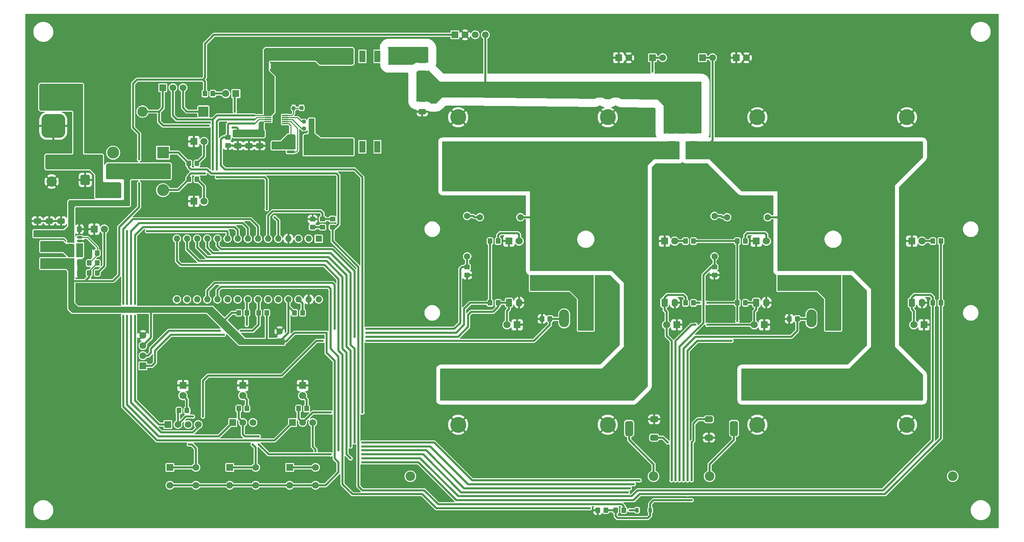
<source format=gtl>
%TF.GenerationSoftware,KiCad,Pcbnew,9.0.3*%
%TF.CreationDate,2025-11-21T22:03:04+01:00*%
%TF.ProjectId,Gaus-Beschleuniger,47617573-2d42-4657-9363-686c65756e69,v1.0.0*%
%TF.SameCoordinates,Original*%
%TF.FileFunction,Copper,L1,Top*%
%TF.FilePolarity,Positive*%
%FSLAX46Y46*%
G04 Gerber Fmt 4.6, Leading zero omitted, Abs format (unit mm)*
G04 Created by KiCad (PCBNEW 9.0.3) date 2025-11-21 22:03:04*
%MOMM*%
%LPD*%
G01*
G04 APERTURE LIST*
G04 Aperture macros list*
%AMRoundRect*
0 Rectangle with rounded corners*
0 $1 Rounding radius*
0 $2 $3 $4 $5 $6 $7 $8 $9 X,Y pos of 4 corners*
0 Add a 4 corners polygon primitive as box body*
4,1,4,$2,$3,$4,$5,$6,$7,$8,$9,$2,$3,0*
0 Add four circle primitives for the rounded corners*
1,1,$1+$1,$2,$3*
1,1,$1+$1,$4,$5*
1,1,$1+$1,$6,$7*
1,1,$1+$1,$8,$9*
0 Add four rect primitives between the rounded corners*
20,1,$1+$1,$2,$3,$4,$5,0*
20,1,$1+$1,$4,$5,$6,$7,0*
20,1,$1+$1,$6,$7,$8,$9,0*
20,1,$1+$1,$8,$9,$2,$3,0*%
G04 Aperture macros list end*
%TA.AperFunction,ComponentPad*%
%ADD10RoundRect,0.250000X1.050000X1.050000X-1.050000X1.050000X-1.050000X-1.050000X1.050000X-1.050000X0*%
%TD*%
%TA.AperFunction,ComponentPad*%
%ADD11C,2.600000*%
%TD*%
%TA.AperFunction,ComponentPad*%
%ADD12RoundRect,0.249600X0.550400X-0.750400X0.550400X0.750400X-0.550400X0.750400X-0.550400X-0.750400X0*%
%TD*%
%TA.AperFunction,ComponentPad*%
%ADD13O,1.600000X2.000000*%
%TD*%
%TA.AperFunction,SMDPad,CuDef*%
%ADD14RoundRect,0.250000X0.900000X-1.500000X0.900000X1.500000X-0.900000X1.500000X-0.900000X-1.500000X0*%
%TD*%
%TA.AperFunction,SMDPad,CuDef*%
%ADD15RoundRect,0.250000X0.625000X-0.400000X0.625000X0.400000X-0.625000X0.400000X-0.625000X-0.400000X0*%
%TD*%
%TA.AperFunction,SMDPad,CuDef*%
%ADD16RoundRect,0.250000X-0.650000X0.412500X-0.650000X-0.412500X0.650000X-0.412500X0.650000X0.412500X0*%
%TD*%
%TA.AperFunction,ComponentPad*%
%ADD17C,1.600000*%
%TD*%
%TA.AperFunction,SMDPad,CuDef*%
%ADD18RoundRect,0.250000X0.350000X0.450000X-0.350000X0.450000X-0.350000X-0.450000X0.350000X-0.450000X0*%
%TD*%
%TA.AperFunction,SMDPad,CuDef*%
%ADD19RoundRect,0.250000X-0.350000X-0.450000X0.350000X-0.450000X0.350000X0.450000X-0.350000X0.450000X0*%
%TD*%
%TA.AperFunction,ComponentPad*%
%ADD20RoundRect,0.250000X-0.550000X0.550000X-0.550000X-0.550000X0.550000X-0.550000X0.550000X0.550000X0*%
%TD*%
%TA.AperFunction,SMDPad,CuDef*%
%ADD21RoundRect,0.250000X0.337500X0.475000X-0.337500X0.475000X-0.337500X-0.475000X0.337500X-0.475000X0*%
%TD*%
%TA.AperFunction,SMDPad,CuDef*%
%ADD22RoundRect,0.250000X-0.337500X-0.475000X0.337500X-0.475000X0.337500X0.475000X-0.337500X0.475000X0*%
%TD*%
%TA.AperFunction,SMDPad,CuDef*%
%ADD23RoundRect,0.250000X0.450000X-0.350000X0.450000X0.350000X-0.450000X0.350000X-0.450000X-0.350000X0*%
%TD*%
%TA.AperFunction,ComponentPad*%
%ADD24C,2.400000*%
%TD*%
%TA.AperFunction,ComponentPad*%
%ADD25RoundRect,0.250000X-1.125000X1.125000X-1.125000X-1.125000X1.125000X-1.125000X1.125000X1.125000X0*%
%TD*%
%TA.AperFunction,ComponentPad*%
%ADD26C,2.750000*%
%TD*%
%TA.AperFunction,SMDPad,CuDef*%
%ADD27RoundRect,0.237500X-0.250000X-0.237500X0.250000X-0.237500X0.250000X0.237500X-0.250000X0.237500X0*%
%TD*%
%TA.AperFunction,ComponentPad*%
%ADD28R,1.800000X1.800000*%
%TD*%
%TA.AperFunction,ComponentPad*%
%ADD29C,1.800000*%
%TD*%
%TA.AperFunction,SMDPad,CuDef*%
%ADD30RoundRect,0.237500X0.237500X-0.250000X0.237500X0.250000X-0.237500X0.250000X-0.237500X-0.250000X0*%
%TD*%
%TA.AperFunction,ComponentPad*%
%ADD31R,1.700000X1.700000*%
%TD*%
%TA.AperFunction,ComponentPad*%
%ADD32C,1.700000*%
%TD*%
%TA.AperFunction,SMDPad,CuDef*%
%ADD33RoundRect,0.250000X-0.450000X0.350000X-0.450000X-0.350000X0.450000X-0.350000X0.450000X0.350000X0*%
%TD*%
%TA.AperFunction,SMDPad,CuDef*%
%ADD34RoundRect,0.250000X0.650000X-0.412500X0.650000X0.412500X-0.650000X0.412500X-0.650000X-0.412500X0*%
%TD*%
%TA.AperFunction,SMDPad,CuDef*%
%ADD35RoundRect,0.150000X0.512500X0.150000X-0.512500X0.150000X-0.512500X-0.150000X0.512500X-0.150000X0*%
%TD*%
%TA.AperFunction,ComponentPad*%
%ADD36RoundRect,0.250000X0.550000X-0.550000X0.550000X0.550000X-0.550000X0.550000X-0.550000X-0.550000X0*%
%TD*%
%TA.AperFunction,SMDPad,CuDef*%
%ADD37RoundRect,0.225000X0.225000X0.375000X-0.225000X0.375000X-0.225000X-0.375000X0.225000X-0.375000X0*%
%TD*%
%TA.AperFunction,SMDPad,CuDef*%
%ADD38RoundRect,0.375000X0.625000X0.375000X-0.625000X0.375000X-0.625000X-0.375000X0.625000X-0.375000X0*%
%TD*%
%TA.AperFunction,SMDPad,CuDef*%
%ADD39RoundRect,0.500000X0.500000X1.400000X-0.500000X1.400000X-0.500000X-1.400000X0.500000X-1.400000X0*%
%TD*%
%TA.AperFunction,ComponentPad*%
%ADD40R,3.000000X3.000000*%
%TD*%
%TA.AperFunction,ComponentPad*%
%ADD41C,3.000000*%
%TD*%
%TA.AperFunction,ComponentPad*%
%ADD42RoundRect,0.250000X-1.050000X1.050000X-1.050000X-1.050000X1.050000X-1.050000X1.050000X1.050000X0*%
%TD*%
%TA.AperFunction,ComponentPad*%
%ADD43R,1.600000X1.600000*%
%TD*%
%TA.AperFunction,ComponentPad*%
%ADD44O,1.600000X1.600000*%
%TD*%
%TA.AperFunction,SMDPad,CuDef*%
%ADD45RoundRect,0.250000X-0.412500X-0.650000X0.412500X-0.650000X0.412500X0.650000X-0.412500X0.650000X0*%
%TD*%
%TA.AperFunction,SMDPad,CuDef*%
%ADD46RoundRect,0.237500X0.237500X-0.300000X0.237500X0.300000X-0.237500X0.300000X-0.237500X-0.300000X0*%
%TD*%
%TA.AperFunction,SMDPad,CuDef*%
%ADD47RoundRect,0.087500X-0.725000X-0.087500X0.725000X-0.087500X0.725000X0.087500X-0.725000X0.087500X0*%
%TD*%
%TA.AperFunction,SMDPad,CuDef*%
%ADD48RoundRect,0.150000X-0.825000X-0.150000X0.825000X-0.150000X0.825000X0.150000X-0.825000X0.150000X0*%
%TD*%
%TA.AperFunction,SMDPad,CuDef*%
%ADD49R,5.100000X2.350000*%
%TD*%
%TA.AperFunction,SMDPad,CuDef*%
%ADD50RoundRect,0.250000X-0.900000X1.000000X-0.900000X-1.000000X0.900000X-1.000000X0.900000X1.000000X0*%
%TD*%
%TA.AperFunction,SMDPad,CuDef*%
%ADD51R,1.520000X2.920000*%
%TD*%
%TA.AperFunction,SMDPad,CuDef*%
%ADD52RoundRect,0.375000X-0.625000X-0.375000X0.625000X-0.375000X0.625000X0.375000X-0.625000X0.375000X0*%
%TD*%
%TA.AperFunction,SMDPad,CuDef*%
%ADD53RoundRect,0.500000X-0.500000X-1.400000X0.500000X-1.400000X0.500000X1.400000X-0.500000X1.400000X0*%
%TD*%
%TA.AperFunction,ComponentPad*%
%ADD54RoundRect,0.250000X-1.750000X1.750000X-1.750000X-1.750000X1.750000X-1.750000X1.750000X1.750000X0*%
%TD*%
%TA.AperFunction,ComponentPad*%
%ADD55C,4.000000*%
%TD*%
%TA.AperFunction,ComponentPad*%
%ADD56RoundRect,0.250000X1.750000X-1.750000X1.750000X1.750000X-1.750000X1.750000X-1.750000X-1.750000X0*%
%TD*%
%TA.AperFunction,ComponentPad*%
%ADD57C,6.000000*%
%TD*%
%TA.AperFunction,ComponentPad*%
%ADD58RoundRect,1.500000X1.500000X-1.500000X1.500000X1.500000X-1.500000X1.500000X-1.500000X-1.500000X0*%
%TD*%
%TA.AperFunction,ComponentPad*%
%ADD59R,2.500000X4.500000*%
%TD*%
%TA.AperFunction,ComponentPad*%
%ADD60O,2.500000X4.500000*%
%TD*%
%TA.AperFunction,ViaPad*%
%ADD61C,0.600000*%
%TD*%
%TA.AperFunction,Conductor*%
%ADD62C,0.500000*%
%TD*%
%TA.AperFunction,Conductor*%
%ADD63C,0.250000*%
%TD*%
G04 APERTURE END LIST*
D10*
%TO.P,D18,1,K*%
%TO.N,Net-(D18-K)*%
X95120000Y-110000000D03*
D11*
%TO.P,D18,2,A*%
%TO.N,Net-(D18-A)*%
X79880000Y-110000000D03*
%TD*%
D12*
%TO.P,Q6,1,C*%
%TO.N,/Controller/Stage2_optical2*%
X272730000Y-157935000D03*
D13*
%TO.P,Q6,2,E*%
%TO.N,GND*%
X275270000Y-157935000D03*
%TD*%
D14*
%TO.P,D16,1,K*%
%TO.N,/Cap-Charger/HV-Charger_out*%
X150000000Y-101450000D03*
%TO.P,D16,2,A*%
%TO.N,Net-(D16-A)*%
X150000000Y-96050000D03*
%TD*%
D15*
%TO.P,R26,1*%
%TO.N,Net-(U2-SOURCE)*%
X113500000Y-118550000D03*
%TO.P,R26,2*%
%TO.N,GND*%
X113500000Y-115450000D03*
%TD*%
D16*
%TO.P,C21,1*%
%TO.N,Net-(D18-A)*%
X103750000Y-115437500D03*
%TO.P,C21,2*%
%TO.N,GND*%
X103750000Y-118562500D03*
%TD*%
D17*
%TO.P,R4,1*%
%TO.N,Net-(R4-Pad1)*%
X161250000Y-136170000D03*
%TO.P,R4,2*%
%TO.N,/Controller/Stage1_charge_sense*%
X161250000Y-146330000D03*
%TD*%
D18*
%TO.P,R36,1*%
%TO.N,Net-(A1-~{RESET}-Pad28)*%
X120000000Y-160500000D03*
%TO.P,R36,2*%
%TO.N,+5V*%
X118000000Y-160500000D03*
%TD*%
D19*
%TO.P,R14,1*%
%TO.N,+5V*%
X229000000Y-142500000D03*
%TO.P,R14,2*%
%TO.N,Net-(D10-A)*%
X231000000Y-142500000D03*
%TD*%
D20*
%TO.P,C24,1*%
%TO.N,/Cap-Charger/Charge supply*%
X120000000Y-96067621D03*
D17*
%TO.P,C24,2*%
%TO.N,GND*%
X120000000Y-98567621D03*
%TD*%
D18*
%TO.P,R42,1*%
%TO.N,Net-(D19-A)*%
X93500000Y-123000000D03*
%TO.P,R42,2*%
%TO.N,/Controller/Discharge*%
X91500000Y-123000000D03*
%TD*%
D21*
%TO.P,C13,1*%
%TO.N,Net-(U1-CB)*%
X64037500Y-145500000D03*
%TO.P,C13,2*%
%TO.N,Net-(U1-SW)*%
X61962500Y-145500000D03*
%TD*%
D14*
%TO.P,D5,1,K*%
%TO.N,/Firing-Stage/HV_S1*%
X212500000Y-119200000D03*
%TO.P,D5,2,A*%
%TO.N,/Cap-Charger/HV-Charger_out*%
X212500000Y-113800000D03*
%TD*%
D22*
%TO.P,C14,1*%
%TO.N,+5V*%
X61962500Y-148000000D03*
%TO.P,C14,2*%
%TO.N,GND*%
X64037500Y-148000000D03*
%TD*%
D23*
%TO.P,R40,1*%
%TO.N,Net-(R39-Pad2)*%
X122500000Y-139000000D03*
%TO.P,R40,2*%
%TO.N,GND*%
X122500000Y-137000000D03*
%TD*%
D24*
%TO.P,R23,1*%
%TO.N,/Firing-Stage/HV_S2*%
X282980000Y-201500000D03*
%TO.P,R23,2*%
%TO.N,Net-(Q2-D)*%
X222020000Y-201500000D03*
%TD*%
D25*
%TO.P,J1,1,Pin_1*%
%TO.N,/Firing-Stage/HV_S1*%
X179500000Y-147300000D03*
D26*
%TO.P,J1,2,Pin_2*%
%TO.N,/Firing-Stage/S1_D*%
X179500000Y-152700000D03*
%TD*%
D27*
%TO.P,R29,1*%
%TO.N,Net-(U2-RVout)*%
X120337500Y-112500000D03*
%TO.P,R29,2*%
%TO.N,Net-(Q9-D-Pad5)*%
X122162500Y-112500000D03*
%TD*%
D16*
%TO.P,C20,1*%
%TO.N,Net-(D18-A)*%
X106500000Y-115437500D03*
%TO.P,C20,2*%
%TO.N,GND*%
X106500000Y-118562500D03*
%TD*%
D28*
%TO.P,D10,1,K*%
%TO.N,GND*%
X233730000Y-142500000D03*
D29*
%TO.P,D10,2,A*%
%TO.N,Net-(D10-A)*%
X236270000Y-142500000D03*
%TD*%
D30*
%TO.P,R28,1*%
%TO.N,Net-(U2-RBG)*%
X117750000Y-109162500D03*
%TO.P,R28,2*%
%TO.N,GND*%
X117750000Y-107337500D03*
%TD*%
D17*
%TO.P,R18,1*%
%TO.N,/Firing-Stage/HV_S2*%
X236580000Y-136500000D03*
%TO.P,R18,2*%
%TO.N,Net-(R18-Pad2)*%
X226420000Y-136500000D03*
%TD*%
D31*
%TO.P,SW6,1,1*%
%TO.N,Net-(J13-Pin_3)*%
X116750000Y-199250000D03*
D32*
X123250000Y-199250000D03*
%TO.P,SW6,2,2*%
%TO.N,+5V*%
X116750000Y-203750000D03*
X123250000Y-203750000D03*
%TD*%
D33*
%TO.P,R31,1*%
%TO.N,/Cap-Charger/EN*%
X101250000Y-116500000D03*
%TO.P,R31,2*%
%TO.N,GND*%
X101250000Y-118500000D03*
%TD*%
D17*
%TO.P,R19,1*%
%TO.N,Net-(R18-Pad2)*%
X223250000Y-136170000D03*
%TO.P,R19,2*%
%TO.N,/Controller/Stage2_charge_sense*%
X223250000Y-146330000D03*
%TD*%
D34*
%TO.P,C12,1*%
%TO.N,+24V*%
X59500000Y-140562500D03*
%TO.P,C12,2*%
%TO.N,GND*%
X59500000Y-137437500D03*
%TD*%
D18*
%TO.P,R24,1*%
%TO.N,/Controller/Stage2_trigger_lp*%
X244000000Y-162000000D03*
%TO.P,R24,2*%
%TO.N,GND*%
X242000000Y-162000000D03*
%TD*%
D14*
%TO.P,D25,1,K*%
%TO.N,/Firing-Stage/HV_S2*%
X218000000Y-119200000D03*
%TO.P,D25,2,A*%
%TO.N,/Cap-Charger/HV-Charger_out*%
X218000000Y-113800000D03*
%TD*%
D28*
%TO.P,D20,1,K*%
%TO.N,GND*%
X90000000Y-178725000D03*
D29*
%TO.P,D20,2,A*%
%TO.N,Net-(D20-A)*%
X90000000Y-181265000D03*
%TD*%
D33*
%TO.P,R3,1*%
%TO.N,/Controller/Stage1_charge_sense*%
X161250000Y-149000000D03*
%TO.P,R3,2*%
%TO.N,GND*%
X161250000Y-151000000D03*
%TD*%
%TO.P,R20,1*%
%TO.N,/Controller/Stage2_charge_sense*%
X223250000Y-149000000D03*
%TO.P,R20,2*%
%TO.N,GND*%
X223250000Y-151000000D03*
%TD*%
D17*
%TO.P,R9,1*%
%TO.N,/Firing-Stage/HV_S1*%
X174580000Y-136500000D03*
%TO.P,R9,2*%
%TO.N,Net-(R4-Pad1)*%
X164420000Y-136500000D03*
%TD*%
D35*
%TO.P,U1,1,CB*%
%TO.N,Net-(U1-CB)*%
X64137500Y-143450000D03*
%TO.P,U1,2,GND*%
%TO.N,GND*%
X64137500Y-142500000D03*
%TO.P,U1,3,FB*%
%TO.N,Net-(U1-FB)*%
X64137500Y-141550000D03*
%TO.P,U1,4,EN*%
%TO.N,+24V*%
X61862500Y-141550000D03*
%TO.P,U1,5,VIN*%
X61862500Y-142500000D03*
%TO.P,U1,6,SW*%
%TO.N,Net-(U1-SW)*%
X61862500Y-143450000D03*
%TD*%
D18*
%TO.P,R38,1*%
%TO.N,/Controller/SDA*%
X106000000Y-160500000D03*
%TO.P,R38,2*%
%TO.N,+5V*%
X104000000Y-160500000D03*
%TD*%
%TO.P,R17,1*%
%TO.N,+5V*%
X280000000Y-158000000D03*
%TO.P,R17,2*%
%TO.N,/Controller/Stage2_optical2*%
X278000000Y-158000000D03*
%TD*%
D36*
%TO.P,C25,1*%
%TO.N,+5V*%
X114250000Y-167682380D03*
D17*
%TO.P,C25,2*%
%TO.N,GND*%
X114250000Y-165182380D03*
%TD*%
D37*
%TO.P,D24,1,K*%
%TO.N,/Firing-Stage/discharge_gate*%
X207150000Y-210000000D03*
%TO.P,D24,2,A*%
%TO.N,/Controller/uC_Discharge*%
X203850000Y-210000000D03*
%TD*%
D18*
%TO.P,R25,1*%
%TO.N,Net-(U1-FB)*%
X68500000Y-145500000D03*
%TO.P,R25,2*%
%TO.N,GND*%
X66500000Y-145500000D03*
%TD*%
D27*
%TO.P,R27,1*%
%TO.N,Net-(U2-RDCM)*%
X120337500Y-114250000D03*
%TO.P,R27,2*%
%TO.N,Net-(Q9-D-Pad5)*%
X122162500Y-114250000D03*
%TD*%
D31*
%TO.P,J5,1,Pin_1*%
%TO.N,GND*%
X228725000Y-96500000D03*
D32*
%TO.P,J5,2,Pin_2*%
X231265000Y-96500000D03*
%TD*%
D38*
%TO.P,Q1,1,G*%
%TO.N,/Firing-Stage/discharge_gate*%
X208150000Y-191800000D03*
D39*
%TO.P,Q1,2,D*%
%TO.N,Net-(Q1-D)*%
X201850000Y-189500000D03*
D38*
%TO.P,Q1,3,S*%
%TO.N,GND*%
X208150000Y-187200000D03*
%TD*%
D40*
%TO.P,SW2,1,A*%
%TO.N,Net-(BT1-+)*%
X72500000Y-129700000D03*
D41*
%TO.P,SW2,2,B*%
%TO.N,+24V*%
X72500000Y-125000000D03*
%TO.P,SW2,3,C*%
%TO.N,unconnected-(SW2-C-Pad3)*%
X72500000Y-120300000D03*
%TD*%
D19*
%TO.P,R33,1*%
%TO.N,/Controller/SCL*%
X109000000Y-160500000D03*
%TO.P,R33,2*%
%TO.N,+5V*%
X111000000Y-160500000D03*
%TD*%
D42*
%TO.P,J7,1,Pin_1*%
%TO.N,Net-(BT1-+)*%
X57077500Y-122455000D03*
D11*
%TO.P,J7,2,Pin_2*%
%TO.N,GND*%
X57077500Y-127535000D03*
%TD*%
D22*
%TO.P,C15,1*%
%TO.N,+5V*%
X61962500Y-150500000D03*
%TO.P,C15,2*%
%TO.N,GND*%
X64037500Y-150500000D03*
%TD*%
D28*
%TO.P,D7,1,K*%
%TO.N,GND*%
X171730000Y-142500000D03*
D29*
%TO.P,D7,2,A*%
%TO.N,Net-(D7-A)*%
X174270000Y-142500000D03*
%TD*%
D43*
%TO.P,A1,1,D1/TX*%
%TO.N,unconnected-(A1-D1{slash}TX-Pad1)*%
X124050000Y-141890000D03*
D44*
%TO.P,A1,2,D0/RX*%
%TO.N,unconnected-(A1-D0{slash}RX-Pad2)*%
X121510000Y-141890000D03*
%TO.P,A1,3,~{RESET}*%
%TO.N,Net-(A1-~{RESET}-Pad28)*%
X118970000Y-141890000D03*
%TO.P,A1,4,GND*%
%TO.N,GND*%
X116430000Y-141890000D03*
%TO.P,A1,5,D2*%
%TO.N,/Cap-Charger/~{DONE}*%
X113890000Y-141890000D03*
%TO.P,A1,6,D3*%
%TO.N,Net-(A1-D3)*%
X111350000Y-141890000D03*
%TO.P,A1,7,D4*%
%TO.N,/Controller/uC_Charge*%
X108810000Y-141890000D03*
%TO.P,A1,8,D5*%
%TO.N,/Controller/uC_trigger_in*%
X106270000Y-141890000D03*
%TO.P,A1,9,D6*%
%TO.N,/Controller/uC_Stage1_trigger*%
X103730000Y-141890000D03*
%TO.P,A1,10,D7*%
%TO.N,/Controller/uC_Stage2_trigger*%
X101190000Y-141890000D03*
%TO.P,A1,11,D8*%
%TO.N,/Controller/Stage1_optical1*%
X98650000Y-141890000D03*
%TO.P,A1,12,D9*%
%TO.N,/Controller/Stage1_optical2*%
X96110000Y-141890000D03*
%TO.P,A1,13,D10*%
%TO.N,/Controller/Stage2_optical1*%
X93570000Y-141890000D03*
%TO.P,A1,14,D11*%
%TO.N,/Controller/Stage2_optical2*%
X91030000Y-141890000D03*
%TO.P,A1,15,D12*%
%TO.N,/Controller/uC_Discharge*%
X88490000Y-141890000D03*
%TO.P,A1,16,D13*%
%TO.N,unconnected-(A1-D13-Pad16)*%
X88490000Y-157130000D03*
%TO.P,A1,17,3V3*%
%TO.N,unconnected-(A1-3V3-Pad17)*%
X91030000Y-157130000D03*
%TO.P,A1,18,AREF*%
%TO.N,unconnected-(A1-AREF-Pad18)*%
X93570000Y-157130000D03*
%TO.P,A1,19,A0*%
%TO.N,/Controller/Stage1_charge_sense*%
X96110000Y-157130000D03*
%TO.P,A1,20,A1*%
%TO.N,/Controller/Stage2_charge_sense*%
X98650000Y-157130000D03*
%TO.P,A1,21,A2*%
%TO.N,unconnected-(A1-A2-Pad21)*%
X101190000Y-157130000D03*
%TO.P,A1,22,A3*%
%TO.N,unconnected-(A1-A3-Pad22)*%
X103730000Y-157130000D03*
%TO.P,A1,23,A4*%
%TO.N,/Controller/SDA*%
X106270000Y-157130000D03*
%TO.P,A1,24,A5*%
%TO.N,/Controller/SCL*%
X108810000Y-157130000D03*
%TO.P,A1,25,A6*%
%TO.N,unconnected-(A1-A6-Pad25)*%
X111350000Y-157130000D03*
%TO.P,A1,26,A7*%
%TO.N,unconnected-(A1-A7-Pad26)*%
X113890000Y-157130000D03*
%TO.P,A1,27,+5V*%
%TO.N,+5V*%
X116430000Y-157130000D03*
%TO.P,A1,28,~{RESET}*%
%TO.N,Net-(A1-~{RESET}-Pad28)*%
X118970000Y-157130000D03*
%TO.P,A1,29,GND*%
%TO.N,GND*%
X121510000Y-157130000D03*
%TO.P,A1,30,VIN*%
%TO.N,unconnected-(A1-VIN-Pad30)*%
X124050000Y-157130000D03*
%TD*%
D28*
%TO.P,D19,1,K*%
%TO.N,GND*%
X92725000Y-117500000D03*
D29*
%TO.P,D19,2,A*%
%TO.N,Net-(D19-A)*%
X95265000Y-117500000D03*
%TD*%
D19*
%TO.P,R15,1*%
%TO.N,+5V*%
X229000000Y-158000000D03*
%TO.P,R15,2*%
%TO.N,/Controller/Stage2_optical1*%
X231000000Y-158000000D03*
%TD*%
D18*
%TO.P,R10,1*%
%TO.N,/Controller/Stage1_trigger_lp*%
X182000000Y-162000000D03*
%TO.P,R10,2*%
%TO.N,GND*%
X180000000Y-162000000D03*
%TD*%
D31*
%TO.P,SW5,1,1*%
%TO.N,Net-(J11-Pin_3)*%
X101750000Y-199250000D03*
D32*
X108250000Y-199250000D03*
%TO.P,SW5,2,2*%
%TO.N,+5V*%
X101750000Y-203750000D03*
X108250000Y-203750000D03*
%TD*%
D28*
%TO.P,D9,1,K*%
%TO.N,GND*%
X213775000Y-163500000D03*
D29*
%TO.P,D9,2,A*%
%TO.N,/Controller/Stage1_optical2*%
X211235000Y-163500000D03*
%TD*%
D31*
%TO.P,J4,1,Pin_1*%
%TO.N,/Firing-Stage/HV_S2*%
X220225000Y-96500000D03*
D32*
%TO.P,J4,2,Pin_2*%
X222765000Y-96500000D03*
%TD*%
D22*
%TO.P,C9,1*%
%TO.N,+24V*%
X61962500Y-139500000D03*
%TO.P,C9,2*%
%TO.N,GND*%
X64037500Y-139500000D03*
%TD*%
D28*
%TO.P,D21,1,K*%
%TO.N,GND*%
X105000000Y-178725000D03*
D29*
%TO.P,D21,2,A*%
%TO.N,Net-(D21-A)*%
X105000000Y-181265000D03*
%TD*%
D16*
%TO.P,C19,1*%
%TO.N,Net-(D18-A)*%
X109250000Y-115437500D03*
%TO.P,C19,2*%
%TO.N,GND*%
X109250000Y-118562500D03*
%TD*%
D31*
%TO.P,J2,1,Pin_1*%
%TO.N,/Firing-Stage/HV_S1*%
X207725000Y-96500000D03*
D32*
%TO.P,J2,2,Pin_2*%
X210265000Y-96500000D03*
%TD*%
D28*
%TO.P,D3,1,K*%
%TO.N,/Cap-Charger/~{DONE}*%
X103275000Y-105500000D03*
D29*
%TO.P,D3,2,A*%
%TO.N,Net-(D3-A)*%
X100735000Y-105500000D03*
%TD*%
D28*
%TO.P,D11,1,K*%
%TO.N,GND*%
X235775000Y-163500000D03*
D29*
%TO.P,D11,2,A*%
%TO.N,/Controller/Stage2_optical1*%
X233235000Y-163500000D03*
%TD*%
D12*
%TO.P,Q4,1,C*%
%TO.N,/Controller/Stage1_optical2*%
X210730000Y-157935000D03*
D13*
%TO.P,Q4,2,E*%
%TO.N,GND*%
X213270000Y-157935000D03*
%TD*%
D31*
%TO.P,J10,1,Pin_1*%
%TO.N,/Controller/uC_Stage1_trigger*%
X86190000Y-188500000D03*
D32*
%TO.P,J10,2,Pin_2*%
%TO.N,/Controller/Stage1_trigger_lp*%
X88730000Y-188500000D03*
%TO.P,J10,3,Pin_3*%
%TO.N,Net-(J10-Pin_3)*%
X91270000Y-188500000D03*
%TO.P,J10,4,Pin_4*%
%TO.N,/Controller/uC_trigger_in*%
X93810000Y-188500000D03*
%TD*%
D31*
%TO.P,J3,1,Pin_1*%
%TO.N,GND*%
X199225000Y-96500000D03*
D32*
%TO.P,J3,2,Pin_2*%
X201765000Y-96500000D03*
%TD*%
D45*
%TO.P,C18,1*%
%TO.N,/Cap-Charger/Charge supply*%
X111937500Y-102750000D03*
%TO.P,C18,2*%
%TO.N,GND*%
X115062500Y-102750000D03*
%TD*%
D18*
%TO.P,R13,1*%
%TO.N,+5V*%
X218000000Y-158000000D03*
%TO.P,R13,2*%
%TO.N,/Controller/Stage1_optical2*%
X216000000Y-158000000D03*
%TD*%
D31*
%TO.P,J11,1,Pin_1*%
%TO.N,/Controller/uC_Stage2_trigger*%
X102460000Y-188000000D03*
D32*
%TO.P,J11,2,Pin_2*%
%TO.N,/Controller/Stage2_trigger_lp*%
X105000000Y-188000000D03*
%TO.P,J11,3,Pin_3*%
%TO.N,Net-(J11-Pin_3)*%
X107540000Y-188000000D03*
%TD*%
D12*
%TO.P,Q3,1,C*%
%TO.N,/Controller/Stage1_optical1*%
X171730000Y-157935000D03*
D13*
%TO.P,Q3,2,E*%
%TO.N,GND*%
X174270000Y-157935000D03*
%TD*%
D31*
%TO.P,SW4,1,1*%
%TO.N,Net-(J10-Pin_3)*%
X86750000Y-199250000D03*
D32*
X93250000Y-199250000D03*
%TO.P,SW4,2,2*%
%TO.N,+5V*%
X86750000Y-203750000D03*
X93250000Y-203750000D03*
%TD*%
D46*
%TO.P,C22,1*%
%TO.N,Net-(U2-RBG)*%
X119750000Y-109112500D03*
%TO.P,C22,2*%
%TO.N,GND*%
X119750000Y-107387500D03*
%TD*%
D18*
%TO.P,R32,1*%
%TO.N,Net-(D17-A)*%
X93500000Y-127000000D03*
%TO.P,R32,2*%
%TO.N,/Cap-Charger/Charge supply*%
X91500000Y-127000000D03*
%TD*%
D19*
%TO.P,R1,1*%
%TO.N,+5V*%
X66500000Y-150500000D03*
%TO.P,R1,2*%
%TO.N,Net-(D2-A)*%
X68500000Y-150500000D03*
%TD*%
D20*
%TO.P,C23,1*%
%TO.N,/Cap-Charger/Charge supply*%
X113000000Y-96067620D03*
D17*
%TO.P,C23,2*%
%TO.N,GND*%
X113000000Y-98567620D03*
%TD*%
D18*
%TO.P,R6,1*%
%TO.N,/Firing-Stage/discharge_gate*%
X196000000Y-210000000D03*
%TO.P,R6,2*%
%TO.N,GND*%
X194000000Y-210000000D03*
%TD*%
D28*
%TO.P,D22,1,K*%
%TO.N,GND*%
X120000000Y-178725000D03*
D29*
%TO.P,D22,2,A*%
%TO.N,Net-(D22-A)*%
X120000000Y-181265000D03*
%TD*%
D18*
%TO.P,R2,1*%
%TO.N,+5V*%
X68500000Y-148000000D03*
%TO.P,R2,2*%
%TO.N,Net-(U1-FB)*%
X66500000Y-148000000D03*
%TD*%
D47*
%TO.P,U2,1,VTrans*%
%TO.N,/Cap-Charger/Charge supply*%
X111387500Y-111000000D03*
%TO.P,U2,2,~{DONE}*%
%TO.N,/Cap-Charger/~{DONE}*%
X111387500Y-111500000D03*
%TO.P,U2,3,CHARGE*%
%TO.N,/Cap-Charger/EN*%
X111387500Y-112000000D03*
%TO.P,U2,4,VCC*%
%TO.N,Net-(D18-A)*%
X111387500Y-112500000D03*
%TO.P,U2,5,GND*%
%TO.N,GND*%
X111387500Y-113000000D03*
%TO.P,U2,6,SOURCE*%
%TO.N,Net-(U2-SOURCE)*%
X115612500Y-113000000D03*
%TO.P,U2,7,GATE*%
%TO.N,Net-(Q9-G)*%
X115612500Y-112500000D03*
%TO.P,U2,8,RDCM*%
%TO.N,Net-(U2-RDCM)*%
X115612500Y-112000000D03*
%TO.P,U2,9,RVout*%
%TO.N,Net-(U2-RVout)*%
X115612500Y-111500000D03*
%TO.P,U2,10,RBG*%
%TO.N,Net-(U2-RBG)*%
X115612500Y-111000000D03*
%TD*%
D34*
%TO.P,C10,1*%
%TO.N,+24V*%
X53500000Y-140562500D03*
%TO.P,C10,2*%
%TO.N,GND*%
X53500000Y-137437500D03*
%TD*%
%TO.P,C11,1*%
%TO.N,+24V*%
X56500000Y-140562500D03*
%TO.P,C11,2*%
%TO.N,GND*%
X56500000Y-137437500D03*
%TD*%
D31*
%TO.P,J9,1,Pin_1*%
%TO.N,Net-(D18-A)*%
X84960000Y-104000000D03*
D32*
%TO.P,J9,2,Pin_2*%
%TO.N,/Cap-Charger/Charge supply*%
X87500000Y-104000000D03*
%TO.P,J9,3,Pin_3*%
%TO.N,Net-(D18-K)*%
X90040000Y-104000000D03*
%TD*%
D48*
%TO.P,Q9,1,S*%
%TO.N,Net-(U2-SOURCE)*%
X117025000Y-116345000D03*
%TO.P,Q9,2,S*%
X117025000Y-117615000D03*
%TO.P,Q9,3,S*%
X117025000Y-118885000D03*
%TO.P,Q9,4,G*%
%TO.N,Net-(Q9-G)*%
X117025000Y-120155000D03*
%TO.P,Q9,5,D*%
%TO.N,Net-(Q9-D-Pad5)*%
X121975000Y-120155000D03*
%TO.P,Q9,6,D*%
X121975000Y-118885000D03*
%TO.P,Q9,7,D*%
X121975000Y-117615000D03*
%TO.P,Q9,8,D*%
X121975000Y-116345000D03*
%TD*%
D19*
%TO.P,R35,1*%
%TO.N,/Controller/Stage2_trigger_lp*%
X104000000Y-184500000D03*
%TO.P,R35,2*%
%TO.N,Net-(D21-A)*%
X106000000Y-184500000D03*
%TD*%
D33*
%TO.P,R37,1*%
%TO.N,Net-(A1-D3)*%
X127500000Y-137000000D03*
%TO.P,R37,2*%
%TO.N,/Controller/Discharge*%
X127500000Y-139000000D03*
%TD*%
D19*
%TO.P,R11,1*%
%TO.N,+5V*%
X167000000Y-158000000D03*
%TO.P,R11,2*%
%TO.N,/Controller/Stage1_optical1*%
X169000000Y-158000000D03*
%TD*%
D28*
%TO.P,D2,1,K*%
%TO.N,GND*%
X67725000Y-139500000D03*
D29*
%TO.P,D2,2,A*%
%TO.N,Net-(D2-A)*%
X70265000Y-139500000D03*
%TD*%
D33*
%TO.P,R39,1*%
%TO.N,Net-(A1-D3)*%
X125000000Y-137000000D03*
%TO.P,R39,2*%
%TO.N,Net-(R39-Pad2)*%
X125000000Y-139000000D03*
%TD*%
D19*
%TO.P,R30,1*%
%TO.N,+5V*%
X95500000Y-105500000D03*
%TO.P,R30,2*%
%TO.N,Net-(D3-A)*%
X97500000Y-105500000D03*
%TD*%
D31*
%TO.P,J12,1,Pin_1*%
%TO.N,/Controller/SDA*%
X79975000Y-173800000D03*
D32*
%TO.P,J12,2,Pin_2*%
%TO.N,/Controller/SCL*%
X79975000Y-171260000D03*
%TO.P,J12,3,Pin_3*%
%TO.N,+5V*%
X79975000Y-168720000D03*
%TO.P,J12,4,Pin_4*%
%TO.N,GND*%
X79975000Y-166180000D03*
%TD*%
D19*
%TO.P,R34,1*%
%TO.N,/Controller/Stage1_trigger_lp*%
X89000000Y-185000000D03*
%TO.P,R34,2*%
%TO.N,Net-(D20-A)*%
X91000000Y-185000000D03*
%TD*%
D18*
%TO.P,R12,1*%
%TO.N,+5V*%
X218000000Y-142500000D03*
%TO.P,R12,2*%
%TO.N,Net-(D8-A)*%
X216000000Y-142500000D03*
%TD*%
D31*
%TO.P,J13,1,Pin_1*%
%TO.N,/Controller/uC_Charge*%
X117460000Y-188000000D03*
D32*
%TO.P,J13,2,Pin_2*%
%TO.N,/Cap-Charger/EN*%
X120000000Y-188000000D03*
%TO.P,J13,3,Pin_3*%
%TO.N,Net-(J13-Pin_3)*%
X122540000Y-188000000D03*
%TD*%
D49*
%TO.P,L1,1,1*%
%TO.N,Net-(U1-SW)*%
X57000000Y-143925000D03*
%TO.P,L1,2,2*%
%TO.N,+5V*%
X57000000Y-148075000D03*
%TD*%
D28*
%TO.P,D8,1,K*%
%TO.N,GND*%
X210730000Y-142500000D03*
D29*
%TO.P,D8,2,A*%
%TO.N,Net-(D8-A)*%
X213270000Y-142500000D03*
%TD*%
D12*
%TO.P,Q5,1,C*%
%TO.N,/Controller/Stage2_optical1*%
X233730000Y-157935000D03*
D13*
%TO.P,Q5,2,E*%
%TO.N,GND*%
X236270000Y-157935000D03*
%TD*%
D31*
%TO.P,J8,1,Pin_1*%
%TO.N,+5V*%
X158190000Y-90750000D03*
D32*
%TO.P,J8,2,Pin_2*%
%TO.N,GND*%
X160730000Y-90750000D03*
%TO.P,J8,3,Pin_3*%
%TO.N,unconnected-(J8-Pin_3-Pad3)*%
X163270000Y-90750000D03*
%TO.P,J8,4,Pin_4*%
%TO.N,/Cap-Charger/HV-Charger_out*%
X165810000Y-90750000D03*
%TD*%
D28*
%TO.P,D17,1,K*%
%TO.N,GND*%
X92725000Y-132500000D03*
D29*
%TO.P,D17,2,A*%
%TO.N,Net-(D17-A)*%
X95265000Y-132500000D03*
%TD*%
D40*
%TO.P,SW1,1,A*%
%TO.N,/Controller/Discharge*%
X85000000Y-120300000D03*
D41*
%TO.P,SW1,2,B*%
%TO.N,+24V*%
X85000000Y-125000000D03*
%TO.P,SW1,3,C*%
%TO.N,/Cap-Charger/Charge supply*%
X85000000Y-129700000D03*
%TD*%
D28*
%TO.P,D6,1,K*%
%TO.N,GND*%
X173775000Y-163500000D03*
D29*
%TO.P,D6,2,A*%
%TO.N,/Controller/Stage1_optical1*%
X171235000Y-163500000D03*
%TD*%
D18*
%TO.P,R7,1*%
%TO.N,/Controller/Discharge*%
X200500000Y-210000000D03*
%TO.P,R7,2*%
%TO.N,/Firing-Stage/discharge_gate*%
X198500000Y-210000000D03*
%TD*%
D16*
%TO.P,C26,1*%
%TO.N,/Cap-Charger/HV-Charger_out*%
X150000000Y-106937500D03*
%TO.P,C26,2*%
%TO.N,GND*%
X150000000Y-110062500D03*
%TD*%
D50*
%TO.P,D1,1,A1*%
%TO.N,Net-(BT1-+)*%
X65500000Y-122850000D03*
%TO.P,D1,2,A2*%
%TO.N,GND*%
X65500000Y-127150000D03*
%TD*%
D51*
%TO.P,TR1,1*%
%TO.N,Net-(D16-A)*%
X142500000Y-96170000D03*
%TO.P,TR1,2*%
%TO.N,unconnected-(TR1-Pad2)*%
X138750000Y-96170000D03*
%TO.P,TR1,3*%
%TO.N,unconnected-(TR1-Pad3)*%
X135000000Y-96170000D03*
%TO.P,TR1,4*%
%TO.N,/Cap-Charger/Charge supply*%
X131250000Y-96170000D03*
%TO.P,TR1,5*%
X127500000Y-96170000D03*
%TO.P,TR1,6*%
%TO.N,Net-(Q9-D-Pad5)*%
X127500000Y-118830000D03*
%TO.P,TR1,7*%
X131250000Y-118830000D03*
%TO.P,TR1,8*%
%TO.N,unconnected-(TR1-Pad8)*%
X135000000Y-118830000D03*
%TO.P,TR1,9*%
%TO.N,unconnected-(TR1-Pad9)*%
X138750000Y-118830000D03*
%TO.P,TR1,10*%
%TO.N,GND*%
X142500000Y-118830000D03*
%TD*%
D25*
%TO.P,J6,1,Pin_1*%
%TO.N,/Firing-Stage/HV_S2*%
X241500000Y-147300000D03*
D26*
%TO.P,J6,2,Pin_2*%
%TO.N,/Firing-Stage/S2_D*%
X241500000Y-152700000D03*
%TD*%
D19*
%TO.P,R41,1*%
%TO.N,/Cap-Charger/EN*%
X119000000Y-184500000D03*
%TO.P,R41,2*%
%TO.N,Net-(D22-A)*%
X121000000Y-184500000D03*
%TD*%
%TO.P,R5,1*%
%TO.N,+5V*%
X167000000Y-142500000D03*
%TO.P,R5,2*%
%TO.N,Net-(D7-A)*%
X169000000Y-142500000D03*
%TD*%
D45*
%TO.P,C17,1*%
%TO.N,/Cap-Charger/Charge supply*%
X111937500Y-105500000D03*
%TO.P,C17,2*%
%TO.N,GND*%
X115062500Y-105500000D03*
%TD*%
D24*
%TO.P,R8,1*%
%TO.N,/Firing-Stage/HV_S1*%
X147020000Y-201500000D03*
%TO.P,R8,2*%
%TO.N,Net-(Q1-D)*%
X207980000Y-201500000D03*
%TD*%
D45*
%TO.P,C16,1*%
%TO.N,/Cap-Charger/Charge supply*%
X111937500Y-108250000D03*
%TO.P,C16,2*%
%TO.N,GND*%
X115062500Y-108250000D03*
%TD*%
D28*
%TO.P,D13,1,K*%
%TO.N,GND*%
X275775000Y-163500000D03*
D29*
%TO.P,D13,2,A*%
%TO.N,/Controller/Stage2_optical2*%
X273235000Y-163500000D03*
%TD*%
D52*
%TO.P,Q2,1,G*%
%TO.N,/Firing-Stage/discharge_gate*%
X221850000Y-187200000D03*
D53*
%TO.P,Q2,2,D*%
%TO.N,Net-(Q2-D)*%
X228150000Y-189500000D03*
D52*
%TO.P,Q2,3,S*%
%TO.N,GND*%
X221850000Y-191800000D03*
%TD*%
D28*
%TO.P,D12,1,K*%
%TO.N,GND*%
X272730000Y-142500000D03*
D29*
%TO.P,D12,2,A*%
%TO.N,Net-(D12-A)*%
X275270000Y-142500000D03*
%TD*%
D18*
%TO.P,R16,1*%
%TO.N,+5V*%
X280000000Y-142500000D03*
%TO.P,R16,2*%
%TO.N,Net-(D12-A)*%
X278000000Y-142500000D03*
%TD*%
D54*
%TO.P,C2,1*%
%TO.N,/Firing-Stage/HV_S1*%
X196500000Y-178569501D03*
D55*
%TO.P,C2,2*%
%TO.N,GND*%
X196500000Y-188569501D03*
%TD*%
D56*
%TO.P,C3,1*%
%TO.N,/Firing-Stage/HV_S1*%
X159000000Y-121430499D03*
D55*
%TO.P,C3,2*%
%TO.N,GND*%
X159000000Y-111430499D03*
%TD*%
D54*
%TO.P,C6,1*%
%TO.N,/Firing-Stage/HV_S2*%
X271500000Y-178569501D03*
D55*
%TO.P,C6,2*%
%TO.N,GND*%
X271500000Y-188569501D03*
%TD*%
D56*
%TO.P,C7,1*%
%TO.N,/Firing-Stage/HV_S2*%
X234000000Y-121430499D03*
D55*
%TO.P,C7,2*%
%TO.N,GND*%
X234000000Y-111430499D03*
%TD*%
D57*
%TO.P,BT1,1,+*%
%TO.N,Net-(BT1-+)*%
X57500000Y-106400000D03*
D58*
%TO.P,BT1,2,-*%
%TO.N,GND*%
X57500000Y-113600000D03*
%TD*%
D59*
%TO.P,D15,1,K*%
%TO.N,GND*%
X258450000Y-161890000D03*
D60*
%TO.P,D15,2,A*%
%TO.N,/Firing-Stage/S2_D*%
X253000000Y-161890000D03*
%TO.P,D15,3,G*%
%TO.N,/Controller/Stage2_trigger_lp*%
X247550000Y-161890000D03*
%TD*%
D56*
%TO.P,C5,1*%
%TO.N,/Firing-Stage/HV_S2*%
X271500000Y-121430499D03*
D55*
%TO.P,C5,2*%
%TO.N,GND*%
X271500000Y-111430499D03*
%TD*%
D54*
%TO.P,C4,1*%
%TO.N,/Firing-Stage/HV_S1*%
X159000000Y-178569501D03*
D55*
%TO.P,C4,2*%
%TO.N,GND*%
X159000000Y-188569501D03*
%TD*%
D54*
%TO.P,C8,1*%
%TO.N,/Firing-Stage/HV_S2*%
X234000000Y-178569501D03*
D55*
%TO.P,C8,2*%
%TO.N,GND*%
X234000000Y-188569501D03*
%TD*%
D59*
%TO.P,D4,1,K*%
%TO.N,GND*%
X196450000Y-161890000D03*
D60*
%TO.P,D4,2,A*%
%TO.N,/Firing-Stage/S1_D*%
X191000000Y-161890000D03*
%TO.P,D4,3,G*%
%TO.N,/Controller/Stage1_trigger_lp*%
X185550000Y-161890000D03*
%TD*%
D56*
%TO.P,C1,1*%
%TO.N,/Firing-Stage/HV_S1*%
X196500000Y-121430499D03*
D55*
%TO.P,C1,2*%
%TO.N,GND*%
X196500000Y-111430499D03*
%TD*%
D61*
%TO.N,/Controller/Stage1_optical1*%
X133000000Y-166500000D03*
X136000000Y-166500000D03*
%TO.N,GND*%
X95000000Y-90000000D03*
X115000000Y-200000000D03*
X232000000Y-108750000D03*
X185000000Y-190000000D03*
X141000000Y-119500000D03*
X194250000Y-163500000D03*
X145000000Y-170000000D03*
X87250000Y-131000000D03*
X75000000Y-210000000D03*
X118750000Y-107250000D03*
X135000000Y-100000000D03*
X245000000Y-160000000D03*
X55000000Y-130000000D03*
X125000000Y-210000000D03*
X135000000Y-90000000D03*
X219000000Y-190000000D03*
X245000000Y-110000000D03*
X197250000Y-211250000D03*
X61500000Y-113750000D03*
X273500000Y-114000000D03*
X145127218Y-100750000D03*
X94000000Y-120000000D03*
X165000000Y-110000000D03*
X157000000Y-191250000D03*
X225000000Y-90000000D03*
X85000000Y-200000000D03*
X255000000Y-110000000D03*
X95000000Y-200000000D03*
X85000000Y-180000000D03*
X165000000Y-190000000D03*
X74000000Y-161250000D03*
X256250000Y-163500000D03*
X105000000Y-100000000D03*
X148250000Y-110500000D03*
X144000000Y-119500000D03*
X232000000Y-186000000D03*
X195000000Y-90000000D03*
X65000000Y-200000000D03*
X65000000Y-90000000D03*
X175000000Y-210250000D03*
X115000000Y-100000000D03*
X53250000Y-113500000D03*
X277000000Y-180000000D03*
X155000000Y-170000000D03*
X121750000Y-159000000D03*
X258500000Y-165000000D03*
X115000000Y-180000000D03*
X65750000Y-110000000D03*
X155000000Y-150000000D03*
X99750000Y-114750000D03*
X225000000Y-200000000D03*
X115000000Y-140000000D03*
X55000000Y-139000000D03*
X275000000Y-100000000D03*
X198750000Y-159000000D03*
X225000000Y-100000000D03*
X155000000Y-190000000D03*
X285000000Y-130000000D03*
X205500000Y-210000000D03*
X145500000Y-118750000D03*
X143250000Y-121250000D03*
X96500000Y-100000000D03*
X85000000Y-141000000D03*
X232000000Y-191250000D03*
X116500000Y-143250000D03*
X75000000Y-90000000D03*
X198000000Y-165000000D03*
X175000000Y-150000000D03*
X211500000Y-170250000D03*
X165000000Y-150000000D03*
X145000000Y-130000000D03*
X144000000Y-120250000D03*
X255000000Y-210000000D03*
X164500000Y-100000000D03*
X285000000Y-170000000D03*
X236000000Y-191250000D03*
X118000000Y-100000000D03*
X136000000Y-130000000D03*
X73000000Y-150000000D03*
X115500000Y-164000000D03*
X105000000Y-110000000D03*
X195000000Y-159000000D03*
X115000000Y-170000000D03*
X285000000Y-180000000D03*
X275000000Y-170000000D03*
X125000000Y-90000000D03*
X155000000Y-110000000D03*
X112500000Y-140000000D03*
X54000000Y-110750000D03*
X105000000Y-162000000D03*
X74000000Y-158250000D03*
X55000000Y-160000000D03*
X96000000Y-175000000D03*
X197250000Y-159000000D03*
X259250000Y-159000000D03*
X55000000Y-200000000D03*
X79000000Y-180000000D03*
X256250000Y-160500000D03*
X141000000Y-120250000D03*
X225000000Y-140000000D03*
X152750000Y-183000000D03*
X205000000Y-110000000D03*
X275000000Y-200000000D03*
X135000000Y-104000000D03*
X55000000Y-127500000D03*
X95000000Y-190000000D03*
X94500000Y-100000000D03*
X75000000Y-120000000D03*
X136000000Y-140000000D03*
X198500000Y-108750000D03*
X65000000Y-158250000D03*
X225000000Y-130000000D03*
X256250000Y-159750000D03*
X55000000Y-150250000D03*
X245000000Y-200000000D03*
X194250000Y-162000000D03*
X57500000Y-118000000D03*
X135000000Y-210000000D03*
X55000000Y-100000000D03*
X185000000Y-100000000D03*
X143250000Y-116500000D03*
X175000000Y-160000000D03*
X194500000Y-186000000D03*
X215000000Y-130000000D03*
X281250000Y-186250000D03*
X285000000Y-140000000D03*
X256250000Y-159000000D03*
X53500000Y-136250000D03*
X65000000Y-180000000D03*
X96250000Y-130000000D03*
X155000000Y-207250000D03*
X132500000Y-200000000D03*
X54000000Y-117000000D03*
X74000000Y-180000000D03*
X198750000Y-163500000D03*
X255000000Y-100000000D03*
X59000000Y-127500000D03*
X125000000Y-130000000D03*
X161000000Y-108750000D03*
X65000000Y-161250000D03*
X198750000Y-162000000D03*
X125000000Y-180000000D03*
X258500000Y-159000000D03*
X260750000Y-159750000D03*
X218000000Y-170000000D03*
X275000000Y-110000000D03*
X65000000Y-170000000D03*
X273500000Y-186000000D03*
X125000000Y-150000000D03*
X103750000Y-120000000D03*
X225000000Y-170000000D03*
X105000000Y-90000000D03*
X65000000Y-190000000D03*
X175000000Y-100000000D03*
X260750000Y-160500000D03*
X125000000Y-160000000D03*
X121750000Y-178750000D03*
X236000000Y-114000000D03*
X112750000Y-166000000D03*
X103500000Y-180000000D03*
X156000000Y-99750000D03*
X185000000Y-110000000D03*
X114500000Y-189500000D03*
X194500000Y-108750000D03*
X235000000Y-100000000D03*
X144000000Y-118750000D03*
X285000000Y-200000000D03*
X285000000Y-160000000D03*
X164500000Y-89250000D03*
X285000000Y-150000000D03*
X125000000Y-170000000D03*
X273500000Y-191250000D03*
X194250000Y-162750000D03*
X198000000Y-159000000D03*
X185000000Y-170000000D03*
X255000000Y-170000000D03*
X185000000Y-200000000D03*
X105000000Y-130000000D03*
X125000000Y-110000000D03*
X113500000Y-114250000D03*
X115000000Y-150000000D03*
X155000000Y-210250000D03*
X198500000Y-186000000D03*
X260750000Y-159000000D03*
X121500000Y-155500000D03*
X88000000Y-125000000D03*
X79000000Y-150000000D03*
X116250000Y-108250000D03*
X58000000Y-139000000D03*
X83250000Y-109000000D03*
X285000000Y-90000000D03*
X115000000Y-120000000D03*
X141750000Y-116500000D03*
X211500000Y-190000000D03*
X135000000Y-190000000D03*
X269500000Y-186000000D03*
X105000000Y-200000000D03*
X257750000Y-159000000D03*
X85000000Y-161250000D03*
X211250000Y-200000000D03*
X219000000Y-200000000D03*
X136000000Y-170000000D03*
X65000000Y-100000000D03*
X235000000Y-210000000D03*
X145000000Y-140000000D03*
X197250000Y-165000000D03*
X165000000Y-140000000D03*
X178500000Y-162000000D03*
X114250000Y-99250000D03*
X205000000Y-200000000D03*
X95000000Y-161000000D03*
X205000000Y-100000000D03*
X275000000Y-90000000D03*
X155000000Y-91750000D03*
X194500000Y-114000000D03*
X275000000Y-150000000D03*
X84000000Y-186250000D03*
X125000000Y-122000000D03*
X109250000Y-120000000D03*
X96500000Y-120000000D03*
X141000000Y-121250000D03*
X144000000Y-116500000D03*
X114000000Y-108250000D03*
X198750000Y-164250000D03*
X260750000Y-162750000D03*
X240500000Y-162000000D03*
X195000000Y-200000000D03*
X115000000Y-210000000D03*
X55000000Y-190000000D03*
X265000000Y-110000000D03*
X259250000Y-165000000D03*
X95000000Y-150000000D03*
X55000000Y-170000000D03*
X115000000Y-90000000D03*
X118750000Y-193750000D03*
X59500000Y-136250000D03*
X114750000Y-115500000D03*
X198750000Y-159750000D03*
X256250000Y-161250000D03*
X65000000Y-150500000D03*
X195000000Y-170000000D03*
X194500000Y-191250000D03*
X161000000Y-114000000D03*
X195750000Y-165000000D03*
X105000000Y-150000000D03*
X235000000Y-150000000D03*
X141000000Y-117250000D03*
X85000000Y-170000000D03*
X77750000Y-130000000D03*
X66500000Y-144250000D03*
X142500000Y-121250000D03*
X275000000Y-160000000D03*
X95000000Y-170000000D03*
X232000000Y-114000000D03*
X145000000Y-110000000D03*
X145000000Y-180000000D03*
X205000000Y-90000000D03*
X175000000Y-90000000D03*
X95000000Y-210000000D03*
X194250000Y-164250000D03*
X265000000Y-90000000D03*
X125000000Y-115750000D03*
X194250000Y-161250000D03*
X275000000Y-210000000D03*
X275000000Y-140000000D03*
X115000000Y-130000000D03*
X235000000Y-90000000D03*
X157000000Y-114000000D03*
X142500000Y-116500000D03*
X161000000Y-186000000D03*
X116250000Y-105500000D03*
X135000000Y-200000000D03*
X95000000Y-141000000D03*
X245000000Y-100000000D03*
X85500000Y-110250000D03*
X256250000Y-162000000D03*
X136000000Y-160000000D03*
X211500000Y-180000000D03*
X85000000Y-150000000D03*
X116750000Y-140500000D03*
X196500000Y-159000000D03*
X136000000Y-180000000D03*
X138750000Y-121250000D03*
X156250000Y-140000000D03*
X121000000Y-137000000D03*
X151750000Y-110500000D03*
X215000000Y-90000000D03*
X125000000Y-190000000D03*
X94750000Y-156000000D03*
X154750000Y-97750000D03*
X269500000Y-108750000D03*
X85000000Y-158250000D03*
X256250000Y-162750000D03*
X114250000Y-98500000D03*
X136000000Y-152750000D03*
X94250000Y-130000000D03*
X111000000Y-113750000D03*
X175000000Y-190000000D03*
X225000000Y-150000000D03*
X265000000Y-190000000D03*
X105000000Y-140000000D03*
X85000000Y-210000000D03*
X225000000Y-210000000D03*
X165000000Y-159250000D03*
X74000000Y-170000000D03*
X265000000Y-210000000D03*
X165000000Y-210250000D03*
X269500000Y-191250000D03*
X144250000Y-200000000D03*
X165000000Y-161250000D03*
X145000000Y-210000000D03*
X185000000Y-90000000D03*
X198750000Y-165000000D03*
X75000000Y-190000000D03*
X152500000Y-143500000D03*
X196500000Y-165000000D03*
X257000000Y-159000000D03*
X73000000Y-140000000D03*
X255000000Y-190000000D03*
X78750000Y-136000000D03*
X134000000Y-147750000D03*
X65500000Y-139500000D03*
X144000000Y-117250000D03*
X225000000Y-160000000D03*
X145000000Y-190000000D03*
X235000000Y-200000000D03*
X145000000Y-90000000D03*
X145000000Y-150000000D03*
X118500000Y-98500000D03*
X175000000Y-140000000D03*
X144000000Y-121250000D03*
X194250000Y-165000000D03*
X135000000Y-121250000D03*
X157000000Y-108750000D03*
X112000000Y-113750000D03*
X225000000Y-110000000D03*
X194250000Y-160500000D03*
X165000000Y-157000000D03*
X75000000Y-100000000D03*
X215000000Y-100000000D03*
X215000000Y-150000000D03*
X265000000Y-200000000D03*
X161000000Y-191250000D03*
X255000000Y-90000000D03*
X225000000Y-180000000D03*
X256250000Y-164250000D03*
X260750000Y-165000000D03*
X113500000Y-116500000D03*
X195750000Y-159000000D03*
X144000000Y-118000000D03*
X65000000Y-130000000D03*
X84750000Y-100750000D03*
X198750000Y-160500000D03*
X235000000Y-139500000D03*
X101250000Y-120000000D03*
X245000000Y-210000000D03*
X260750000Y-164250000D03*
X61000000Y-117000000D03*
X105000000Y-170000000D03*
X260750000Y-162000000D03*
X114000000Y-102750000D03*
X285000000Y-120000000D03*
X65000000Y-210000000D03*
X134000000Y-130000000D03*
X269500000Y-114000000D03*
X95000000Y-136000000D03*
X257000000Y-165000000D03*
X65000000Y-148000000D03*
X257750000Y-165000000D03*
X260750000Y-163500000D03*
X275000000Y-130000000D03*
X80000000Y-130000000D03*
X275000000Y-190000000D03*
X75000000Y-110000000D03*
X245000000Y-190000000D03*
X57000000Y-129750000D03*
X56500000Y-136250000D03*
X235000000Y-160000000D03*
X150000000Y-111500000D03*
X154750000Y-184250000D03*
X77250000Y-120000000D03*
X175000000Y-110000000D03*
X148750000Y-160250000D03*
X198750000Y-161250000D03*
X125000000Y-100000000D03*
X217750000Y-180000000D03*
X285000000Y-110000000D03*
X155000000Y-90000000D03*
X195000000Y-100000000D03*
X118500000Y-99250000D03*
X175000000Y-200000000D03*
X198500000Y-191250000D03*
X236000000Y-186000000D03*
X112250000Y-115500000D03*
X65500000Y-142500000D03*
X245000000Y-90000000D03*
X236000000Y-108750000D03*
X103750000Y-190250000D03*
X265000000Y-100000000D03*
X225000000Y-190000000D03*
X285000000Y-210000000D03*
X115000000Y-121000000D03*
X94000000Y-180000000D03*
X125000000Y-200000000D03*
X80000000Y-120000000D03*
X141000000Y-116500000D03*
X260750000Y-161250000D03*
X215000000Y-140000000D03*
X165000000Y-200000000D03*
X215000000Y-210000000D03*
X114000000Y-105500000D03*
X82750000Y-111750000D03*
X87500000Y-119000000D03*
X255000000Y-200000000D03*
X85000000Y-90000000D03*
X116250000Y-102750000D03*
X113000000Y-164000000D03*
X165000000Y-170000000D03*
X125500000Y-140500000D03*
X105000000Y-210000000D03*
X165000000Y-166500000D03*
X276500000Y-185000000D03*
X96000000Y-180000000D03*
X273500000Y-108750000D03*
X55000000Y-180000000D03*
X65750000Y-120000000D03*
X145000000Y-160000000D03*
X185000000Y-210250000D03*
X156250000Y-159750000D03*
X256250000Y-165000000D03*
X235000000Y-170000000D03*
X198750000Y-162750000D03*
X135000000Y-92000000D03*
X285000000Y-100000000D03*
X141750000Y-121250000D03*
X85000000Y-136000000D03*
X215000000Y-160000000D03*
X205000000Y-190000000D03*
X141000000Y-118750000D03*
X184500000Y-158750000D03*
X134000000Y-140000000D03*
X285000000Y-190000000D03*
X115000000Y-160000000D03*
X55000000Y-120000000D03*
X260000000Y-165000000D03*
X260000000Y-159000000D03*
X79000000Y-158250000D03*
X157000000Y-186000000D03*
X198500000Y-114000000D03*
X169500000Y-150143683D03*
X195000000Y-165000000D03*
X194250000Y-159000000D03*
X97250000Y-110000000D03*
X194250000Y-159750000D03*
X125000000Y-92000000D03*
X135000000Y-110000000D03*
X141000000Y-118000000D03*
X175000000Y-170000000D03*
X100500000Y-160750000D03*
X57000000Y-125250000D03*
X115000000Y-155000000D03*
X75000000Y-200000000D03*
X106500000Y-120000000D03*
X79000000Y-161250000D03*
X245000000Y-170000000D03*
%TO.N,/Controller/SDA*%
X106000000Y-163500000D03*
X100250000Y-166000000D03*
%TO.N,/Controller/uC_trigger_in*%
X77000000Y-158250000D03*
X77000000Y-161250000D03*
%TO.N,/Controller/uC_Stage2_trigger*%
X76000000Y-158250000D03*
X81000000Y-140000000D03*
X76000000Y-140000000D03*
X76000000Y-161250000D03*
%TO.N,/Controller/Stage1_charge_sense*%
X136000000Y-164500000D03*
X128000000Y-164500000D03*
%TO.N,/Cap-Charger/~{DONE}*%
X103000000Y-112000000D03*
X98500000Y-124500000D03*
X98500000Y-126500000D03*
X111000000Y-134500000D03*
X113000000Y-136500000D03*
X103000000Y-110000000D03*
%TO.N,/Controller/uC_Charge*%
X75000000Y-158250000D03*
X75000000Y-161250000D03*
%TO.N,/Controller/Stage1_optical2*%
X212500000Y-202500000D03*
X133000000Y-193000000D03*
X204490435Y-202502733D03*
X135000000Y-193000000D03*
%TO.N,/Controller/uC_Discharge*%
X202000000Y-210000000D03*
X192000000Y-209500000D03*
%TO.N,/Controller/Stage2_optical2*%
X132000000Y-197000000D03*
X135000000Y-197000000D03*
%TO.N,/Controller/SCL*%
X104500000Y-165000000D03*
X99250000Y-165000000D03*
%TO.N,/Controller/Stage2_charge_sense*%
X135000000Y-195000000D03*
X129000000Y-195000000D03*
X202000000Y-204500000D03*
X214500000Y-202500000D03*
%TO.N,/Controller/uC_Stage1_trigger*%
X78000000Y-161250000D03*
X78000000Y-158250000D03*
%TO.N,+5V*%
X219500000Y-158000000D03*
X126000000Y-165500000D03*
X136000000Y-165500000D03*
X79000000Y-128000000D03*
X216500000Y-206000000D03*
X216500000Y-202500000D03*
X135000000Y-198000000D03*
X129000000Y-198000000D03*
X227500000Y-167500000D03*
X79000000Y-122000000D03*
X221500000Y-158000000D03*
X229000000Y-162500000D03*
%TO.N,/Controller/Stage2_optical1*%
X218500000Y-163500000D03*
X135000000Y-194000000D03*
X221500000Y-163500000D03*
X213500000Y-202500000D03*
X203000000Y-203500000D03*
X132000000Y-194000000D03*
%TO.N,/Firing-Stage/HV_S1*%
X208500000Y-118000000D03*
X207725000Y-100000000D03*
%TO.N,/Cap-Charger/Charge supply*%
X95500000Y-125500000D03*
X97500000Y-124500000D03*
%TO.N,Net-(D18-A)*%
X102500000Y-114000000D03*
X96500000Y-113500000D03*
%TO.N,/Controller/Stage1_trigger_lp*%
X125000000Y-167500000D03*
X95000000Y-186500000D03*
X92500000Y-186500000D03*
X136000000Y-167500000D03*
%TO.N,/Controller/Stage2_trigger_lp*%
X127000000Y-196000000D03*
X201500000Y-205500000D03*
X215500000Y-202500000D03*
X109000000Y-191500000D03*
X135000000Y-196000000D03*
X109000000Y-193500000D03*
%TO.N,Net-(J10-Pin_3)*%
X91500000Y-193500000D03*
%TO.N,Net-(J11-Pin_3)*%
X107500000Y-193500000D03*
%TO.N,/Cap-Charger/EN*%
X127000000Y-185500000D03*
X135000000Y-185500000D03*
%TO.N,Net-(J13-Pin_3)*%
X123250000Y-195200000D03*
%TO.N,/Firing-Stage/discharge_gate*%
X211500000Y-193000000D03*
X217500000Y-202500000D03*
X217500000Y-193000000D03*
X217500000Y-207500000D03*
%TD*%
D62*
%TO.N,Net-(A1-D3)*%
X125000000Y-137000000D02*
X127500000Y-137000000D01*
X111350000Y-136150000D02*
X112500000Y-135000000D01*
X111350000Y-141890000D02*
X111350000Y-136150000D01*
X112500000Y-135000000D02*
X124500000Y-135000000D01*
X125000000Y-135500000D02*
X125000000Y-137000000D01*
X124500000Y-135000000D02*
X125000000Y-135500000D01*
%TO.N,/Controller/Stage1_optical1*%
X169000000Y-159000000D02*
X167750000Y-160250000D01*
X98650000Y-143650000D02*
X98650000Y-141890000D01*
X171730000Y-159570000D02*
X171235000Y-160065000D01*
X133000000Y-150000000D02*
X127500000Y-144500000D01*
X169000000Y-158000000D02*
X171665000Y-158000000D01*
X171235000Y-160065000D02*
X171235000Y-163500000D01*
X127500000Y-144500000D02*
X99500000Y-144500000D01*
X161500000Y-164000000D02*
X159000000Y-166500000D01*
X99500000Y-144500000D02*
X98650000Y-143650000D01*
X167750000Y-160250000D02*
X162250000Y-160250000D01*
X171730000Y-157935000D02*
X171730000Y-159570000D01*
X169000000Y-158000000D02*
X169000000Y-159000000D01*
X162250000Y-160250000D02*
X161500000Y-161000000D01*
X159000000Y-166500000D02*
X136000000Y-166500000D01*
X133000000Y-166500000D02*
X133000000Y-150000000D01*
X161500000Y-161000000D02*
X161500000Y-164000000D01*
%TO.N,/Controller/SDA*%
X87000000Y-166000000D02*
X86875000Y-166125000D01*
X106000000Y-160500000D02*
X106000000Y-163500000D01*
X83000000Y-170000000D02*
X83000000Y-173000000D01*
X82200000Y-173800000D02*
X79975000Y-173800000D01*
X106000000Y-160500000D02*
X106000000Y-157400000D01*
X106000000Y-157400000D02*
X106270000Y-157130000D01*
X83000000Y-173000000D02*
X82200000Y-173800000D01*
X99750000Y-166000000D02*
X100250000Y-166000000D01*
X86875000Y-166125000D02*
X83000000Y-170000000D01*
X87000000Y-166000000D02*
X99750000Y-166000000D01*
%TO.N,Net-(A1-~{RESET}-Pad28)*%
X120000000Y-160500000D02*
X120000000Y-158160000D01*
X120000000Y-158160000D02*
X118970000Y-157130000D01*
%TO.N,/Controller/uC_trigger_in*%
X77000000Y-183000000D02*
X77000000Y-161250000D01*
X105000000Y-138000000D02*
X106270000Y-139270000D01*
X93810000Y-188500000D02*
X93810000Y-189190000D01*
X84500000Y-190500000D02*
X77000000Y-183000000D01*
X79000000Y-138000000D02*
X105000000Y-138000000D01*
X77000000Y-158250000D02*
X77000000Y-140000000D01*
X93810000Y-189190000D02*
X92500000Y-190500000D01*
X77000000Y-140000000D02*
X79000000Y-138000000D01*
X92500000Y-190500000D02*
X84500000Y-190500000D01*
X106270000Y-139270000D02*
X106270000Y-141890000D01*
%TO.N,/Controller/uC_Stage2_trigger*%
X98960000Y-191500000D02*
X102460000Y-188000000D01*
X76000000Y-158250000D02*
X76000000Y-140000000D01*
X76000000Y-161250000D02*
X76000000Y-183531037D01*
X101190000Y-140190000D02*
X101190000Y-141890000D01*
X83968963Y-191500000D02*
X98960000Y-191500000D01*
X101000000Y-140000000D02*
X101190000Y-140190000D01*
X76000000Y-183531037D02*
X83968963Y-191500000D01*
X81000000Y-140000000D02*
X101000000Y-140000000D01*
%TO.N,/Controller/Stage1_charge_sense*%
X158000000Y-164500000D02*
X136000000Y-164500000D01*
X161250000Y-146330000D02*
X161250000Y-149000000D01*
X159500000Y-149500000D02*
X159500000Y-163000000D01*
X160000000Y-149000000D02*
X159500000Y-149500000D01*
X128000000Y-153500000D02*
X127500000Y-153000000D01*
X96110000Y-154890000D02*
X96110000Y-157130000D01*
X127500000Y-153000000D02*
X98000000Y-153000000D01*
X128000000Y-164500000D02*
X128000000Y-153500000D01*
X159500000Y-163000000D02*
X158000000Y-164500000D01*
X98000000Y-153000000D02*
X96110000Y-154890000D01*
X161250000Y-149000000D02*
X160000000Y-149000000D01*
%TO.N,/Cap-Charger/~{DONE}*%
X113500000Y-137000000D02*
X113000000Y-136500000D01*
X98500000Y-122500000D02*
X98500000Y-124500000D01*
X103000000Y-105775000D02*
X103275000Y-105500000D01*
X113890000Y-141890000D02*
X113890000Y-137390000D01*
D63*
X108500000Y-111500000D02*
X108000000Y-112000000D01*
D62*
X103000000Y-112000000D02*
X99000000Y-112000000D01*
D63*
X111387500Y-111500000D02*
X108500000Y-111500000D01*
D62*
X113890000Y-137390000D02*
X113500000Y-137000000D01*
X103000000Y-110000000D02*
X103000000Y-105775000D01*
X98500000Y-126500000D02*
X110500000Y-126500000D01*
X108000000Y-112000000D02*
X103000000Y-112000000D01*
X111000000Y-127000000D02*
X111000000Y-134500000D01*
X110500000Y-126500000D02*
X111000000Y-127000000D01*
X98500000Y-112500000D02*
X98500000Y-118500000D01*
X98500000Y-118500000D02*
X98500000Y-122500000D01*
X99000000Y-112000000D02*
X98500000Y-112500000D01*
%TO.N,/Controller/uC_Charge*%
X75000000Y-139500000D02*
X77500000Y-137000000D01*
X75000000Y-184000000D02*
X75000000Y-163750000D01*
X117460000Y-188000000D02*
X112960000Y-192500000D01*
X83500000Y-192500000D02*
X75000000Y-184000000D01*
X108810000Y-138810000D02*
X108810000Y-141890000D01*
X75000000Y-163750000D02*
X75000000Y-161250000D01*
X107000000Y-137000000D02*
X108810000Y-138810000D01*
X75000000Y-158250000D02*
X75000000Y-139500000D01*
X77500000Y-137000000D02*
X107000000Y-137000000D01*
X112960000Y-192500000D02*
X83500000Y-192500000D01*
%TO.N,/Controller/Stage1_optical2*%
X212500000Y-167500000D02*
X212500000Y-202500000D01*
X152985654Y-193000000D02*
X135000000Y-193000000D01*
X211235000Y-163500000D02*
X211235000Y-166235000D01*
X132000000Y-158500000D02*
X132000000Y-159000000D01*
X211400000Y-156000000D02*
X210730000Y-156670000D01*
X216000000Y-156600000D02*
X215400000Y-156000000D01*
X132000000Y-159000000D02*
X132000000Y-168500000D01*
X106000000Y-145500000D02*
X127000000Y-145500000D01*
X97500000Y-145500000D02*
X106000000Y-145500000D01*
X133000000Y-169500000D02*
X133000000Y-193000000D01*
X96110000Y-141890000D02*
X96110000Y-144110000D01*
X210730000Y-156670000D02*
X210730000Y-157935000D01*
X132000000Y-168500000D02*
X133000000Y-169500000D01*
X210730000Y-157935000D02*
X210730000Y-159730000D01*
X132000000Y-150500000D02*
X132000000Y-158500000D01*
X211235000Y-160235000D02*
X211235000Y-163500000D01*
X216000000Y-158000000D02*
X216000000Y-156600000D01*
X127000000Y-145500000D02*
X132000000Y-150500000D01*
X210730000Y-159730000D02*
X211235000Y-160235000D01*
X215400000Y-156000000D02*
X211400000Y-156000000D01*
X96110000Y-144110000D02*
X97500000Y-145500000D01*
X204490435Y-202502733D02*
X162488387Y-202502733D01*
X162488387Y-202502733D02*
X152985654Y-193000000D01*
X211235000Y-166235000D02*
X212500000Y-167500000D01*
%TO.N,/Controller/uC_Discharge*%
X89500000Y-148500000D02*
X125500000Y-148500000D01*
X88490000Y-141890000D02*
X88490000Y-147490000D01*
X130000000Y-171000000D02*
X130000000Y-203500000D01*
X129000000Y-170000000D02*
X130000000Y-171000000D01*
X150000000Y-206000000D02*
X153500000Y-209500000D01*
X88490000Y-147490000D02*
X89500000Y-148500000D01*
X203850000Y-210000000D02*
X202000000Y-210000000D01*
X153500000Y-209500000D02*
X192000000Y-209500000D01*
X132500000Y-206000000D02*
X150000000Y-206000000D01*
X125500000Y-148500000D02*
X129000000Y-152000000D01*
X129000000Y-152000000D02*
X129000000Y-170000000D01*
X130000000Y-203500000D02*
X132500000Y-206000000D01*
%TO.N,/Controller/Stage2_optical2*%
X278000000Y-158000000D02*
X278000000Y-156600000D01*
X272730000Y-156670000D02*
X272730000Y-157935000D01*
X204000000Y-205000000D02*
X202500000Y-206500000D01*
X202500000Y-206500000D02*
X159000000Y-206500000D01*
X149500000Y-197000000D02*
X135000000Y-197000000D01*
X272730000Y-157935000D02*
X272730000Y-159530000D01*
X126000000Y-147500000D02*
X94000000Y-147500000D01*
X131000000Y-196000000D02*
X131000000Y-170500000D01*
X273400000Y-156000000D02*
X272730000Y-156670000D01*
X159000000Y-206500000D02*
X149500000Y-197000000D01*
X278000000Y-156600000D02*
X277400000Y-156000000D01*
X94000000Y-147500000D02*
X91030000Y-144530000D01*
X278000000Y-158000000D02*
X278000000Y-192500000D01*
X131000000Y-170500000D02*
X130000000Y-169500000D01*
X278000000Y-192500000D02*
X265500000Y-205000000D01*
X130000000Y-151500000D02*
X126000000Y-147500000D01*
X130000000Y-169500000D02*
X130000000Y-151500000D01*
X91030000Y-144530000D02*
X91030000Y-141890000D01*
X265500000Y-205000000D02*
X204000000Y-205000000D01*
X132000000Y-197000000D02*
X131000000Y-196000000D01*
X272730000Y-159530000D02*
X273235000Y-160035000D01*
X273235000Y-160035000D02*
X273235000Y-163500000D01*
X277400000Y-156000000D02*
X273400000Y-156000000D01*
%TO.N,/Controller/SCL*%
X99250000Y-165000000D02*
X86468963Y-165000000D01*
X109000000Y-160500000D02*
X109000000Y-157320000D01*
X82000000Y-170500000D02*
X81240000Y-171260000D01*
X109000000Y-163500000D02*
X107500000Y-165000000D01*
X81240000Y-171260000D02*
X79975000Y-171260000D01*
X86468963Y-165000000D02*
X82000000Y-169468963D01*
X105250000Y-165000000D02*
X104500000Y-165000000D01*
X107500000Y-165000000D02*
X105250000Y-165000000D01*
X82000000Y-169468963D02*
X82000000Y-170500000D01*
X109000000Y-160500000D02*
X109000000Y-163500000D01*
X109000000Y-157320000D02*
X108810000Y-157130000D01*
%TO.N,/Controller/Stage2_charge_sense*%
X220500000Y-151000000D02*
X220500000Y-163000000D01*
X214500000Y-201000000D02*
X214500000Y-202500000D01*
X140000000Y-195000000D02*
X151000000Y-195000000D01*
X126500000Y-154000000D02*
X127000000Y-154500000D01*
X223250000Y-146330000D02*
X223250000Y-149000000D01*
X127000000Y-169500000D02*
X129000000Y-171500000D01*
X160500000Y-204500000D02*
X202000000Y-204500000D01*
X99500000Y-154000000D02*
X126500000Y-154000000D01*
X214500000Y-169000000D02*
X214500000Y-201000000D01*
X222500000Y-149000000D02*
X220500000Y-151000000D01*
X151000000Y-195000000D02*
X160500000Y-204500000D01*
X223250000Y-149000000D02*
X222500000Y-149000000D01*
X98650000Y-154850000D02*
X99500000Y-154000000D01*
X129000000Y-171500000D02*
X129000000Y-195000000D01*
X220500000Y-163000000D02*
X214500000Y-169000000D01*
X140000000Y-195000000D02*
X135000000Y-195000000D01*
X98650000Y-157130000D02*
X98650000Y-154850000D01*
X127000000Y-154500000D02*
X127000000Y-169500000D01*
%TO.N,/Controller/uC_Stage1_trigger*%
X84000000Y-188500000D02*
X78000000Y-182500000D01*
X80000000Y-139000000D02*
X103000000Y-139000000D01*
X78000000Y-161250000D02*
X78000000Y-182500000D01*
X86190000Y-188500000D02*
X84000000Y-188500000D01*
X78000000Y-158250000D02*
X78000000Y-141000000D01*
X78000000Y-141000000D02*
X80000000Y-139000000D01*
X103730000Y-139730000D02*
X103730000Y-141890000D01*
X103000000Y-139000000D02*
X103730000Y-139730000D01*
%TO.N,+5V*%
X79000000Y-134000000D02*
X79000000Y-128000000D01*
X123250000Y-203750000D02*
X125750000Y-203750000D01*
X104000000Y-160500000D02*
X102250000Y-160500000D01*
X95500000Y-105500000D02*
X95500000Y-102500000D01*
X93250000Y-203750000D02*
X101750000Y-203750000D01*
X79000000Y-115500000D02*
X79000000Y-122000000D01*
X97750000Y-90750000D02*
X95500000Y-93000000D01*
X128000000Y-197000000D02*
X128000000Y-172500000D01*
X158500000Y-165500000D02*
X136000000Y-165500000D01*
X143000000Y-198000000D02*
X135000000Y-198000000D01*
X162000000Y-158000000D02*
X160500000Y-159500000D01*
X116430000Y-165502380D02*
X116430000Y-158930000D01*
X280000000Y-192000000D02*
X280000000Y-158000000D01*
X160500000Y-163500000D02*
X158500000Y-165500000D01*
X218000000Y-158000000D02*
X219500000Y-158000000D01*
X116430000Y-158930000D02*
X118000000Y-160500000D01*
X216500000Y-174500000D02*
X216500000Y-199500000D01*
X204500000Y-206000000D02*
X203000000Y-207500000D01*
X158500000Y-207500000D02*
X149000000Y-198000000D01*
X115817620Y-167682380D02*
X118000000Y-165500000D01*
X101750000Y-203750000D02*
X108250000Y-203750000D01*
X129000000Y-198000000D02*
X128000000Y-197000000D01*
X216500000Y-199500000D02*
X216500000Y-202500000D01*
X125750000Y-203750000D02*
X129000000Y-200500000D01*
X129000000Y-200500000D02*
X129000000Y-198000000D01*
X74000000Y-151000000D02*
X74000000Y-139000000D01*
X116750000Y-203750000D02*
X123250000Y-203750000D01*
X216500000Y-206000000D02*
X266000000Y-206000000D01*
X126000000Y-170500000D02*
X126000000Y-165500000D01*
X66500000Y-151500000D02*
X66500000Y-150500000D01*
X118000000Y-165500000D02*
X126000000Y-165500000D01*
X227500000Y-158000000D02*
X221500000Y-158000000D01*
X218000000Y-142500000D02*
X229000000Y-142500000D01*
X128000000Y-172500000D02*
X126000000Y-170500000D01*
X61962500Y-150500000D02*
X61962500Y-151962500D01*
X78500000Y-134500000D02*
X79000000Y-134000000D01*
X111000000Y-160500000D02*
X111000000Y-167750000D01*
X114250000Y-167682380D02*
X115817620Y-167682380D01*
X95000000Y-102000000D02*
X95500000Y-101500000D01*
X77500000Y-103000000D02*
X77500000Y-114000000D01*
X229000000Y-158000000D02*
X229000000Y-162500000D01*
X74000000Y-139000000D02*
X78500000Y-134500000D01*
X158190000Y-90750000D02*
X97750000Y-90750000D01*
X78500000Y-102000000D02*
X77500000Y-103000000D01*
X116430000Y-157130000D02*
X116430000Y-158930000D01*
X95000000Y-102000000D02*
X78500000Y-102000000D01*
X95500000Y-101500000D02*
X95500000Y-93000000D01*
X229000000Y-142500000D02*
X229000000Y-158000000D01*
X72500000Y-152500000D02*
X74000000Y-151000000D01*
X280000000Y-142500000D02*
X280000000Y-158000000D01*
X102250000Y-160500000D02*
X99750000Y-163000000D01*
X216500000Y-170000000D02*
X216500000Y-174500000D01*
X216500000Y-206000000D02*
X204500000Y-206000000D01*
X114250000Y-167682380D02*
X116430000Y-165502380D01*
X65500000Y-152500000D02*
X72500000Y-152500000D01*
X79975000Y-168720000D02*
X82000000Y-166695000D01*
X167000000Y-142500000D02*
X167000000Y-158000000D01*
X167000000Y-158000000D02*
X162000000Y-158000000D01*
X266000000Y-206000000D02*
X280000000Y-192000000D01*
X65500000Y-152500000D02*
X66500000Y-151500000D01*
X95500000Y-102500000D02*
X95000000Y-102000000D01*
X82000000Y-166695000D02*
X82000000Y-159750000D01*
X62500000Y-152500000D02*
X65500000Y-152500000D01*
X77500000Y-114000000D02*
X79000000Y-115500000D01*
X160500000Y-159500000D02*
X160500000Y-163500000D01*
X149000000Y-198000000D02*
X143000000Y-198000000D01*
X219000000Y-167500000D02*
X216500000Y-170000000D01*
X116750000Y-203750000D02*
X108250000Y-203750000D01*
D63*
X66500000Y-150000000D02*
X68500000Y-148000000D01*
D62*
X227500000Y-158000000D02*
X229000000Y-158000000D01*
X61962500Y-151962500D02*
X62500000Y-152500000D01*
X203000000Y-207500000D02*
X158500000Y-207500000D01*
X86750000Y-203750000D02*
X93250000Y-203750000D01*
D63*
X66500000Y-150500000D02*
X66500000Y-150000000D01*
D62*
X227500000Y-167500000D02*
X219000000Y-167500000D01*
%TO.N,/Controller/Stage2_optical1*%
X203000000Y-203500000D02*
X161500000Y-203500000D01*
X132000000Y-170000000D02*
X132000000Y-194000000D01*
X131000000Y-168500000D02*
X131000000Y-169000000D01*
X131000000Y-151000000D02*
X131000000Y-159000000D01*
X218500000Y-163500000D02*
X217500000Y-163500000D01*
X161500000Y-203500000D02*
X152000000Y-194000000D01*
X106000000Y-146500000D02*
X126500000Y-146500000D01*
X93570000Y-141890000D02*
X93570000Y-144070000D01*
X142000000Y-194000000D02*
X135000000Y-194000000D01*
X231000000Y-158000000D02*
X233665000Y-158000000D01*
X233235000Y-163500000D02*
X233235000Y-160165000D01*
X213500000Y-167500000D02*
X213500000Y-202000000D01*
X233730000Y-159670000D02*
X233730000Y-157935000D01*
X131000000Y-159000000D02*
X131000000Y-168500000D01*
X131000000Y-169000000D02*
X132000000Y-170000000D01*
X233235000Y-163500000D02*
X221500000Y-163500000D01*
X233665000Y-158000000D02*
X233730000Y-157935000D01*
X126500000Y-146500000D02*
X131000000Y-151000000D01*
X233235000Y-160165000D02*
X233730000Y-159670000D01*
X93570000Y-144070000D02*
X96000000Y-146500000D01*
X96000000Y-146500000D02*
X106000000Y-146500000D01*
X152000000Y-194000000D02*
X142000000Y-194000000D01*
X217500000Y-163500000D02*
X213500000Y-167500000D01*
X213500000Y-202000000D02*
X213500000Y-202500000D01*
%TO.N,/Firing-Stage/HV_S1*%
X174580000Y-136500000D02*
X179000000Y-136500000D01*
X210265000Y-96500000D02*
X207725000Y-96500000D01*
X179500000Y-137000000D02*
X179500000Y-147300000D01*
X179000000Y-136500000D02*
X179500000Y-137000000D01*
X209700000Y-119200000D02*
X212500000Y-119200000D01*
X208500000Y-118000000D02*
X209700000Y-119200000D01*
X207725000Y-100000000D02*
X207725000Y-96500000D01*
%TO.N,/Firing-Stage/HV_S2*%
X220225000Y-96500000D02*
X222765000Y-96500000D01*
X222765000Y-117235000D02*
X222765000Y-96500000D01*
X218000000Y-119200000D02*
X220800000Y-119200000D01*
X236580000Y-136500000D02*
X241000000Y-136500000D01*
X241500000Y-137000000D02*
X241500000Y-147300000D01*
X220800000Y-119200000D02*
X222765000Y-117235000D01*
X241000000Y-136500000D02*
X241500000Y-137000000D01*
%TO.N,/Cap-Charger/Charge supply*%
X97500000Y-112000000D02*
X98500000Y-111000000D01*
X88800000Y-129700000D02*
X91500000Y-127000000D01*
X92000000Y-125500000D02*
X95500000Y-125500000D01*
X91500000Y-127000000D02*
X91500000Y-126000000D01*
X87500000Y-111000000D02*
X88500000Y-112000000D01*
X91500000Y-126000000D02*
X92000000Y-125500000D01*
X88500000Y-112000000D02*
X97500000Y-112000000D01*
X98500000Y-111000000D02*
X100000000Y-111000000D01*
D63*
X111387500Y-111000000D02*
X108000000Y-111000000D01*
D62*
X85000000Y-129700000D02*
X88800000Y-129700000D01*
X87500000Y-104000000D02*
X87500000Y-111000000D01*
X100000000Y-111000000D02*
X108000000Y-111000000D01*
X97500000Y-124500000D02*
X97500000Y-112000000D01*
%TO.N,Net-(D18-A)*%
X84000000Y-110000000D02*
X84000000Y-112500000D01*
X84960000Y-109040000D02*
X84960000Y-104000000D01*
X95500000Y-113500000D02*
X96500000Y-113500000D01*
D63*
X110250000Y-112500000D02*
X110000000Y-112750000D01*
D62*
X102500000Y-114000000D02*
X103500000Y-114000000D01*
X84000000Y-112500000D02*
X85000000Y-113500000D01*
X84000000Y-110000000D02*
X84960000Y-109040000D01*
X85000000Y-113500000D02*
X95500000Y-113500000D01*
X103750000Y-114250000D02*
X103500000Y-114000000D01*
D63*
X111387500Y-112500000D02*
X110250000Y-112500000D01*
D62*
X79880000Y-110000000D02*
X84000000Y-110000000D01*
X103750000Y-115437500D02*
X103750000Y-114250000D01*
D63*
%TO.N,Net-(U2-RBG)*%
X118750000Y-109112500D02*
X119750000Y-109112500D01*
X117750000Y-110500000D02*
X117750000Y-109162500D01*
X115612500Y-111000000D02*
X117250000Y-111000000D01*
X117750000Y-109162500D02*
X118700000Y-109162500D01*
X118700000Y-109162500D02*
X118750000Y-109112500D01*
X117250000Y-111000000D02*
X117750000Y-110500000D01*
D62*
%TO.N,Net-(D2-A)*%
X70265000Y-148735000D02*
X70265000Y-139500000D01*
X68500000Y-150500000D02*
X70265000Y-148735000D01*
%TO.N,Net-(D3-A)*%
X100735000Y-105500000D02*
X97500000Y-105500000D01*
%TO.N,/Controller/Stage1_trigger_lp*%
X95000000Y-177500000D02*
X95000000Y-186500000D01*
X182000000Y-162000000D02*
X182000000Y-163500000D01*
X182000000Y-163500000D02*
X178000000Y-167500000D01*
X123500000Y-167500000D02*
X114751000Y-176249000D01*
X114751000Y-176249000D02*
X96251000Y-176249000D01*
X182000000Y-162000000D02*
X185440000Y-162000000D01*
X92500000Y-186500000D02*
X90730000Y-186500000D01*
X185440000Y-162000000D02*
X185550000Y-161890000D01*
X90730000Y-186500000D02*
X88730000Y-188500000D01*
X178000000Y-167500000D02*
X136000000Y-167500000D01*
X88730000Y-188500000D02*
X88730000Y-185270000D01*
X125000000Y-167500000D02*
X123500000Y-167500000D01*
X88730000Y-185270000D02*
X89000000Y-185000000D01*
X96251000Y-176249000D02*
X95000000Y-177500000D01*
%TO.N,/Cap-Charger/HV-Charger_out*%
X165810000Y-103190000D02*
X165500000Y-103500000D01*
X165810000Y-90750000D02*
X165810000Y-103190000D01*
%TO.N,Net-(D7-A)*%
X174270000Y-140870000D02*
X174270000Y-142500000D01*
X169000000Y-142500000D02*
X169000000Y-141000000D01*
X169500000Y-140500000D02*
X173900000Y-140500000D01*
X169000000Y-141000000D02*
X169500000Y-140500000D01*
X173900000Y-140500000D02*
X174270000Y-140870000D01*
%TO.N,Net-(D8-A)*%
X216000000Y-142500000D02*
X213270000Y-142500000D01*
%TO.N,Net-(D10-A)*%
X231000000Y-142500000D02*
X231000000Y-141000000D01*
X231500000Y-140500000D02*
X235900000Y-140500000D01*
X236270000Y-140870000D02*
X236270000Y-142500000D01*
X231000000Y-141000000D02*
X231500000Y-140500000D01*
X235900000Y-140500000D02*
X236270000Y-140870000D01*
%TO.N,Net-(D12-A)*%
X275270000Y-142500000D02*
X278000000Y-142500000D01*
%TO.N,/Controller/Stage2_trigger_lp*%
X242500000Y-166500000D02*
X218500000Y-166500000D01*
X244000000Y-162000000D02*
X244000000Y-165000000D01*
X159704719Y-205500000D02*
X150204719Y-196000000D01*
X247440000Y-162000000D02*
X247550000Y-161890000D01*
X244000000Y-165000000D02*
X242500000Y-166500000D01*
X215500000Y-169500000D02*
X215500000Y-200500000D01*
X215500000Y-200500000D02*
X215500000Y-202500000D01*
X104000000Y-187000000D02*
X105000000Y-188000000D01*
X150204719Y-196000000D02*
X142500000Y-196000000D01*
X105500000Y-191500000D02*
X105000000Y-191000000D01*
X201500000Y-205500000D02*
X159704719Y-205500000D01*
X109500000Y-194000000D02*
X109000000Y-193500000D01*
X244000000Y-162000000D02*
X247440000Y-162000000D01*
X127000000Y-196000000D02*
X111500000Y-196000000D01*
X142500000Y-196000000D02*
X135000000Y-196000000D01*
X111500000Y-196000000D02*
X109500000Y-194000000D01*
X218500000Y-166500000D02*
X215500000Y-169500000D01*
X104000000Y-184500000D02*
X104000000Y-187000000D01*
X109000000Y-191500000D02*
X105500000Y-191500000D01*
X105000000Y-191000000D02*
X105000000Y-188000000D01*
%TO.N,Net-(D17-A)*%
X95265000Y-128765000D02*
X93500000Y-127000000D01*
X95265000Y-132500000D02*
X95265000Y-128765000D01*
%TO.N,Net-(D18-K)*%
X90040000Y-109040000D02*
X90040000Y-104000000D01*
X91000000Y-110000000D02*
X90040000Y-109040000D01*
X95120000Y-110000000D02*
X91000000Y-110000000D01*
%TO.N,Net-(D19-A)*%
X95265000Y-117500000D02*
X95265000Y-121235000D01*
X95265000Y-121235000D02*
X93500000Y-123000000D01*
%TO.N,Net-(D20-A)*%
X91000000Y-182265000D02*
X90000000Y-181265000D01*
X91000000Y-185000000D02*
X91000000Y-182265000D01*
%TO.N,Net-(D21-A)*%
X106000000Y-182265000D02*
X105000000Y-181265000D01*
X106000000Y-184500000D02*
X106000000Y-182265000D01*
%TO.N,Net-(D22-A)*%
X121000000Y-182265000D02*
X120000000Y-181265000D01*
X121000000Y-184500000D02*
X121000000Y-182265000D01*
%TO.N,Net-(J10-Pin_3)*%
X92250000Y-193500000D02*
X93250000Y-194500000D01*
X86750000Y-199250000D02*
X93250000Y-199250000D01*
X91500000Y-193500000D02*
X92250000Y-193500000D01*
X93250000Y-199250000D02*
X93250000Y-194500000D01*
%TO.N,Net-(J11-Pin_3)*%
X108000000Y-194000000D02*
X107500000Y-193500000D01*
X108250000Y-199250000D02*
X108250000Y-194250000D01*
X101750000Y-199250000D02*
X108250000Y-199250000D01*
X108250000Y-194250000D02*
X108000000Y-194000000D01*
%TO.N,/Cap-Charger/EN*%
X119000000Y-184500000D02*
X119000000Y-187000000D01*
D63*
X109000000Y-112000000D02*
X108000000Y-113000000D01*
D62*
X101250000Y-116500000D02*
X101250000Y-113250000D01*
X120000000Y-188000000D02*
X122500000Y-185500000D01*
X101250000Y-113250000D02*
X101500000Y-113000000D01*
X119000000Y-187000000D02*
X120000000Y-188000000D01*
D63*
X111387500Y-112000000D02*
X109000000Y-112000000D01*
D62*
X100000000Y-116500000D02*
X99500000Y-117000000D01*
X101500000Y-113000000D02*
X108000000Y-113000000D01*
X99500000Y-117000000D02*
X99500000Y-123500000D01*
X135000000Y-126500000D02*
X135000000Y-185500000D01*
X133000000Y-124500000D02*
X135000000Y-126500000D01*
X99500000Y-123500000D02*
X100500000Y-124500000D01*
X101250000Y-116500000D02*
X100000000Y-116500000D01*
X122500000Y-185500000D02*
X127000000Y-185500000D01*
X100500000Y-124500000D02*
X133000000Y-124500000D01*
%TO.N,Net-(J13-Pin_3)*%
X123250000Y-194750000D02*
X123250000Y-195200000D01*
X116750000Y-199250000D02*
X123250000Y-199250000D01*
X122540000Y-194040000D02*
X122540000Y-188000000D01*
X122540000Y-194040000D02*
X123250000Y-194750000D01*
%TO.N,Net-(Q1-D)*%
X201850000Y-189500000D02*
X201850000Y-192350000D01*
X201850000Y-192350000D02*
X207980000Y-198480000D01*
X207980000Y-198480000D02*
X207980000Y-201500000D01*
%TO.N,Net-(Q2-D)*%
X222020000Y-198480000D02*
X222020000Y-201500000D01*
X228150000Y-192350000D02*
X222020000Y-198480000D01*
X228150000Y-189500000D02*
X228150000Y-192350000D01*
D63*
%TO.N,Net-(U2-SOURCE)*%
X117000000Y-116320000D02*
X117000000Y-113500000D01*
X117000000Y-113500000D02*
X116500000Y-113000000D01*
X116500000Y-113000000D02*
X115612500Y-113000000D01*
X117025000Y-116345000D02*
X117000000Y-116320000D01*
%TO.N,Net-(Q9-G)*%
X118345000Y-120155000D02*
X118750000Y-119750000D01*
X118750000Y-119750000D02*
X118750000Y-114250000D01*
X118750000Y-114250000D02*
X117000000Y-112500000D01*
X117000000Y-112500000D02*
X115612500Y-112500000D01*
X117025000Y-120155000D02*
X118345000Y-120155000D01*
%TO.N,Net-(U1-FB)*%
X68500000Y-144000000D02*
X68500000Y-145500000D01*
X68500000Y-146000000D02*
X68500000Y-145500000D01*
X64137500Y-141550000D02*
X66050000Y-141550000D01*
X66500000Y-148000000D02*
X68500000Y-146000000D01*
X66050000Y-141550000D02*
X68500000Y-144000000D01*
D62*
%TO.N,Net-(R4-Pad1)*%
X164420000Y-136500000D02*
X163080000Y-136500000D01*
X163080000Y-136500000D02*
X162750000Y-136170000D01*
X161250000Y-136170000D02*
X162750000Y-136170000D01*
%TO.N,/Controller/Discharge*%
X134000000Y-149000000D02*
X127500000Y-142500000D01*
X150500000Y-205000000D02*
X135000000Y-205000000D01*
X128250000Y-139000000D02*
X127500000Y-139000000D01*
X97031038Y-125500000D02*
X128500000Y-125500000D01*
X128500000Y-125500000D02*
X129000000Y-126000000D01*
X134000000Y-204000000D02*
X134000000Y-149000000D01*
X200500000Y-210000000D02*
X200500000Y-209000000D01*
X135000000Y-205000000D02*
X134000000Y-204000000D01*
X91500000Y-123000000D02*
X91500000Y-124000000D01*
X200500000Y-209000000D02*
X200000000Y-208500000D01*
X154000000Y-208500000D02*
X150500000Y-205000000D01*
X96031038Y-124500000D02*
X97031038Y-125500000D01*
X127500000Y-142500000D02*
X127500000Y-139000000D01*
X92000000Y-124500000D02*
X96031038Y-124500000D01*
X85000000Y-120300000D02*
X88800000Y-120300000D01*
X91500000Y-124000000D02*
X92000000Y-124500000D01*
X200000000Y-208500000D02*
X154000000Y-208500000D01*
X88800000Y-120300000D02*
X91500000Y-123000000D01*
X129000000Y-138250000D02*
X128250000Y-139000000D01*
X129000000Y-126000000D02*
X129000000Y-138250000D01*
%TO.N,Net-(R18-Pad2)*%
X225250000Y-136500000D02*
X224920000Y-136170000D01*
X224920000Y-136170000D02*
X223250000Y-136170000D01*
X226420000Y-136500000D02*
X225250000Y-136500000D01*
D63*
%TO.N,Net-(U2-RDCM)*%
X115612500Y-112000000D02*
X117500000Y-112000000D01*
X119750000Y-114250000D02*
X120337500Y-114250000D01*
X117500000Y-112000000D02*
X119750000Y-114250000D01*
%TO.N,Net-(U2-RVout)*%
X118750000Y-111500000D02*
X115612500Y-111500000D01*
X119750000Y-112500000D02*
X118750000Y-111500000D01*
X120337500Y-112500000D02*
X119750000Y-112500000D01*
D62*
%TO.N,Net-(R39-Pad2)*%
X125000000Y-139000000D02*
X122500000Y-139000000D01*
%TO.N,/Firing-Stage/discharge_gate*%
X217500000Y-202500000D02*
X217500000Y-193000000D01*
X207150000Y-208350000D02*
X208000000Y-207500000D01*
X207150000Y-210000000D02*
X207150000Y-208350000D01*
X206500000Y-212000000D02*
X199000000Y-212000000D01*
X198500000Y-211500000D02*
X198500000Y-210000000D01*
X207150000Y-211350000D02*
X206500000Y-212000000D01*
X217500000Y-193000000D02*
X218000000Y-192500000D01*
X208000000Y-207500000D02*
X217500000Y-207500000D01*
X218000000Y-192500000D02*
X218000000Y-188250000D01*
X199000000Y-212000000D02*
X198500000Y-211500000D01*
X196000000Y-210000000D02*
X198500000Y-210000000D01*
X207150000Y-210000000D02*
X207150000Y-211350000D01*
X219050000Y-187200000D02*
X221850000Y-187200000D01*
X210300000Y-191800000D02*
X208150000Y-191800000D01*
X211500000Y-193000000D02*
X210300000Y-191800000D01*
X218000000Y-188250000D02*
X219050000Y-187200000D01*
%TD*%
%TA.AperFunction,Conductor*%
%TO.N,/Firing-Stage/S1_D*%
G36*
X192943039Y-151025185D02*
G01*
X192988794Y-151077989D01*
X193000000Y-151129500D01*
X193000000Y-164876000D01*
X192980315Y-164943039D01*
X192927511Y-164988794D01*
X192876000Y-165000000D01*
X189124000Y-165000000D01*
X189056961Y-164980315D01*
X189011206Y-164927511D01*
X189000000Y-164876000D01*
X189000000Y-157000000D01*
X187000000Y-155000000D01*
X177124000Y-155000000D01*
X177056961Y-154980315D01*
X177011206Y-154927511D01*
X177000000Y-154876000D01*
X177000000Y-151129500D01*
X177019685Y-151062461D01*
X177072489Y-151016706D01*
X177124000Y-151005500D01*
X192876000Y-151005500D01*
X192943039Y-151025185D01*
G37*
%TD.AperFunction*%
%TD*%
%TA.AperFunction,Conductor*%
%TO.N,GND*%
G36*
X144250000Y-116250000D02*
G01*
X144250000Y-121500000D01*
X144000000Y-121750000D01*
X140750000Y-121750000D01*
X140500000Y-121500000D01*
X140500000Y-116250000D01*
X140750000Y-116000000D01*
X144000000Y-116000000D01*
X144250000Y-116250000D01*
G37*
%TD.AperFunction*%
%TD*%
%TA.AperFunction,Conductor*%
%TO.N,/Firing-Stage/HV_S1*%
G36*
X210551517Y-117500315D02*
G01*
X210624000Y-117505500D01*
X211109515Y-117505500D01*
X211109517Y-117505500D01*
X211109530Y-117505499D01*
X211109540Y-117505499D01*
X211226262Y-117500131D01*
X211231959Y-117500000D01*
X213768041Y-117500000D01*
X213773738Y-117500131D01*
X213890459Y-117505499D01*
X213890472Y-117505499D01*
X213890483Y-117505500D01*
X214376000Y-117505500D01*
X214443039Y-117525185D01*
X214488794Y-117577989D01*
X214500000Y-117629500D01*
X214500000Y-121876000D01*
X214480315Y-121943039D01*
X214427511Y-121988794D01*
X214376000Y-122000000D01*
X208036585Y-122000000D01*
X206500000Y-123500000D01*
X206500000Y-178948638D01*
X206480315Y-179015677D01*
X206463681Y-179036319D01*
X203036319Y-182463681D01*
X202974996Y-182497166D01*
X202948638Y-182500000D01*
X154624000Y-182500000D01*
X154556961Y-182480315D01*
X154511206Y-182427511D01*
X154500000Y-182376000D01*
X154500000Y-174624000D01*
X154519685Y-174556961D01*
X154572489Y-174511206D01*
X154624000Y-174500000D01*
X195000000Y-174500000D01*
X200500000Y-169000000D01*
X200500000Y-153000000D01*
X197500000Y-150000000D01*
X177124000Y-150000000D01*
X177056961Y-149980315D01*
X177011206Y-149927511D01*
X177000000Y-149876000D01*
X177000000Y-141889041D01*
X188849500Y-141889041D01*
X188849500Y-142170958D01*
X188886295Y-142450439D01*
X188959259Y-142722743D01*
X189067135Y-142983179D01*
X189067140Y-142983190D01*
X189208083Y-143227309D01*
X189208088Y-143227317D01*
X189379700Y-143450965D01*
X189379704Y-143450970D01*
X189579029Y-143650295D01*
X189579033Y-143650298D01*
X189579035Y-143650300D01*
X189802683Y-143821912D01*
X189802690Y-143821916D01*
X190046809Y-143962859D01*
X190046814Y-143962861D01*
X190046817Y-143962863D01*
X190307261Y-144070742D01*
X190579558Y-144143704D01*
X190859049Y-144180500D01*
X190859056Y-144180500D01*
X191140944Y-144180500D01*
X191140951Y-144180500D01*
X191420442Y-144143704D01*
X191692739Y-144070742D01*
X191953183Y-143962863D01*
X192197317Y-143821912D01*
X192420965Y-143650300D01*
X192620300Y-143450965D01*
X192791912Y-143227317D01*
X192932863Y-142983183D01*
X193040742Y-142722739D01*
X193113704Y-142450442D01*
X193150500Y-142170951D01*
X193150500Y-141889049D01*
X193113704Y-141609558D01*
X193040742Y-141337261D01*
X192932863Y-141076817D01*
X192932861Y-141076814D01*
X192932859Y-141076809D01*
X192791916Y-140832690D01*
X192791912Y-140832683D01*
X192620300Y-140609035D01*
X192620298Y-140609033D01*
X192620295Y-140609029D01*
X192420970Y-140409704D01*
X192362105Y-140364535D01*
X192197317Y-140238088D01*
X192197311Y-140238084D01*
X192197309Y-140238083D01*
X191953190Y-140097140D01*
X191953179Y-140097135D01*
X191692743Y-139989259D01*
X191420439Y-139916295D01*
X191140958Y-139879500D01*
X191140951Y-139879500D01*
X190859049Y-139879500D01*
X190859041Y-139879500D01*
X190579560Y-139916295D01*
X190307256Y-139989259D01*
X190046820Y-140097135D01*
X190046809Y-140097140D01*
X189802690Y-140238083D01*
X189802682Y-140238089D01*
X189579029Y-140409704D01*
X189379704Y-140609029D01*
X189208089Y-140832682D01*
X189208083Y-140832690D01*
X189067140Y-141076809D01*
X189067135Y-141076820D01*
X188959259Y-141337256D01*
X188886295Y-141609560D01*
X188849500Y-141889041D01*
X177000000Y-141889041D01*
X177000000Y-130000000D01*
X155124000Y-130000000D01*
X155056961Y-129980315D01*
X155011206Y-129927511D01*
X155000000Y-129876000D01*
X155000000Y-117624000D01*
X155019685Y-117556961D01*
X155072489Y-117511206D01*
X155124000Y-117500000D01*
X210542672Y-117500000D01*
X210551517Y-117500315D01*
G37*
%TD.AperFunction*%
%TD*%
%TA.AperFunction,Conductor*%
%TO.N,/Cap-Charger/Charge supply*%
G36*
X132515677Y-94019685D02*
G01*
X132536319Y-94036319D01*
X132713681Y-94213681D01*
X132747166Y-94275004D01*
X132750000Y-94301362D01*
X132750000Y-97948638D01*
X132730315Y-98015677D01*
X132713681Y-98036319D01*
X132536319Y-98213681D01*
X132474996Y-98247166D01*
X132448638Y-98250000D01*
X124301362Y-98250000D01*
X124234323Y-98230315D01*
X124213681Y-98213681D01*
X123948638Y-97948638D01*
X123250000Y-97249999D01*
X123249999Y-97249999D01*
X111750000Y-97249999D01*
X111500000Y-97499999D01*
X111500000Y-99750000D01*
X112963681Y-101213681D01*
X112997166Y-101275004D01*
X113000000Y-101301362D01*
X113000000Y-110148637D01*
X112980315Y-110215676D01*
X112963681Y-110236318D01*
X112161818Y-111038181D01*
X112100495Y-111071666D01*
X112074137Y-111074500D01*
X110622895Y-111074500D01*
X110573674Y-111080980D01*
X110573666Y-111080982D01*
X110505259Y-111112882D01*
X110494255Y-111115321D01*
X110487789Y-111119477D01*
X110452854Y-111124500D01*
X110405375Y-111124500D01*
X110338336Y-111104815D01*
X110306174Y-111074899D01*
X110303749Y-111071666D01*
X110274799Y-111033065D01*
X110250324Y-110967623D01*
X110250000Y-110958666D01*
X110250000Y-94551362D01*
X110269685Y-94484323D01*
X110286319Y-94463681D01*
X110713681Y-94036319D01*
X110775004Y-94002834D01*
X110801362Y-94000000D01*
X132448638Y-94000000D01*
X132515677Y-94019685D01*
G37*
%TD.AperFunction*%
%TD*%
%TA.AperFunction,Conductor*%
%TO.N,/Firing-Stage/S2_D*%
G36*
X254943039Y-151025185D02*
G01*
X254988794Y-151077989D01*
X255000000Y-151129500D01*
X255000000Y-164876000D01*
X254980315Y-164943039D01*
X254927511Y-164988794D01*
X254876000Y-165000000D01*
X251124000Y-165000000D01*
X251056961Y-164980315D01*
X251011206Y-164927511D01*
X251000000Y-164876000D01*
X251000000Y-157000000D01*
X249000000Y-155000000D01*
X239124000Y-155000000D01*
X239056961Y-154980315D01*
X239011206Y-154927511D01*
X239000000Y-154876000D01*
X239000000Y-151129500D01*
X239019685Y-151062461D01*
X239072489Y-151016706D01*
X239124000Y-151005500D01*
X254876000Y-151005500D01*
X254943039Y-151025185D01*
G37*
%TD.AperFunction*%
%TD*%
%TA.AperFunction,Conductor*%
%TO.N,Net-(U1-CB)*%
G36*
X63456262Y-143013515D02*
G01*
X63499698Y-143035647D01*
X63593475Y-143050499D01*
X63593481Y-143050500D01*
X64681518Y-143050499D01*
X64775304Y-143035646D01*
X64807750Y-143019113D01*
X64818739Y-143013515D01*
X64831741Y-143010393D01*
X64840098Y-143005023D01*
X64875033Y-143000000D01*
X64876000Y-143000000D01*
X64943039Y-143019685D01*
X64988794Y-143072489D01*
X65000000Y-143124000D01*
X65000000Y-146376000D01*
X64980315Y-146443039D01*
X64927511Y-146488794D01*
X64876000Y-146500000D01*
X63374000Y-146500000D01*
X63306961Y-146480315D01*
X63261206Y-146427511D01*
X63250000Y-146376000D01*
X63250000Y-143124000D01*
X63252550Y-143115314D01*
X63251262Y-143106353D01*
X63262240Y-143082312D01*
X63269685Y-143056961D01*
X63276525Y-143051033D01*
X63280287Y-143042797D01*
X63302521Y-143028507D01*
X63322489Y-143011206D01*
X63333003Y-143008918D01*
X63339065Y-143005023D01*
X63374000Y-143000000D01*
X63399967Y-143000000D01*
X63456262Y-143013515D01*
G37*
%TD.AperFunction*%
%TD*%
%TA.AperFunction,Conductor*%
%TO.N,GND*%
G36*
X121250000Y-103750000D02*
G01*
X120750000Y-104250000D01*
X120750000Y-108250000D01*
X116250000Y-108250000D01*
X116250000Y-109500000D01*
X116000000Y-109750000D01*
X115000000Y-109750000D01*
X114250000Y-110500000D01*
X114250000Y-113500000D01*
X115000000Y-114250000D01*
X115000000Y-116250000D01*
X114500000Y-116750000D01*
X112000000Y-116750000D01*
X112000000Y-115000000D01*
X110505500Y-113754583D01*
X110505500Y-113049499D01*
X110525185Y-112982460D01*
X110577989Y-112936705D01*
X110629495Y-112925499D01*
X112152102Y-112925499D01*
X112152104Y-112925499D01*
X112166167Y-112923647D01*
X112201330Y-112919019D01*
X112309359Y-112868644D01*
X112393644Y-112784359D01*
X112409666Y-112750000D01*
X112500000Y-112750000D01*
X112500000Y-111750000D01*
X113500000Y-110750000D01*
X113500000Y-101000000D01*
X112000000Y-99500000D01*
X112000000Y-97750000D01*
X112244501Y-97505499D01*
X121250000Y-97505499D01*
X121250000Y-103750000D01*
G37*
%TD.AperFunction*%
%TD*%
%TA.AperFunction,Conductor*%
%TO.N,Net-(Q9-D-Pad5)*%
G36*
X122943039Y-111769685D02*
G01*
X122988794Y-111822489D01*
X123000000Y-111874000D01*
X123000000Y-115500000D01*
X123249991Y-115749992D01*
X123249998Y-115749998D01*
X123250000Y-115750000D01*
X124500000Y-116750000D01*
X132626000Y-116750000D01*
X132693039Y-116769685D01*
X132738794Y-116822489D01*
X132750000Y-116874000D01*
X132750000Y-120876000D01*
X132730315Y-120943039D01*
X132677511Y-120988794D01*
X132626000Y-121000000D01*
X120374000Y-121000000D01*
X120306961Y-120980315D01*
X120261206Y-120927511D01*
X120250000Y-120876000D01*
X120250000Y-116051362D01*
X120269685Y-115984323D01*
X120286319Y-115963681D01*
X120463681Y-115786319D01*
X120525004Y-115752834D01*
X120551362Y-115750000D01*
X121250000Y-115750000D01*
X121500000Y-115500000D01*
X121500000Y-111874000D01*
X121519685Y-111806961D01*
X121572489Y-111761206D01*
X121624000Y-111750000D01*
X122876000Y-111750000D01*
X122943039Y-111769685D01*
G37*
%TD.AperFunction*%
%TD*%
%TA.AperFunction,Conductor*%
%TO.N,GND*%
G36*
X67250000Y-144000000D02*
G01*
X67250000Y-146500000D01*
X67000000Y-146750000D01*
X65750000Y-146750000D01*
X65250000Y-147250000D01*
X65250000Y-151750000D01*
X63500000Y-151750000D01*
X63500000Y-147000000D01*
X65000000Y-147000000D01*
X65250000Y-146750000D01*
X65250000Y-146414250D01*
X65252941Y-146393796D01*
X65255500Y-146376000D01*
X65255500Y-143124000D01*
X65250000Y-143072840D01*
X65250000Y-143000000D01*
X65217223Y-142967223D01*
X65181894Y-142905181D01*
X65181890Y-142905176D01*
X65181888Y-142905172D01*
X65136133Y-142852368D01*
X65103359Y-142820743D01*
X65036680Y-142785863D01*
X65034967Y-142784967D01*
X65000000Y-142750000D01*
X64914257Y-142750000D01*
X64876001Y-142744500D01*
X64876000Y-142744500D01*
X64875033Y-142744500D01*
X64838669Y-142747101D01*
X64818506Y-142750000D01*
X63500000Y-142750000D01*
X63500000Y-142250000D01*
X65500000Y-142250000D01*
X67250000Y-144000000D01*
G37*
%TD.AperFunction*%
%TD*%
%TA.AperFunction,Conductor*%
%TO.N,/Cap-Charger/HV-Charger_out*%
G36*
X151727867Y-99738925D02*
G01*
X151764040Y-99764040D01*
X154500000Y-102500000D01*
X219876000Y-102500000D01*
X219943039Y-102519685D01*
X219988794Y-102572489D01*
X220000000Y-102624000D01*
X220000000Y-115370500D01*
X219980315Y-115437539D01*
X219927511Y-115483294D01*
X219876000Y-115494500D01*
X219360899Y-115494500D01*
X219338235Y-115492411D01*
X219163238Y-115459877D01*
X219163233Y-115459876D01*
X218986021Y-115449500D01*
X217013979Y-115449500D01*
X216836766Y-115459876D01*
X216726828Y-115480315D01*
X216661764Y-115492411D01*
X216639101Y-115494500D01*
X216124000Y-115494500D01*
X215980912Y-115499611D01*
X215980907Y-115499611D01*
X215977593Y-115499730D01*
X215977592Y-115499707D01*
X215971031Y-115500000D01*
X213890483Y-115500000D01*
X213867818Y-115497911D01*
X213663233Y-115459876D01*
X213486021Y-115449500D01*
X211513979Y-115449500D01*
X211336766Y-115459876D01*
X211132182Y-115497911D01*
X211109517Y-115500000D01*
X210624000Y-115500000D01*
X210556961Y-115480315D01*
X210511206Y-115427511D01*
X210500000Y-115376000D01*
X210500000Y-108500000D01*
X210499999Y-108499999D01*
X209000001Y-107000000D01*
X199918406Y-106907330D01*
X199851571Y-106886962D01*
X199844185Y-106881712D01*
X199780831Y-106833099D01*
X199519671Y-106682318D01*
X199519661Y-106682314D01*
X199241060Y-106566913D01*
X198949766Y-106488861D01*
X198650793Y-106449501D01*
X198650788Y-106449500D01*
X198650783Y-106449500D01*
X198349217Y-106449500D01*
X198349211Y-106449500D01*
X198349206Y-106449501D01*
X198050233Y-106488861D01*
X197758939Y-106566913D01*
X197480338Y-106682314D01*
X197480328Y-106682318D01*
X197219175Y-106833095D01*
X197219161Y-106833104D01*
X197193076Y-106853120D01*
X197127906Y-106878313D01*
X197116326Y-106878737D01*
X195864496Y-106865963D01*
X195797661Y-106845595D01*
X195790277Y-106840346D01*
X195780846Y-106833109D01*
X195780824Y-106833095D01*
X195519671Y-106682318D01*
X195519661Y-106682314D01*
X195241060Y-106566913D01*
X194949766Y-106488861D01*
X194650793Y-106449501D01*
X194650788Y-106449500D01*
X194650783Y-106449500D01*
X194349217Y-106449500D01*
X194349211Y-106449500D01*
X194349206Y-106449501D01*
X194050233Y-106488861D01*
X193758939Y-106566913D01*
X193480338Y-106682314D01*
X193480328Y-106682318D01*
X193238538Y-106821916D01*
X193175273Y-106838523D01*
X161566056Y-106515979D01*
X161535229Y-106511760D01*
X161449775Y-106488864D01*
X161449777Y-106488864D01*
X161449768Y-106488862D01*
X161449763Y-106488861D01*
X161449757Y-106488860D01*
X161150793Y-106449501D01*
X161150788Y-106449500D01*
X161150783Y-106449500D01*
X160849217Y-106449500D01*
X160849211Y-106449500D01*
X160849206Y-106449501D01*
X160550242Y-106488860D01*
X160550236Y-106488861D01*
X160550232Y-106488862D01*
X160531747Y-106493814D01*
X160506393Y-106500608D01*
X160473038Y-106504826D01*
X160155296Y-106501584D01*
X160000000Y-106500000D01*
X159999956Y-106500000D01*
X157507660Y-106500000D01*
X157475568Y-106495775D01*
X157449775Y-106488864D01*
X157449777Y-106488864D01*
X157449768Y-106488862D01*
X157449763Y-106488861D01*
X157449757Y-106488860D01*
X157150793Y-106449501D01*
X157150788Y-106449500D01*
X157150783Y-106449500D01*
X156849217Y-106449500D01*
X156849211Y-106449500D01*
X156849206Y-106449501D01*
X156550242Y-106488860D01*
X156550234Y-106488861D01*
X156550232Y-106488862D01*
X156550227Y-106488863D01*
X156550224Y-106488864D01*
X156524432Y-106495775D01*
X156492340Y-106500000D01*
X154999999Y-106500000D01*
X153536319Y-107963681D01*
X153474996Y-107997166D01*
X153448638Y-108000000D01*
X152228478Y-108000000D01*
X152161439Y-107980315D01*
X152146849Y-107969342D01*
X152018093Y-107856743D01*
X151766871Y-107690396D01*
X151766866Y-107690393D01*
X151495720Y-107559018D01*
X151495716Y-107559016D01*
X151495712Y-107559014D01*
X151495708Y-107559013D01*
X151209479Y-107464952D01*
X151209469Y-107464950D01*
X150913233Y-107409876D01*
X150736021Y-107399500D01*
X149263979Y-107399500D01*
X149086766Y-107409876D01*
X148790530Y-107464950D01*
X148790520Y-107464952D01*
X148662712Y-107506953D01*
X148592878Y-107509182D01*
X148532925Y-107473301D01*
X148501887Y-107410704D01*
X148500000Y-107389151D01*
X148500000Y-100113949D01*
X148519685Y-100046910D01*
X148564073Y-100005391D01*
X148752274Y-99901507D01*
X148858706Y-99821071D01*
X148924056Y-99796356D01*
X148940715Y-99796210D01*
X149013979Y-99800500D01*
X150986020Y-99800499D01*
X151163238Y-99790123D01*
X151371629Y-99751380D01*
X151385435Y-99749608D01*
X151643782Y-99731130D01*
X151643789Y-99731129D01*
X151658708Y-99728984D01*
X151727867Y-99738925D01*
G37*
%TD.AperFunction*%
%TD*%
%TA.AperFunction,Conductor*%
%TO.N,/Firing-Stage/HV_S2*%
G36*
X275443039Y-117519685D02*
G01*
X275488794Y-117572489D01*
X275500000Y-117624000D01*
X275500000Y-121448638D01*
X275480315Y-121515677D01*
X275463681Y-121536319D01*
X268500000Y-128499999D01*
X268500000Y-169000000D01*
X275463681Y-175963681D01*
X275497166Y-176025004D01*
X275500000Y-176051362D01*
X275500000Y-182376032D01*
X275480315Y-182443071D01*
X275427511Y-182488826D01*
X275376032Y-182500032D01*
X230124032Y-182511872D01*
X230056988Y-182492205D01*
X230011219Y-182439413D01*
X230000000Y-182387872D01*
X230000000Y-174624000D01*
X230019685Y-174556961D01*
X230072489Y-174511206D01*
X230124000Y-174500000D01*
X257000000Y-174500000D01*
X262500000Y-169000000D01*
X262500000Y-154500000D01*
X258000000Y-150000000D01*
X239124000Y-150000000D01*
X239056961Y-149980315D01*
X239011206Y-149927511D01*
X239000000Y-149876000D01*
X239000000Y-141889041D01*
X250849500Y-141889041D01*
X250849500Y-142170958D01*
X250886295Y-142450439D01*
X250959259Y-142722743D01*
X251067135Y-142983179D01*
X251067140Y-142983190D01*
X251161377Y-143146412D01*
X251208088Y-143227317D01*
X251379700Y-143450965D01*
X251379704Y-143450970D01*
X251579029Y-143650295D01*
X251579033Y-143650298D01*
X251579035Y-143650300D01*
X251802683Y-143821912D01*
X251802690Y-143821916D01*
X252046809Y-143962859D01*
X252046814Y-143962861D01*
X252046817Y-143962863D01*
X252307261Y-144070742D01*
X252579558Y-144143704D01*
X252859049Y-144180500D01*
X252859056Y-144180500D01*
X253140944Y-144180500D01*
X253140951Y-144180500D01*
X253420442Y-144143704D01*
X253692739Y-144070742D01*
X253953183Y-143962863D01*
X254197317Y-143821912D01*
X254420965Y-143650300D01*
X254620300Y-143450965D01*
X254791912Y-143227317D01*
X254932863Y-142983183D01*
X255040742Y-142722739D01*
X255113704Y-142450442D01*
X255150500Y-142170951D01*
X255150500Y-141889049D01*
X255113704Y-141609558D01*
X255040742Y-141337261D01*
X254932863Y-141076817D01*
X254932861Y-141076814D01*
X254932859Y-141076809D01*
X254791916Y-140832690D01*
X254791912Y-140832683D01*
X254620300Y-140609035D01*
X254620298Y-140609033D01*
X254620295Y-140609029D01*
X254420970Y-140409704D01*
X254420965Y-140409700D01*
X254197317Y-140238088D01*
X254197311Y-140238084D01*
X254197309Y-140238083D01*
X253953190Y-140097140D01*
X253953179Y-140097135D01*
X253692743Y-139989259D01*
X253420439Y-139916295D01*
X253140958Y-139879500D01*
X253140951Y-139879500D01*
X252859049Y-139879500D01*
X252859041Y-139879500D01*
X252579560Y-139916295D01*
X252307256Y-139989259D01*
X252046820Y-140097135D01*
X252046809Y-140097140D01*
X251802690Y-140238083D01*
X251802682Y-140238089D01*
X251579029Y-140409704D01*
X251379704Y-140609029D01*
X251208089Y-140832682D01*
X251208083Y-140832690D01*
X251067140Y-141076809D01*
X251067135Y-141076820D01*
X250959259Y-141337256D01*
X250886295Y-141609560D01*
X250849500Y-141889041D01*
X239000000Y-141889041D01*
X239000000Y-130000000D01*
X230051362Y-130000000D01*
X229984323Y-129980315D01*
X229963681Y-129963681D01*
X222000000Y-122000000D01*
X216124000Y-122000000D01*
X216056961Y-121980315D01*
X216011206Y-121927511D01*
X216000000Y-121876000D01*
X216000000Y-117624000D01*
X216019685Y-117556961D01*
X216072489Y-117511206D01*
X216124000Y-117500000D01*
X275376000Y-117500000D01*
X275443039Y-117519685D01*
G37*
%TD.AperFunction*%
%TD*%
%TA.AperFunction,Conductor*%
%TO.N,+5V*%
G36*
X62750000Y-158000000D02*
G01*
X63750000Y-159000000D01*
X97448638Y-159000000D01*
X97515677Y-159019685D01*
X97536319Y-159036319D01*
X105500000Y-167000000D01*
X115376000Y-167000000D01*
X115443039Y-167019685D01*
X115488794Y-167072489D01*
X115500000Y-167124000D01*
X115500000Y-168376000D01*
X115480315Y-168443039D01*
X115427511Y-168488794D01*
X115376000Y-168500000D01*
X104051362Y-168500000D01*
X103984323Y-168480315D01*
X103963681Y-168463681D01*
X96000000Y-160500000D01*
X95268199Y-160500000D01*
X95221132Y-160487381D01*
X95219995Y-160490127D01*
X95212486Y-160487016D01*
X95177482Y-160477637D01*
X95072475Y-160449500D01*
X94927525Y-160449500D01*
X94843519Y-160472009D01*
X94787513Y-160487016D01*
X94780005Y-160490127D01*
X94778867Y-160487381D01*
X94731801Y-160500000D01*
X62301362Y-160500000D01*
X62234323Y-160480315D01*
X62213681Y-160463681D01*
X61286319Y-159536319D01*
X61252834Y-159474996D01*
X61250000Y-159448638D01*
X61250000Y-151500000D01*
X62750000Y-151500000D01*
X62750000Y-158000000D01*
G37*
%TD.AperFunction*%
%TD*%
%TA.AperFunction,Conductor*%
%TO.N,Net-(D18-A)*%
G36*
X110015677Y-112519685D02*
G01*
X110036319Y-112536319D01*
X110213681Y-112713681D01*
X110247166Y-112775004D01*
X110250000Y-112801362D01*
X110250000Y-114500000D01*
X110463681Y-114713681D01*
X110497166Y-114775004D01*
X110500000Y-114801362D01*
X110500000Y-116198638D01*
X110480315Y-116265677D01*
X110463681Y-116286319D01*
X110286319Y-116463681D01*
X110224996Y-116497166D01*
X110198638Y-116500000D01*
X102801362Y-116500000D01*
X102734323Y-116480315D01*
X102713681Y-116463681D01*
X102536319Y-116286319D01*
X102502834Y-116224996D01*
X102500000Y-116198638D01*
X102500000Y-114801362D01*
X102519685Y-114734323D01*
X102536319Y-114713681D01*
X102713681Y-114536319D01*
X102775004Y-114502834D01*
X102801362Y-114500000D01*
X108750000Y-114500000D01*
X109000000Y-114250000D01*
X109000000Y-112801362D01*
X109019685Y-112734323D01*
X109036319Y-112713681D01*
X109213681Y-112536319D01*
X109275004Y-112502834D01*
X109301362Y-112500000D01*
X109948638Y-112500000D01*
X110015677Y-112519685D01*
G37*
%TD.AperFunction*%
%TD*%
%TA.AperFunction,Conductor*%
%TO.N,Net-(U1-SW)*%
G36*
X60015677Y-142519685D02*
G01*
X60036319Y-142536319D01*
X60750000Y-143250000D01*
X62626000Y-143250000D01*
X62693039Y-143269685D01*
X62738794Y-143322489D01*
X62750000Y-143374000D01*
X62750000Y-146370500D01*
X62730315Y-146437539D01*
X62677511Y-146483294D01*
X62626000Y-146494500D01*
X61295862Y-146494500D01*
X61228823Y-146474815D01*
X61208181Y-146458181D01*
X60000000Y-145250000D01*
X54374000Y-145250000D01*
X54306961Y-145230315D01*
X54261206Y-145177511D01*
X54250000Y-145126000D01*
X54250000Y-142624000D01*
X54269685Y-142556961D01*
X54322489Y-142511206D01*
X54374000Y-142500000D01*
X59948638Y-142500000D01*
X60015677Y-142519685D01*
G37*
%TD.AperFunction*%
%TD*%
%TA.AperFunction,Conductor*%
%TO.N,Net-(U2-SOURCE)*%
G36*
X118015677Y-115769685D02*
G01*
X118036319Y-115786319D01*
X118213681Y-115963681D01*
X118247166Y-116025004D01*
X118250000Y-116051362D01*
X118250000Y-119198638D01*
X118230315Y-119265677D01*
X118213681Y-119286319D01*
X118036319Y-119463681D01*
X117974996Y-119497166D01*
X117948638Y-119500000D01*
X115268199Y-119500000D01*
X115221132Y-119487381D01*
X115219995Y-119490127D01*
X115212486Y-119487016D01*
X115177482Y-119477637D01*
X115072475Y-119449500D01*
X114927525Y-119449500D01*
X114843519Y-119472009D01*
X114787513Y-119487016D01*
X114780005Y-119490127D01*
X114778867Y-119487381D01*
X114731801Y-119500000D01*
X112374000Y-119500000D01*
X112306961Y-119480315D01*
X112261206Y-119427511D01*
X112250000Y-119376000D01*
X112250000Y-117624000D01*
X112269685Y-117556961D01*
X112322489Y-117511206D01*
X112374000Y-117500000D01*
X114500000Y-117500000D01*
X116213681Y-115786319D01*
X116275004Y-115752834D01*
X116301362Y-115750000D01*
X117948638Y-115750000D01*
X118015677Y-115769685D01*
G37*
%TD.AperFunction*%
%TD*%
%TA.AperFunction,Conductor*%
%TO.N,+24V*%
G36*
X61250000Y-139000000D02*
G01*
X62750000Y-139000000D01*
X62750000Y-142839231D01*
X62730315Y-142906270D01*
X62677511Y-142952025D01*
X62608353Y-142961969D01*
X62569706Y-142949716D01*
X62524862Y-142926867D01*
X62500301Y-142914352D01*
X62406524Y-142899500D01*
X61318482Y-142899500D01*
X61224695Y-142914354D01*
X61180294Y-142936978D01*
X61111625Y-142949874D01*
X61046885Y-142923597D01*
X61006628Y-142866491D01*
X61000000Y-142826493D01*
X61000000Y-142250000D01*
X60250000Y-141500000D01*
X52624000Y-141500000D01*
X52556961Y-141480315D01*
X52511206Y-141427511D01*
X52500000Y-141376000D01*
X52500000Y-139874000D01*
X52519685Y-139806961D01*
X52572489Y-139761206D01*
X52624000Y-139750000D01*
X60250000Y-139750000D01*
X61250000Y-138750000D01*
X61250000Y-139000000D01*
G37*
%TD.AperFunction*%
%TD*%
%TA.AperFunction,Conductor*%
%TO.N,Net-(BT1-+)*%
G36*
X64765677Y-103019685D02*
G01*
X64786319Y-103036319D01*
X64963681Y-103213681D01*
X64997166Y-103275004D01*
X65000000Y-103301362D01*
X65000000Y-120500000D01*
X65250000Y-120750000D01*
X69698638Y-120750000D01*
X69765677Y-120769685D01*
X69786319Y-120786319D01*
X69963681Y-120963681D01*
X69997166Y-121025004D01*
X70000000Y-121051362D01*
X70000000Y-127500000D01*
X70250000Y-127750000D01*
X74198638Y-127750000D01*
X74265677Y-127769685D01*
X74286319Y-127786319D01*
X74463681Y-127963681D01*
X74497166Y-128025004D01*
X74500000Y-128051362D01*
X74500000Y-131448638D01*
X74480315Y-131515677D01*
X74463681Y-131536319D01*
X74286319Y-131713681D01*
X74224996Y-131747166D01*
X74198638Y-131750000D01*
X68301362Y-131750000D01*
X68234323Y-131730315D01*
X68213681Y-131713681D01*
X68036319Y-131536319D01*
X68002834Y-131474996D01*
X68000000Y-131448638D01*
X68000000Y-125750000D01*
X66750000Y-124500000D01*
X55801362Y-124500000D01*
X55734323Y-124480315D01*
X55713681Y-124463681D01*
X55536319Y-124286319D01*
X55502834Y-124224996D01*
X55500000Y-124198638D01*
X55500000Y-121051362D01*
X55519685Y-120984323D01*
X55536319Y-120963681D01*
X55713681Y-120786319D01*
X55775004Y-120752834D01*
X55801362Y-120750000D01*
X62250000Y-120750000D01*
X62500000Y-120500000D01*
X62500000Y-110000000D01*
X62250000Y-109750000D01*
X54301362Y-109750000D01*
X54234323Y-109730315D01*
X54213681Y-109713681D01*
X54036319Y-109536319D01*
X54002834Y-109474996D01*
X54000000Y-109448638D01*
X54000000Y-103301362D01*
X54019685Y-103234323D01*
X54036319Y-103213681D01*
X54213681Y-103036319D01*
X54275004Y-103002834D01*
X54301362Y-103000000D01*
X64698638Y-103000000D01*
X64765677Y-103019685D01*
G37*
%TD.AperFunction*%
%TD*%
%TA.AperFunction,Conductor*%
%TO.N,+24V*%
G36*
X86765677Y-123019685D02*
G01*
X86786319Y-123036319D01*
X86963681Y-123213681D01*
X86997166Y-123275004D01*
X87000000Y-123301362D01*
X87000000Y-126698638D01*
X86980315Y-126765677D01*
X86963681Y-126786319D01*
X86786319Y-126963681D01*
X86724996Y-126997166D01*
X86698638Y-127000000D01*
X76999999Y-127000000D01*
X76750000Y-127249999D01*
X76750000Y-133448638D01*
X76730315Y-133515677D01*
X76713681Y-133536319D01*
X76536319Y-133713681D01*
X76474996Y-133747166D01*
X76448638Y-133750000D01*
X62999999Y-133750000D01*
X62750000Y-133999999D01*
X62750000Y-134000000D01*
X62750000Y-139000000D01*
X61250000Y-139000000D01*
X61250000Y-132551362D01*
X61269685Y-132484323D01*
X61286319Y-132463681D01*
X61463681Y-132286319D01*
X61525004Y-132252834D01*
X61551362Y-132250000D01*
X75000000Y-132250000D01*
X75250000Y-132000000D01*
X75250000Y-127250000D01*
X75000000Y-127000000D01*
X71051362Y-127000000D01*
X70984323Y-126980315D01*
X70963681Y-126963681D01*
X70786319Y-126786319D01*
X70752834Y-126724996D01*
X70750000Y-126698638D01*
X70750000Y-123301362D01*
X70769685Y-123234323D01*
X70786319Y-123213681D01*
X70963681Y-123036319D01*
X71025004Y-123002834D01*
X71051362Y-123000000D01*
X86698638Y-123000000D01*
X86765677Y-123019685D01*
G37*
%TD.AperFunction*%
%TD*%
%TA.AperFunction,Conductor*%
%TO.N,+5V*%
G36*
X62693039Y-146769685D02*
G01*
X62738794Y-146822489D01*
X62750000Y-146874000D01*
X62750000Y-151500000D01*
X61250000Y-151500000D01*
X61250000Y-150000000D01*
X60750000Y-149500000D01*
X54374000Y-149500000D01*
X54306961Y-149480315D01*
X54261206Y-149427511D01*
X54250000Y-149376000D01*
X54250000Y-146874000D01*
X54269685Y-146806961D01*
X54322489Y-146761206D01*
X54374000Y-146750000D01*
X62626000Y-146750000D01*
X62693039Y-146769685D01*
G37*
%TD.AperFunction*%
%TD*%
%TA.AperFunction,Conductor*%
%TO.N,Net-(D16-A)*%
G36*
X151265677Y-93769685D02*
G01*
X151286319Y-93786319D01*
X151463681Y-93963681D01*
X151497166Y-94025004D01*
X151500000Y-94051362D01*
X151500000Y-97623307D01*
X151480315Y-97690346D01*
X151427511Y-97736101D01*
X151358353Y-97746045D01*
X151353336Y-97745218D01*
X151163235Y-97709876D01*
X150986021Y-97699500D01*
X149013979Y-97699500D01*
X148836766Y-97709876D01*
X148540530Y-97764950D01*
X148540520Y-97764952D01*
X148254291Y-97859013D01*
X148254279Y-97859018D01*
X147983133Y-97990393D01*
X147983128Y-97990396D01*
X147731906Y-98156743D01*
X147660326Y-98219342D01*
X147596903Y-98248656D01*
X147578697Y-98250000D01*
X141576288Y-98250000D01*
X141509249Y-98230315D01*
X141463494Y-98177511D01*
X141453550Y-98108353D01*
X141455116Y-98099668D01*
X141495196Y-97915428D01*
X141510500Y-97701448D01*
X141510500Y-94638552D01*
X141495196Y-94424572D01*
X141434369Y-94144954D01*
X141372753Y-93979757D01*
X141371482Y-93961975D01*
X141365252Y-93945271D01*
X141369041Y-93927850D01*
X141367770Y-93910068D01*
X141376313Y-93894421D01*
X141380104Y-93876998D01*
X141401252Y-93848747D01*
X141463682Y-93786318D01*
X141525006Y-93752834D01*
X141551363Y-93750000D01*
X151198638Y-93750000D01*
X151265677Y-93769685D01*
G37*
%TD.AperFunction*%
%TD*%
%TA.AperFunction,Conductor*%
%TO.N,GND*%
G36*
X260250000Y-159250000D02*
G01*
X260250000Y-164500000D01*
X260000000Y-164750000D01*
X256750000Y-164750000D01*
X256500000Y-164500000D01*
X256500000Y-159250000D01*
X256750000Y-159000000D01*
X260000000Y-159000000D01*
X260250000Y-159250000D01*
G37*
%TD.AperFunction*%
%TD*%
%TA.AperFunction,Conductor*%
%TO.N,GND*%
G36*
X198250000Y-159250000D02*
G01*
X198250000Y-164500000D01*
X198000000Y-164750000D01*
X194750000Y-164750000D01*
X194500000Y-164500000D01*
X194500000Y-159250000D01*
X194750000Y-159000000D01*
X198000000Y-159000000D01*
X198250000Y-159250000D01*
G37*
%TD.AperFunction*%
%TD*%
%TA.AperFunction,Conductor*%
%TO.N,GND*%
G36*
X134686499Y-198454662D02*
G01*
X134730783Y-198480229D01*
X134787509Y-198512981D01*
X134787510Y-198512982D01*
X134787512Y-198512982D01*
X134787515Y-198512984D01*
X134927525Y-198550500D01*
X134927528Y-198550500D01*
X135072472Y-198550500D01*
X135072475Y-198550500D01*
X135212485Y-198512984D01*
X135212488Y-198512981D01*
X135219838Y-198509938D01*
X135267289Y-198500500D01*
X142934108Y-198500500D01*
X148741324Y-198500500D01*
X148808363Y-198520185D01*
X148829005Y-198536819D01*
X158080005Y-207787819D01*
X158113490Y-207849142D01*
X158108506Y-207918834D01*
X158066634Y-207974767D01*
X158001170Y-207999184D01*
X157992324Y-207999500D01*
X154258676Y-207999500D01*
X154191637Y-207979815D01*
X154170995Y-207963181D01*
X150807316Y-204599502D01*
X150807314Y-204599500D01*
X150750250Y-204566554D01*
X150693187Y-204533608D01*
X150629539Y-204516554D01*
X150565892Y-204499500D01*
X150565891Y-204499500D01*
X135258676Y-204499500D01*
X135191637Y-204479815D01*
X135170995Y-204463181D01*
X134536819Y-203829005D01*
X134503334Y-203767682D01*
X134500500Y-203741324D01*
X134500500Y-201385837D01*
X145569500Y-201385837D01*
X145569500Y-201614162D01*
X145605215Y-201839660D01*
X145675770Y-202056803D01*
X145765400Y-202232710D01*
X145779421Y-202260228D01*
X145913621Y-202444937D01*
X146075063Y-202606379D01*
X146259772Y-202740579D01*
X146352486Y-202787819D01*
X146463196Y-202844229D01*
X146463198Y-202844229D01*
X146463201Y-202844231D01*
X146530830Y-202866205D01*
X146680339Y-202914784D01*
X146905838Y-202950500D01*
X146905843Y-202950500D01*
X147134162Y-202950500D01*
X147359660Y-202914784D01*
X147395210Y-202903233D01*
X147576799Y-202844231D01*
X147780228Y-202740579D01*
X147964937Y-202606379D01*
X148126379Y-202444937D01*
X148260579Y-202260228D01*
X148364231Y-202056799D01*
X148434784Y-201839660D01*
X148470500Y-201614162D01*
X148470500Y-201385837D01*
X148434784Y-201160339D01*
X148364229Y-200943196D01*
X148260578Y-200739771D01*
X148226732Y-200693186D01*
X148126379Y-200555063D01*
X147964937Y-200393621D01*
X147780228Y-200259421D01*
X147744711Y-200241324D01*
X147576803Y-200155770D01*
X147359660Y-200085215D01*
X147134162Y-200049500D01*
X147134157Y-200049500D01*
X146905843Y-200049500D01*
X146905838Y-200049500D01*
X146680339Y-200085215D01*
X146463196Y-200155770D01*
X146259771Y-200259421D01*
X146075061Y-200393622D01*
X145913622Y-200555061D01*
X145779421Y-200739771D01*
X145675770Y-200943196D01*
X145605215Y-201160339D01*
X145569500Y-201385837D01*
X134500500Y-201385837D01*
X134500500Y-198562049D01*
X134520185Y-198495010D01*
X134572989Y-198449255D01*
X134642147Y-198439311D01*
X134686499Y-198454662D01*
G37*
%TD.AperFunction*%
%TA.AperFunction,Conductor*%
G36*
X133447426Y-193461041D02*
G01*
X133490617Y-193515962D01*
X133499500Y-193562049D01*
X133499500Y-204065891D01*
X133533608Y-204193187D01*
X133547005Y-204216391D01*
X133599500Y-204307314D01*
X133599502Y-204307316D01*
X134580005Y-205287819D01*
X134613490Y-205349142D01*
X134608506Y-205418834D01*
X134566634Y-205474767D01*
X134501170Y-205499184D01*
X134492324Y-205499500D01*
X132758676Y-205499500D01*
X132691637Y-205479815D01*
X132670995Y-205463181D01*
X130536819Y-203329005D01*
X130503334Y-203267682D01*
X130500500Y-203241324D01*
X130500500Y-196507676D01*
X130520185Y-196440637D01*
X130572989Y-196394882D01*
X130642147Y-196384938D01*
X130705703Y-196413963D01*
X130712181Y-196419995D01*
X131457089Y-197164903D01*
X131483965Y-197205121D01*
X131487015Y-197212482D01*
X131487016Y-197212485D01*
X131559491Y-197338015D01*
X131661985Y-197440509D01*
X131661986Y-197440510D01*
X131661988Y-197440511D01*
X131787511Y-197512982D01*
X131787512Y-197512982D01*
X131787515Y-197512984D01*
X131927525Y-197550500D01*
X131927528Y-197550500D01*
X132072472Y-197550500D01*
X132072475Y-197550500D01*
X132212485Y-197512984D01*
X132338015Y-197440509D01*
X132440509Y-197338015D01*
X132512984Y-197212485D01*
X132550500Y-197072475D01*
X132550500Y-196927525D01*
X132512984Y-196787515D01*
X132501533Y-196767682D01*
X132440511Y-196661988D01*
X132440506Y-196661982D01*
X132338017Y-196559493D01*
X132338015Y-196559491D01*
X132212485Y-196487016D01*
X132212482Y-196487015D01*
X132205121Y-196483965D01*
X132164903Y-196457089D01*
X131536819Y-195829005D01*
X131503334Y-195767682D01*
X131500500Y-195741324D01*
X131500500Y-194562049D01*
X131520185Y-194495010D01*
X131572989Y-194449255D01*
X131642147Y-194439311D01*
X131686499Y-194454662D01*
X131730783Y-194480229D01*
X131787509Y-194512981D01*
X131787510Y-194512982D01*
X131787512Y-194512982D01*
X131787515Y-194512984D01*
X131927525Y-194550500D01*
X131927528Y-194550500D01*
X132072472Y-194550500D01*
X132072475Y-194550500D01*
X132212485Y-194512984D01*
X132338015Y-194440509D01*
X132440509Y-194338015D01*
X132512984Y-194212485D01*
X132550500Y-194072475D01*
X132550500Y-193927525D01*
X132512984Y-193787515D01*
X132512983Y-193787513D01*
X132509937Y-193780159D01*
X132508310Y-193771983D01*
X132505523Y-193767645D01*
X132500500Y-193732710D01*
X132500500Y-193562049D01*
X132520185Y-193495010D01*
X132572989Y-193449255D01*
X132642147Y-193439311D01*
X132686499Y-193454662D01*
X132730783Y-193480229D01*
X132787509Y-193512981D01*
X132787510Y-193512982D01*
X132787512Y-193512982D01*
X132787515Y-193512984D01*
X132927525Y-193550500D01*
X132927528Y-193550500D01*
X133072472Y-193550500D01*
X133072475Y-193550500D01*
X133212485Y-193512984D01*
X133212487Y-193512982D01*
X133212489Y-193512982D01*
X133212490Y-193512981D01*
X133218757Y-193509363D01*
X133313500Y-193454662D01*
X133381399Y-193438189D01*
X133447426Y-193461041D01*
G37*
%TD.AperFunction*%
%TA.AperFunction,Conductor*%
G36*
X127447426Y-185961041D02*
G01*
X127490617Y-186015962D01*
X127499500Y-186062049D01*
X127499500Y-195437950D01*
X127479815Y-195504989D01*
X127427011Y-195550744D01*
X127357853Y-195560688D01*
X127313500Y-195545337D01*
X127212488Y-195487017D01*
X127212489Y-195487017D01*
X127201006Y-195483940D01*
X127072475Y-195449500D01*
X126927525Y-195449500D01*
X126843519Y-195472009D01*
X126787513Y-195487016D01*
X126780162Y-195490062D01*
X126732711Y-195499500D01*
X123901268Y-195499500D01*
X123834229Y-195479815D01*
X123788474Y-195427011D01*
X123778530Y-195357853D01*
X123781490Y-195343419D01*
X123800500Y-195272475D01*
X123800500Y-195127525D01*
X123762984Y-194987515D01*
X123762983Y-194987513D01*
X123759937Y-194980159D01*
X123750500Y-194932710D01*
X123750500Y-194684110D01*
X123750500Y-194684108D01*
X123716392Y-194556814D01*
X123650500Y-194442686D01*
X123557314Y-194349500D01*
X123076819Y-193869005D01*
X123043334Y-193807682D01*
X123040500Y-193781324D01*
X123040500Y-189056089D01*
X123060185Y-188989050D01*
X123108206Y-188945604D01*
X123116788Y-188941232D01*
X123256928Y-188839414D01*
X123379414Y-188716928D01*
X123481232Y-188576788D01*
X123559873Y-188422445D01*
X123613402Y-188257701D01*
X123640500Y-188086611D01*
X123640500Y-187913389D01*
X123613402Y-187742299D01*
X123559873Y-187577555D01*
X123481232Y-187423212D01*
X123379414Y-187283072D01*
X123256928Y-187160586D01*
X123116788Y-187058768D01*
X122962445Y-186980127D01*
X122797701Y-186926598D01*
X122797699Y-186926597D01*
X122797698Y-186926597D01*
X122666271Y-186905781D01*
X122626611Y-186899500D01*
X122453389Y-186899500D01*
X122413728Y-186905781D01*
X122282302Y-186926597D01*
X122117549Y-186980129D01*
X122020248Y-187029706D01*
X121951579Y-187042602D01*
X121886839Y-187016325D01*
X121846582Y-186959219D01*
X121843590Y-186889413D01*
X121876273Y-186831540D01*
X121878809Y-186829005D01*
X122670995Y-186036819D01*
X122732318Y-186003334D01*
X122758676Y-186000500D01*
X126732711Y-186000500D01*
X126780162Y-186009938D01*
X126787513Y-186012983D01*
X126787515Y-186012984D01*
X126927525Y-186050500D01*
X126927528Y-186050500D01*
X127072472Y-186050500D01*
X127072475Y-186050500D01*
X127212485Y-186012984D01*
X127212487Y-186012982D01*
X127212489Y-186012982D01*
X127212490Y-186012981D01*
X127235840Y-185999500D01*
X127313500Y-185954662D01*
X127381399Y-185938189D01*
X127447426Y-185961041D01*
G37*
%TD.AperFunction*%
%TA.AperFunction,Conductor*%
G36*
X121502555Y-187307771D02*
G01*
X121558488Y-187349643D01*
X121582905Y-187415107D01*
X121569706Y-187480247D01*
X121520129Y-187577549D01*
X121520127Y-187577554D01*
X121520127Y-187577555D01*
X121509168Y-187611283D01*
X121466597Y-187742302D01*
X121439500Y-187913389D01*
X121439500Y-188086610D01*
X121464158Y-188242300D01*
X121466598Y-188257701D01*
X121520127Y-188422445D01*
X121598768Y-188576788D01*
X121700586Y-188716928D01*
X121823072Y-188839414D01*
X121963212Y-188941232D01*
X121971793Y-188945604D01*
X122022589Y-188993575D01*
X122039500Y-189056089D01*
X122039500Y-194105891D01*
X122073608Y-194233187D01*
X122087747Y-194257676D01*
X122139500Y-194347314D01*
X122139502Y-194347316D01*
X122695413Y-194903227D01*
X122728898Y-194964550D01*
X122727507Y-195023001D01*
X122699500Y-195127525D01*
X122699500Y-195272475D01*
X122718506Y-195343409D01*
X122716844Y-195413256D01*
X122677682Y-195471118D01*
X122613454Y-195498623D01*
X122598732Y-195499500D01*
X111758676Y-195499500D01*
X111691637Y-195479815D01*
X111670995Y-195463181D01*
X109542908Y-193335094D01*
X109522289Y-193307804D01*
X109514841Y-193294448D01*
X109512984Y-193287515D01*
X109454207Y-193185710D01*
X109453750Y-193184891D01*
X109446220Y-193151700D01*
X109438190Y-193118600D01*
X109438504Y-193117690D01*
X109438292Y-193116752D01*
X109449911Y-193084733D01*
X109461043Y-193052573D01*
X109461798Y-193051978D01*
X109462127Y-193051074D01*
X109489205Y-193030425D01*
X109515964Y-193009382D01*
X109517085Y-193009165D01*
X109517687Y-193008707D01*
X109520741Y-193008461D01*
X109562050Y-193000500D01*
X113025890Y-193000500D01*
X113025892Y-193000500D01*
X113153186Y-192966392D01*
X113267314Y-192900500D01*
X117030995Y-189136819D01*
X117092318Y-189103334D01*
X117118676Y-189100500D01*
X118334676Y-189100500D01*
X118334677Y-189100499D01*
X118407740Y-189085966D01*
X118490601Y-189030601D01*
X118545966Y-188947740D01*
X118560500Y-188874674D01*
X118560500Y-187567676D01*
X118580185Y-187500637D01*
X118632989Y-187454882D01*
X118702147Y-187444938D01*
X118765703Y-187473963D01*
X118772181Y-187479995D01*
X118899324Y-187607138D01*
X118932809Y-187668461D01*
X118929577Y-187733127D01*
X118926599Y-187742294D01*
X118926597Y-187742301D01*
X118899500Y-187913389D01*
X118899500Y-188086610D01*
X118924158Y-188242300D01*
X118926598Y-188257701D01*
X118980127Y-188422445D01*
X119058768Y-188576788D01*
X119160586Y-188716928D01*
X119283072Y-188839414D01*
X119423212Y-188941232D01*
X119577555Y-189019873D01*
X119742299Y-189073402D01*
X119913389Y-189100500D01*
X119913390Y-189100500D01*
X120086610Y-189100500D01*
X120086611Y-189100500D01*
X120257701Y-189073402D01*
X120422445Y-189019873D01*
X120576788Y-188941232D01*
X120716928Y-188839414D01*
X120839414Y-188716928D01*
X120941232Y-188576788D01*
X121019873Y-188422445D01*
X121073402Y-188257701D01*
X121100500Y-188086611D01*
X121100500Y-187913389D01*
X121073402Y-187742299D01*
X121070426Y-187733143D01*
X121068427Y-187663304D01*
X121100672Y-187607140D01*
X121371542Y-187336270D01*
X121432863Y-187302787D01*
X121502555Y-187307771D01*
G37*
%TD.AperFunction*%
%TA.AperFunction,Conductor*%
G36*
X103765703Y-187473963D02*
G01*
X103772181Y-187479995D01*
X103899324Y-187607138D01*
X103932809Y-187668461D01*
X103929577Y-187733127D01*
X103926599Y-187742294D01*
X103926597Y-187742301D01*
X103899500Y-187913389D01*
X103899500Y-188086610D01*
X103924158Y-188242300D01*
X103926598Y-188257701D01*
X103980127Y-188422445D01*
X104058768Y-188576788D01*
X104160586Y-188716928D01*
X104283072Y-188839414D01*
X104423212Y-188941232D01*
X104431793Y-188945604D01*
X104482589Y-188993575D01*
X104499500Y-189056089D01*
X104499500Y-191065891D01*
X104533608Y-191193187D01*
X104553137Y-191227011D01*
X104599500Y-191307314D01*
X104599502Y-191307316D01*
X105080005Y-191787819D01*
X105113490Y-191849142D01*
X105108506Y-191918834D01*
X105066634Y-191974767D01*
X105001170Y-191999184D01*
X104992324Y-191999500D01*
X99467676Y-191999500D01*
X99400637Y-191979815D01*
X99354882Y-191927011D01*
X99344938Y-191857853D01*
X99373963Y-191794297D01*
X99379995Y-191787819D01*
X102030995Y-189136819D01*
X102092318Y-189103334D01*
X102118676Y-189100500D01*
X103334676Y-189100500D01*
X103334677Y-189100499D01*
X103407740Y-189085966D01*
X103490601Y-189030601D01*
X103545966Y-188947740D01*
X103560500Y-188874674D01*
X103560500Y-187567676D01*
X103580185Y-187500637D01*
X103632989Y-187454882D01*
X103702147Y-187444938D01*
X103765703Y-187473963D01*
G37*
%TD.AperFunction*%
%TA.AperFunction,Conductor*%
G36*
X95054604Y-160709224D02*
G01*
X95146357Y-160733810D01*
X95146357Y-160733809D01*
X95180926Y-160743072D01*
X95198296Y-160745781D01*
X95202034Y-160746784D01*
X95268199Y-160755500D01*
X95842806Y-160755500D01*
X95909845Y-160775185D01*
X95930487Y-160791819D01*
X99376487Y-164237819D01*
X99409972Y-164299142D01*
X99404988Y-164368834D01*
X99363116Y-164424767D01*
X99297652Y-164449184D01*
X99288806Y-164449500D01*
X99177525Y-164449500D01*
X99093519Y-164472009D01*
X99037513Y-164487016D01*
X99030162Y-164490062D01*
X98982711Y-164499500D01*
X86403070Y-164499500D01*
X86275775Y-164533608D01*
X86161649Y-164599500D01*
X86161646Y-164599502D01*
X81599502Y-169161646D01*
X81599500Y-169161649D01*
X81533608Y-169275775D01*
X81499500Y-169403071D01*
X81499500Y-170241324D01*
X81479815Y-170308363D01*
X81463181Y-170329005D01*
X81100000Y-170692185D01*
X81038677Y-170725670D01*
X80968985Y-170720686D01*
X80913052Y-170678814D01*
X80912001Y-170677389D01*
X80814416Y-170543075D01*
X80814411Y-170543069D01*
X80691930Y-170420588D01*
X80691928Y-170420586D01*
X80551788Y-170318768D01*
X80397445Y-170240127D01*
X80232701Y-170186598D01*
X80232699Y-170186597D01*
X80232698Y-170186597D01*
X80101271Y-170165781D01*
X80061611Y-170159500D01*
X79888389Y-170159500D01*
X79848728Y-170165781D01*
X79717302Y-170186597D01*
X79552552Y-170240128D01*
X79398211Y-170318768D01*
X79318256Y-170376859D01*
X79258072Y-170420586D01*
X79258070Y-170420588D01*
X79258069Y-170420588D01*
X79135588Y-170543069D01*
X79135588Y-170543070D01*
X79135586Y-170543072D01*
X79116294Y-170569625D01*
X79033768Y-170683211D01*
X78955128Y-170837552D01*
X78901597Y-171002302D01*
X78874500Y-171173389D01*
X78874500Y-171346611D01*
X78901598Y-171517701D01*
X78955127Y-171682445D01*
X79033768Y-171836788D01*
X79135586Y-171976928D01*
X79258072Y-172099414D01*
X79398212Y-172201232D01*
X79552555Y-172279873D01*
X79717299Y-172333402D01*
X79888389Y-172360500D01*
X79888390Y-172360500D01*
X80061610Y-172360500D01*
X80061611Y-172360500D01*
X80232701Y-172333402D01*
X80397445Y-172279873D01*
X80551788Y-172201232D01*
X80691928Y-172099414D01*
X80814414Y-171976928D01*
X80916232Y-171836788D01*
X80920607Y-171828202D01*
X80968582Y-171777408D01*
X81031090Y-171760500D01*
X81305890Y-171760500D01*
X81305892Y-171760500D01*
X81433186Y-171726392D01*
X81547314Y-171660500D01*
X82287819Y-170919992D01*
X82349142Y-170886508D01*
X82418833Y-170891492D01*
X82474767Y-170933363D01*
X82499184Y-170998828D01*
X82499500Y-171007674D01*
X82499500Y-172741324D01*
X82479815Y-172808363D01*
X82463181Y-172829005D01*
X82029005Y-173263181D01*
X81967682Y-173296666D01*
X81941324Y-173299500D01*
X81199500Y-173299500D01*
X81132461Y-173279815D01*
X81086706Y-173227011D01*
X81075500Y-173175500D01*
X81075500Y-172925323D01*
X81075499Y-172925321D01*
X81060967Y-172852264D01*
X81060966Y-172852260D01*
X81005601Y-172769399D01*
X80922740Y-172714034D01*
X80922739Y-172714033D01*
X80922735Y-172714032D01*
X80849677Y-172699500D01*
X80849674Y-172699500D01*
X79100326Y-172699500D01*
X79100323Y-172699500D01*
X79027264Y-172714032D01*
X79027260Y-172714033D01*
X78944399Y-172769399D01*
X78889033Y-172852260D01*
X78889032Y-172852264D01*
X78874500Y-172925321D01*
X78874500Y-174674678D01*
X78889032Y-174747735D01*
X78889033Y-174747739D01*
X78889034Y-174747740D01*
X78944399Y-174830601D01*
X79027260Y-174885966D01*
X79027264Y-174885967D01*
X79100321Y-174900499D01*
X79100324Y-174900500D01*
X79100326Y-174900500D01*
X80849676Y-174900500D01*
X80849677Y-174900499D01*
X80922740Y-174885966D01*
X81005601Y-174830601D01*
X81060966Y-174747740D01*
X81075500Y-174674674D01*
X81075500Y-174424500D01*
X81095185Y-174357461D01*
X81147989Y-174311706D01*
X81199500Y-174300500D01*
X82265890Y-174300500D01*
X82265892Y-174300500D01*
X82393186Y-174266392D01*
X82507314Y-174200500D01*
X83400500Y-173307314D01*
X83466392Y-173193186D01*
X83500500Y-173065892D01*
X83500500Y-172934107D01*
X83500500Y-170258676D01*
X83520185Y-170191637D01*
X83536819Y-170170995D01*
X87170995Y-166536819D01*
X87232318Y-166503334D01*
X87258676Y-166500500D01*
X99684108Y-166500500D01*
X99982711Y-166500500D01*
X100030162Y-166509938D01*
X100037513Y-166512983D01*
X100037515Y-166512984D01*
X100177525Y-166550500D01*
X100177528Y-166550500D01*
X100322472Y-166550500D01*
X100322475Y-166550500D01*
X100462485Y-166512984D01*
X100588015Y-166440509D01*
X100690509Y-166338015D01*
X100762984Y-166212485D01*
X100800500Y-166072475D01*
X100800500Y-165961194D01*
X100820185Y-165894155D01*
X100872989Y-165848400D01*
X100942147Y-165838456D01*
X101005703Y-165867481D01*
X101012181Y-165873513D01*
X103783015Y-168644347D01*
X103803365Y-168662626D01*
X103803371Y-168662631D01*
X103803379Y-168662638D01*
X103824000Y-168679255D01*
X103824002Y-168679256D01*
X103824007Y-168679260D01*
X103912338Y-168725465D01*
X103979377Y-168745150D01*
X103979381Y-168745150D01*
X103979383Y-168745151D01*
X103991014Y-168746823D01*
X104051362Y-168755500D01*
X104051363Y-168755500D01*
X115376000Y-168755500D01*
X115430313Y-168749661D01*
X115481824Y-168738455D01*
X115508198Y-168731219D01*
X115575866Y-168692686D01*
X115594818Y-168681894D01*
X115594819Y-168681892D01*
X115594828Y-168681888D01*
X115647632Y-168636133D01*
X115679257Y-168603359D01*
X115725465Y-168515024D01*
X115745150Y-168447985D01*
X115755500Y-168376000D01*
X115755500Y-168306880D01*
X115775185Y-168239841D01*
X115827989Y-168194086D01*
X115879500Y-168182880D01*
X115883510Y-168182880D01*
X115883512Y-168182880D01*
X116010806Y-168148772D01*
X116124934Y-168082880D01*
X118170995Y-166036819D01*
X118232318Y-166003334D01*
X118258676Y-166000500D01*
X125375500Y-166000500D01*
X125442539Y-166020185D01*
X125488294Y-166072989D01*
X125499500Y-166124500D01*
X125499500Y-166937950D01*
X125479815Y-167004989D01*
X125427011Y-167050744D01*
X125357853Y-167060688D01*
X125313500Y-167045337D01*
X125212488Y-166987017D01*
X125212489Y-166987017D01*
X125201006Y-166983940D01*
X125072475Y-166949500D01*
X124927525Y-166949500D01*
X124843519Y-166972009D01*
X124787513Y-166987016D01*
X124780162Y-166990062D01*
X124732711Y-166999500D01*
X123434107Y-166999500D01*
X123339323Y-167024897D01*
X123339322Y-167024896D01*
X123306815Y-167033607D01*
X123306814Y-167033607D01*
X123192686Y-167099500D01*
X123192683Y-167099502D01*
X114580005Y-175712181D01*
X114518682Y-175745666D01*
X114492324Y-175748500D01*
X96185107Y-175748500D01*
X96057812Y-175782608D01*
X95943686Y-175848500D01*
X95943683Y-175848502D01*
X94599502Y-177192683D01*
X94599500Y-177192686D01*
X94533608Y-177306812D01*
X94499500Y-177434108D01*
X94499500Y-186232710D01*
X94490063Y-186280159D01*
X94487016Y-186287513D01*
X94476482Y-186326827D01*
X94449500Y-186427525D01*
X94449500Y-186572475D01*
X94475359Y-186668981D01*
X94487017Y-186712488D01*
X94559488Y-186838011D01*
X94559490Y-186838013D01*
X94559491Y-186838015D01*
X94661985Y-186940509D01*
X94661986Y-186940510D01*
X94661988Y-186940511D01*
X94787511Y-187012982D01*
X94787512Y-187012982D01*
X94787515Y-187012984D01*
X94927525Y-187050500D01*
X94927528Y-187050500D01*
X95072472Y-187050500D01*
X95072475Y-187050500D01*
X95212485Y-187012984D01*
X95338015Y-186940509D01*
X95440509Y-186838015D01*
X95512984Y-186712485D01*
X95550500Y-186572475D01*
X95550500Y-186427525D01*
X95512984Y-186287515D01*
X95512982Y-186287511D01*
X95509937Y-186280159D01*
X95500500Y-186232710D01*
X95500500Y-177777155D01*
X103600000Y-177777155D01*
X103600000Y-178475000D01*
X104624722Y-178475000D01*
X104580667Y-178551306D01*
X104550000Y-178665756D01*
X104550000Y-178784244D01*
X104580667Y-178898694D01*
X104624722Y-178975000D01*
X103600000Y-178975000D01*
X103600000Y-179672844D01*
X103606401Y-179732372D01*
X103606403Y-179732379D01*
X103656645Y-179867086D01*
X103656649Y-179867093D01*
X103742809Y-179982187D01*
X103742812Y-179982190D01*
X103857906Y-180068350D01*
X103857913Y-180068354D01*
X103992620Y-180118596D01*
X103992627Y-180118598D01*
X104052155Y-180124999D01*
X104052172Y-180125000D01*
X104230093Y-180125000D01*
X104297132Y-180144685D01*
X104342887Y-180197489D01*
X104352831Y-180266647D01*
X104323806Y-180330203D01*
X104302978Y-180349318D01*
X104250505Y-180387441D01*
X104250500Y-180387445D01*
X104122445Y-180515500D01*
X104122441Y-180515505D01*
X104016006Y-180662002D01*
X103933788Y-180823360D01*
X103933787Y-180823363D01*
X103877829Y-180995589D01*
X103849500Y-181174448D01*
X103849500Y-181355551D01*
X103877829Y-181534410D01*
X103933787Y-181706636D01*
X103933788Y-181706639D01*
X104016006Y-181867997D01*
X104122441Y-182014494D01*
X104122445Y-182014499D01*
X104250500Y-182142554D01*
X104250505Y-182142558D01*
X104328343Y-182199110D01*
X104397006Y-182248996D01*
X104482752Y-182292686D01*
X104558360Y-182331211D01*
X104558363Y-182331212D01*
X104644476Y-182359191D01*
X104730591Y-182387171D01*
X104808907Y-182399575D01*
X104909449Y-182415500D01*
X104909454Y-182415500D01*
X105090551Y-182415500D01*
X105269403Y-182387172D01*
X105269403Y-182387171D01*
X105269409Y-182387171D01*
X105306544Y-182375104D01*
X105321754Y-182374670D01*
X105336014Y-182369352D01*
X105355969Y-182373693D01*
X105376382Y-182373110D01*
X105390468Y-182381197D01*
X105404287Y-182384204D01*
X105432541Y-182405355D01*
X105463181Y-182435995D01*
X105496666Y-182497318D01*
X105499500Y-182523676D01*
X105499500Y-183485858D01*
X105479815Y-183552897D01*
X105427011Y-183598652D01*
X105418847Y-183602034D01*
X105407669Y-183606204D01*
X105407664Y-183606206D01*
X105292455Y-183692452D01*
X105292452Y-183692455D01*
X105206206Y-183807664D01*
X105206202Y-183807671D01*
X105155908Y-183942517D01*
X105151249Y-183985858D01*
X105149501Y-184002123D01*
X105149500Y-184002135D01*
X105149500Y-184997870D01*
X105149501Y-184997876D01*
X105155908Y-185057483D01*
X105206202Y-185192328D01*
X105206206Y-185192335D01*
X105292452Y-185307544D01*
X105292455Y-185307547D01*
X105407664Y-185393793D01*
X105407671Y-185393797D01*
X105542517Y-185444091D01*
X105542516Y-185444091D01*
X105549444Y-185444835D01*
X105602127Y-185450500D01*
X106397872Y-185450499D01*
X106457483Y-185444091D01*
X106592331Y-185393796D01*
X106707546Y-185307546D01*
X106793796Y-185192331D01*
X106844091Y-185057483D01*
X106850500Y-184997873D01*
X106850499Y-184002128D01*
X106844091Y-183942517D01*
X106793796Y-183807669D01*
X106793795Y-183807668D01*
X106793793Y-183807664D01*
X106707547Y-183692455D01*
X106707544Y-183692452D01*
X106592335Y-183606206D01*
X106592332Y-183606205D01*
X106592331Y-183606204D01*
X106581161Y-183602038D01*
X106525231Y-183560166D01*
X106500816Y-183494701D01*
X106500500Y-183485858D01*
X106500500Y-182199110D01*
X106500500Y-182199108D01*
X106466392Y-182071814D01*
X106400500Y-181957686D01*
X106307314Y-181864500D01*
X106140355Y-181697541D01*
X106106870Y-181636218D01*
X106110104Y-181571544D01*
X106122171Y-181534409D01*
X106122172Y-181534403D01*
X106150500Y-181355551D01*
X106150500Y-181174448D01*
X106134019Y-181070397D01*
X106122171Y-180995591D01*
X106066211Y-180823361D01*
X106066211Y-180823360D01*
X106037740Y-180767484D01*
X105983996Y-180662006D01*
X105970396Y-180643287D01*
X105877558Y-180515505D01*
X105877554Y-180515500D01*
X105749499Y-180387445D01*
X105749494Y-180387441D01*
X105697022Y-180349318D01*
X105654356Y-180293988D01*
X105648377Y-180224375D01*
X105680982Y-180162580D01*
X105741821Y-180128223D01*
X105769907Y-180125000D01*
X105947828Y-180125000D01*
X105947844Y-180124999D01*
X106007372Y-180118598D01*
X106007379Y-180118596D01*
X106142086Y-180068354D01*
X106142093Y-180068350D01*
X106257187Y-179982190D01*
X106257190Y-179982187D01*
X106343350Y-179867093D01*
X106343354Y-179867086D01*
X106393596Y-179732379D01*
X106393598Y-179732372D01*
X106399999Y-179672844D01*
X106400000Y-179672827D01*
X106400000Y-178975000D01*
X105375278Y-178975000D01*
X105419333Y-178898694D01*
X105450000Y-178784244D01*
X105450000Y-178665756D01*
X105419333Y-178551306D01*
X105375278Y-178475000D01*
X106400000Y-178475000D01*
X106400000Y-177777172D01*
X106399999Y-177777155D01*
X106393598Y-177717627D01*
X106393596Y-177717620D01*
X106343354Y-177582913D01*
X106343350Y-177582906D01*
X106257190Y-177467812D01*
X106257187Y-177467809D01*
X106142093Y-177381649D01*
X106142086Y-177381645D01*
X106007379Y-177331403D01*
X106007372Y-177331401D01*
X105947844Y-177325000D01*
X105250000Y-177325000D01*
X105250000Y-178349722D01*
X105173694Y-178305667D01*
X105059244Y-178275000D01*
X104940756Y-178275000D01*
X104826306Y-178305667D01*
X104750000Y-178349722D01*
X104750000Y-177325000D01*
X104052155Y-177325000D01*
X103992627Y-177331401D01*
X103992620Y-177331403D01*
X103857913Y-177381645D01*
X103857906Y-177381649D01*
X103742812Y-177467809D01*
X103742809Y-177467812D01*
X103656649Y-177582906D01*
X103656645Y-177582913D01*
X103606403Y-177717620D01*
X103606401Y-177717627D01*
X103600000Y-177777155D01*
X95500500Y-177777155D01*
X95500500Y-177758676D01*
X95520185Y-177691637D01*
X95536819Y-177670995D01*
X96421995Y-176785819D01*
X96483318Y-176752334D01*
X96509676Y-176749500D01*
X114816890Y-176749500D01*
X114816892Y-176749500D01*
X114944186Y-176715392D01*
X115058314Y-176649500D01*
X123670995Y-168036819D01*
X123732318Y-168003334D01*
X123758676Y-168000500D01*
X124732711Y-168000500D01*
X124780162Y-168009938D01*
X124787513Y-168012983D01*
X124787515Y-168012984D01*
X124927525Y-168050500D01*
X124927528Y-168050500D01*
X125072472Y-168050500D01*
X125072475Y-168050500D01*
X125212485Y-168012984D01*
X125212487Y-168012982D01*
X125212489Y-168012982D01*
X125212490Y-168012981D01*
X125234108Y-168000500D01*
X125313500Y-167954662D01*
X125381399Y-167938189D01*
X125447426Y-167961041D01*
X125490617Y-168015962D01*
X125499500Y-168062049D01*
X125499500Y-170565891D01*
X125533608Y-170693187D01*
X125566554Y-170750250D01*
X125599500Y-170807314D01*
X125599502Y-170807316D01*
X127463181Y-172670995D01*
X127496666Y-172732318D01*
X127499500Y-172758676D01*
X127499500Y-184937950D01*
X127479815Y-185004989D01*
X127427011Y-185050744D01*
X127357853Y-185060688D01*
X127313500Y-185045337D01*
X127212488Y-184987017D01*
X127212489Y-184987017D01*
X127201006Y-184983940D01*
X127072475Y-184949500D01*
X126927525Y-184949500D01*
X126843519Y-184972009D01*
X126787513Y-184987016D01*
X126780162Y-184990062D01*
X126732711Y-184999500D01*
X122434108Y-184999500D01*
X122306812Y-185033608D01*
X122192686Y-185099500D01*
X122192683Y-185099502D01*
X122014801Y-185277384D01*
X121953478Y-185310869D01*
X121883786Y-185305885D01*
X121827853Y-185264013D01*
X121803436Y-185198549D01*
X121810937Y-185146372D01*
X121844091Y-185057483D01*
X121850500Y-184997873D01*
X121850499Y-184002128D01*
X121844091Y-183942517D01*
X121793796Y-183807669D01*
X121793795Y-183807668D01*
X121793793Y-183807664D01*
X121707547Y-183692455D01*
X121707544Y-183692452D01*
X121592335Y-183606206D01*
X121592332Y-183606205D01*
X121592331Y-183606204D01*
X121581161Y-183602038D01*
X121525231Y-183560166D01*
X121500816Y-183494701D01*
X121500500Y-183485858D01*
X121500500Y-182199110D01*
X121500500Y-182199108D01*
X121466392Y-182071814D01*
X121400500Y-181957686D01*
X121307314Y-181864500D01*
X121140355Y-181697541D01*
X121106870Y-181636218D01*
X121110104Y-181571544D01*
X121122171Y-181534409D01*
X121122172Y-181534403D01*
X121150500Y-181355551D01*
X121150500Y-181174448D01*
X121134019Y-181070397D01*
X121122171Y-180995591D01*
X121066211Y-180823361D01*
X121066211Y-180823360D01*
X121037740Y-180767484D01*
X120983996Y-180662006D01*
X120970396Y-180643287D01*
X120877558Y-180515505D01*
X120877554Y-180515500D01*
X120749499Y-180387445D01*
X120749494Y-180387441D01*
X120697022Y-180349318D01*
X120654356Y-180293988D01*
X120648377Y-180224375D01*
X120680982Y-180162580D01*
X120741821Y-180128223D01*
X120769907Y-180125000D01*
X120947828Y-180125000D01*
X120947844Y-180124999D01*
X121007372Y-180118598D01*
X121007379Y-180118596D01*
X121142086Y-180068354D01*
X121142093Y-180068350D01*
X121257187Y-179982190D01*
X121257190Y-179982187D01*
X121343350Y-179867093D01*
X121343354Y-179867086D01*
X121393596Y-179732379D01*
X121393598Y-179732372D01*
X121399999Y-179672844D01*
X121400000Y-179672827D01*
X121400000Y-178975000D01*
X120375278Y-178975000D01*
X120419333Y-178898694D01*
X120450000Y-178784244D01*
X120450000Y-178665756D01*
X120419333Y-178551306D01*
X120375278Y-178475000D01*
X121400000Y-178475000D01*
X121400000Y-177777172D01*
X121399999Y-177777155D01*
X121393598Y-177717627D01*
X121393596Y-177717620D01*
X121343354Y-177582913D01*
X121343350Y-177582906D01*
X121257190Y-177467812D01*
X121257187Y-177467809D01*
X121142093Y-177381649D01*
X121142086Y-177381645D01*
X121007379Y-177331403D01*
X121007372Y-177331401D01*
X120947844Y-177325000D01*
X120250000Y-177325000D01*
X120250000Y-178349722D01*
X120173694Y-178305667D01*
X120059244Y-178275000D01*
X119940756Y-178275000D01*
X119826306Y-178305667D01*
X119750000Y-178349722D01*
X119750000Y-177325000D01*
X119052155Y-177325000D01*
X118992627Y-177331401D01*
X118992620Y-177331403D01*
X118857913Y-177381645D01*
X118857906Y-177381649D01*
X118742812Y-177467809D01*
X118742809Y-177467812D01*
X118656649Y-177582906D01*
X118656645Y-177582913D01*
X118606403Y-177717620D01*
X118606401Y-177717627D01*
X118600000Y-177777155D01*
X118600000Y-178475000D01*
X119624722Y-178475000D01*
X119580667Y-178551306D01*
X119550000Y-178665756D01*
X119550000Y-178784244D01*
X119580667Y-178898694D01*
X119624722Y-178975000D01*
X118600000Y-178975000D01*
X118600000Y-179672844D01*
X118606401Y-179732372D01*
X118606403Y-179732379D01*
X118656645Y-179867086D01*
X118656649Y-179867093D01*
X118742809Y-179982187D01*
X118742812Y-179982190D01*
X118857906Y-180068350D01*
X118857913Y-180068354D01*
X118992620Y-180118596D01*
X118992627Y-180118598D01*
X119052155Y-180124999D01*
X119052172Y-180125000D01*
X119230093Y-180125000D01*
X119297132Y-180144685D01*
X119342887Y-180197489D01*
X119352831Y-180266647D01*
X119323806Y-180330203D01*
X119302978Y-180349318D01*
X119250505Y-180387441D01*
X119250500Y-180387445D01*
X119122445Y-180515500D01*
X119122441Y-180515505D01*
X119016006Y-180662002D01*
X118933788Y-180823360D01*
X118933787Y-180823363D01*
X118877829Y-180995589D01*
X118849500Y-181174448D01*
X118849500Y-181355551D01*
X118877829Y-181534410D01*
X118933787Y-181706636D01*
X118933788Y-181706639D01*
X119016006Y-181867997D01*
X119122441Y-182014494D01*
X119122445Y-182014499D01*
X119250500Y-182142554D01*
X119250505Y-182142558D01*
X119328343Y-182199110D01*
X119397006Y-182248996D01*
X119482752Y-182292686D01*
X119558360Y-182331211D01*
X119558363Y-182331212D01*
X119644476Y-182359191D01*
X119730591Y-182387171D01*
X119808907Y-182399575D01*
X119909449Y-182415500D01*
X119909454Y-182415500D01*
X120090551Y-182415500D01*
X120269403Y-182387172D01*
X120269403Y-182387171D01*
X120269409Y-182387171D01*
X120306544Y-182375104D01*
X120321754Y-182374670D01*
X120336014Y-182369352D01*
X120355969Y-182373693D01*
X120376382Y-182373110D01*
X120390468Y-182381197D01*
X120404287Y-182384204D01*
X120432541Y-182405355D01*
X120463181Y-182435995D01*
X120496666Y-182497318D01*
X120499500Y-182523676D01*
X120499500Y-183485858D01*
X120479815Y-183552897D01*
X120427011Y-183598652D01*
X120418847Y-183602034D01*
X120407669Y-183606204D01*
X120407664Y-183606206D01*
X120292455Y-183692452D01*
X120292452Y-183692455D01*
X120206206Y-183807664D01*
X120206202Y-183807671D01*
X120155908Y-183942517D01*
X120151249Y-183985858D01*
X120149501Y-184002123D01*
X120149500Y-184002135D01*
X120149500Y-184997870D01*
X120149501Y-184997876D01*
X120155908Y-185057483D01*
X120206202Y-185192328D01*
X120206206Y-185192335D01*
X120292452Y-185307544D01*
X120292455Y-185307547D01*
X120407664Y-185393793D01*
X120407671Y-185393797D01*
X120542517Y-185444091D01*
X120542516Y-185444091D01*
X120549444Y-185444835D01*
X120602127Y-185450500D01*
X121397872Y-185450499D01*
X121457483Y-185444091D01*
X121546371Y-185410937D01*
X121616061Y-185405954D01*
X121677384Y-185439439D01*
X121710869Y-185500762D01*
X121705885Y-185570454D01*
X121677384Y-185614801D01*
X120392860Y-186899324D01*
X120331537Y-186932809D01*
X120266866Y-186929576D01*
X120257701Y-186926598D01*
X120257699Y-186926597D01*
X120257697Y-186926597D01*
X120138239Y-186907677D01*
X120086611Y-186899500D01*
X119913389Y-186899500D01*
X119881192Y-186904599D01*
X119742301Y-186926597D01*
X119742294Y-186926599D01*
X119733127Y-186929577D01*
X119717919Y-186930010D01*
X119703665Y-186935327D01*
X119683706Y-186930985D01*
X119663286Y-186931567D01*
X119649201Y-186923479D01*
X119635392Y-186920475D01*
X119607138Y-186899324D01*
X119536819Y-186829005D01*
X119503334Y-186767682D01*
X119500500Y-186741324D01*
X119500500Y-185514141D01*
X119520185Y-185447102D01*
X119572989Y-185401347D01*
X119581149Y-185397966D01*
X119592331Y-185393796D01*
X119707546Y-185307546D01*
X119793796Y-185192331D01*
X119844091Y-185057483D01*
X119850500Y-184997873D01*
X119850499Y-184002128D01*
X119844091Y-183942517D01*
X119793796Y-183807669D01*
X119793795Y-183807668D01*
X119793793Y-183807664D01*
X119707547Y-183692455D01*
X119707544Y-183692452D01*
X119592335Y-183606206D01*
X119592328Y-183606202D01*
X119457482Y-183555908D01*
X119457483Y-183555908D01*
X119397883Y-183549501D01*
X119397881Y-183549500D01*
X119397873Y-183549500D01*
X119397864Y-183549500D01*
X118602129Y-183549500D01*
X118602123Y-183549501D01*
X118542516Y-183555908D01*
X118407671Y-183606202D01*
X118407664Y-183606206D01*
X118292455Y-183692452D01*
X118292452Y-183692455D01*
X118206206Y-183807664D01*
X118206202Y-183807671D01*
X118155908Y-183942517D01*
X118151249Y-183985858D01*
X118149501Y-184002123D01*
X118149500Y-184002135D01*
X118149500Y-184997870D01*
X118149501Y-184997876D01*
X118155908Y-185057483D01*
X118206202Y-185192328D01*
X118206206Y-185192335D01*
X118292452Y-185307544D01*
X118292455Y-185307547D01*
X118407665Y-185393794D01*
X118407667Y-185393794D01*
X118407669Y-185393796D01*
X118418830Y-185397958D01*
X118474764Y-185439826D01*
X118499184Y-185505289D01*
X118499500Y-185514141D01*
X118499500Y-186781191D01*
X118479815Y-186848230D01*
X118427011Y-186893985D01*
X118357853Y-186903929D01*
X118351310Y-186902809D01*
X118334674Y-186899500D01*
X116585326Y-186899500D01*
X116585323Y-186899500D01*
X116512264Y-186914032D01*
X116512260Y-186914033D01*
X116429399Y-186969399D01*
X116374033Y-187052260D01*
X116374032Y-187052264D01*
X116359500Y-187125321D01*
X116359500Y-188341324D01*
X116339815Y-188408363D01*
X116323181Y-188429005D01*
X112789005Y-191963181D01*
X112727682Y-191996666D01*
X112701324Y-191999500D01*
X109562050Y-191999500D01*
X109495011Y-191979815D01*
X109449256Y-191927011D01*
X109439312Y-191857853D01*
X109454663Y-191813500D01*
X109512982Y-191712488D01*
X109512981Y-191712488D01*
X109512984Y-191712485D01*
X109550500Y-191572475D01*
X109550500Y-191427525D01*
X109512984Y-191287515D01*
X109508538Y-191279815D01*
X109440511Y-191161988D01*
X109440506Y-191161982D01*
X109338017Y-191059493D01*
X109338011Y-191059488D01*
X109212488Y-190987017D01*
X109212489Y-190987017D01*
X109201006Y-190983940D01*
X109072475Y-190949500D01*
X108927525Y-190949500D01*
X108843519Y-190972009D01*
X108787513Y-190987016D01*
X108780162Y-190990062D01*
X108732711Y-190999500D01*
X105758676Y-190999500D01*
X105729235Y-190990855D01*
X105699249Y-190984332D01*
X105694233Y-190980577D01*
X105691637Y-190979815D01*
X105670995Y-190963181D01*
X105536819Y-190829005D01*
X105503334Y-190767682D01*
X105500500Y-190741324D01*
X105500500Y-189056089D01*
X105520185Y-188989050D01*
X105568206Y-188945604D01*
X105576788Y-188941232D01*
X105716928Y-188839414D01*
X105839414Y-188716928D01*
X105941232Y-188576788D01*
X106019873Y-188422445D01*
X106073402Y-188257701D01*
X106100500Y-188086611D01*
X106100500Y-187913389D01*
X106439500Y-187913389D01*
X106439500Y-188086610D01*
X106464158Y-188242300D01*
X106466598Y-188257701D01*
X106520127Y-188422445D01*
X106598768Y-188576788D01*
X106700586Y-188716928D01*
X106823072Y-188839414D01*
X106963212Y-188941232D01*
X107117555Y-189019873D01*
X107282299Y-189073402D01*
X107453389Y-189100500D01*
X107453390Y-189100500D01*
X107626610Y-189100500D01*
X107626611Y-189100500D01*
X107797701Y-189073402D01*
X107962445Y-189019873D01*
X108116788Y-188941232D01*
X108256928Y-188839414D01*
X108379414Y-188716928D01*
X108481232Y-188576788D01*
X108559873Y-188422445D01*
X108613402Y-188257701D01*
X108640500Y-188086611D01*
X108640500Y-187913389D01*
X108613402Y-187742299D01*
X108559873Y-187577555D01*
X108481232Y-187423212D01*
X108379414Y-187283072D01*
X108256928Y-187160586D01*
X108116788Y-187058768D01*
X107962445Y-186980127D01*
X107797701Y-186926598D01*
X107797699Y-186926597D01*
X107797698Y-186926597D01*
X107666271Y-186905781D01*
X107626611Y-186899500D01*
X107453389Y-186899500D01*
X107413728Y-186905781D01*
X107282302Y-186926597D01*
X107117552Y-186980128D01*
X106963211Y-187058768D01*
X106894754Y-187108506D01*
X106823072Y-187160586D01*
X106823070Y-187160588D01*
X106823069Y-187160588D01*
X106700588Y-187283069D01*
X106700588Y-187283070D01*
X106700586Y-187283072D01*
X106682973Y-187307314D01*
X106598768Y-187423211D01*
X106520128Y-187577552D01*
X106520127Y-187577554D01*
X106520127Y-187577555D01*
X106509168Y-187611283D01*
X106466597Y-187742302D01*
X106439500Y-187913389D01*
X106100500Y-187913389D01*
X106073402Y-187742299D01*
X106019873Y-187577555D01*
X105941232Y-187423212D01*
X105839414Y-187283072D01*
X105716928Y-187160586D01*
X105576788Y-187058768D01*
X105422445Y-186980127D01*
X105257701Y-186926598D01*
X105257699Y-186926597D01*
X105257698Y-186926597D01*
X105126271Y-186905781D01*
X105086611Y-186899500D01*
X104913389Y-186899500D01*
X104881192Y-186904599D01*
X104742301Y-186926597D01*
X104742294Y-186926599D01*
X104733127Y-186929577D01*
X104717919Y-186930010D01*
X104703665Y-186935327D01*
X104683706Y-186930985D01*
X104663286Y-186931567D01*
X104649201Y-186923479D01*
X104635392Y-186920475D01*
X104607138Y-186899324D01*
X104536819Y-186829005D01*
X104503334Y-186767682D01*
X104500500Y-186741324D01*
X104500500Y-185514141D01*
X104520185Y-185447102D01*
X104572989Y-185401347D01*
X104581149Y-185397966D01*
X104592331Y-185393796D01*
X104707546Y-185307546D01*
X104793796Y-185192331D01*
X104844091Y-185057483D01*
X104850500Y-184997873D01*
X104850499Y-184002128D01*
X104844091Y-183942517D01*
X104793796Y-183807669D01*
X104793795Y-183807668D01*
X104793793Y-183807664D01*
X104707547Y-183692455D01*
X104707544Y-183692452D01*
X104592335Y-183606206D01*
X104592328Y-183606202D01*
X104457482Y-183555908D01*
X104457483Y-183555908D01*
X104397883Y-183549501D01*
X104397881Y-183549500D01*
X104397873Y-183549500D01*
X104397864Y-183549500D01*
X103602129Y-183549500D01*
X103602123Y-183549501D01*
X103542516Y-183555908D01*
X103407671Y-183606202D01*
X103407664Y-183606206D01*
X103292455Y-183692452D01*
X103292452Y-183692455D01*
X103206206Y-183807664D01*
X103206202Y-183807671D01*
X103155908Y-183942517D01*
X103151249Y-183985858D01*
X103149501Y-184002123D01*
X103149500Y-184002135D01*
X103149500Y-184997870D01*
X103149501Y-184997876D01*
X103155908Y-185057483D01*
X103206202Y-185192328D01*
X103206206Y-185192335D01*
X103292452Y-185307544D01*
X103292455Y-185307547D01*
X103407665Y-185393794D01*
X103407667Y-185393794D01*
X103407669Y-185393796D01*
X103418830Y-185397958D01*
X103474764Y-185439826D01*
X103499184Y-185505289D01*
X103499500Y-185514141D01*
X103499500Y-186781191D01*
X103479815Y-186848230D01*
X103427011Y-186893985D01*
X103357853Y-186903929D01*
X103351310Y-186902809D01*
X103334674Y-186899500D01*
X101585326Y-186899500D01*
X101585323Y-186899500D01*
X101512264Y-186914032D01*
X101512260Y-186914033D01*
X101429399Y-186969399D01*
X101374033Y-187052260D01*
X101374032Y-187052264D01*
X101359500Y-187125321D01*
X101359500Y-188341324D01*
X101339815Y-188408363D01*
X101323181Y-188429005D01*
X98789005Y-190963181D01*
X98727682Y-190996666D01*
X98701324Y-190999500D01*
X93007676Y-190999500D01*
X92940637Y-190979815D01*
X92894882Y-190927011D01*
X92884938Y-190857853D01*
X92913963Y-190794297D01*
X92919995Y-190787819D01*
X93202503Y-190505311D01*
X94145470Y-189562342D01*
X94194830Y-189532094D01*
X94232445Y-189519873D01*
X94386788Y-189441232D01*
X94526928Y-189339414D01*
X94649414Y-189216928D01*
X94751232Y-189076788D01*
X94829873Y-188922445D01*
X94883402Y-188757701D01*
X94910500Y-188586611D01*
X94910500Y-188413389D01*
X94883402Y-188242299D01*
X94829873Y-188077555D01*
X94751232Y-187923212D01*
X94649414Y-187783072D01*
X94526928Y-187660586D01*
X94386788Y-187558768D01*
X94279646Y-187504177D01*
X94232447Y-187480128D01*
X94232446Y-187480127D01*
X94232445Y-187480127D01*
X94067701Y-187426598D01*
X94067699Y-187426597D01*
X94067698Y-187426597D01*
X93936271Y-187405781D01*
X93896611Y-187399500D01*
X93723389Y-187399500D01*
X93683728Y-187405781D01*
X93552302Y-187426597D01*
X93552299Y-187426598D01*
X93465251Y-187454882D01*
X93387552Y-187480128D01*
X93233211Y-187558768D01*
X93153256Y-187616859D01*
X93093072Y-187660586D01*
X93093070Y-187660588D01*
X93093069Y-187660588D01*
X92970588Y-187783069D01*
X92970588Y-187783070D01*
X92970586Y-187783072D01*
X92952641Y-187807771D01*
X92868768Y-187923211D01*
X92790128Y-188077552D01*
X92736597Y-188242302D01*
X92709500Y-188413389D01*
X92709500Y-188586610D01*
X92730140Y-188716930D01*
X92736598Y-188757701D01*
X92790127Y-188922445D01*
X92866832Y-189072989D01*
X92868770Y-189076791D01*
X92952382Y-189191874D01*
X92975862Y-189257680D01*
X92960036Y-189325734D01*
X92939745Y-189352440D01*
X92329005Y-189963181D01*
X92267682Y-189996666D01*
X92241324Y-189999500D01*
X84758676Y-189999500D01*
X84691637Y-189979815D01*
X84670995Y-189963181D01*
X83919995Y-189212181D01*
X83886510Y-189150858D01*
X83891494Y-189081166D01*
X83933366Y-189025233D01*
X83998830Y-189000816D01*
X84007676Y-189000500D01*
X84965500Y-189000500D01*
X85032539Y-189020185D01*
X85078294Y-189072989D01*
X85089500Y-189124500D01*
X85089500Y-189374678D01*
X85104032Y-189447735D01*
X85104033Y-189447739D01*
X85104034Y-189447740D01*
X85159399Y-189530601D01*
X85242260Y-189585966D01*
X85242264Y-189585967D01*
X85315321Y-189600499D01*
X85315324Y-189600500D01*
X85315326Y-189600500D01*
X87064676Y-189600500D01*
X87064677Y-189600499D01*
X87137740Y-189585966D01*
X87220601Y-189530601D01*
X87275966Y-189447740D01*
X87290500Y-189374674D01*
X87290500Y-188413389D01*
X87629500Y-188413389D01*
X87629500Y-188586610D01*
X87650140Y-188716930D01*
X87656598Y-188757701D01*
X87710127Y-188922445D01*
X87788768Y-189076788D01*
X87890586Y-189216928D01*
X88013072Y-189339414D01*
X88153212Y-189441232D01*
X88307555Y-189519873D01*
X88472299Y-189573402D01*
X88643389Y-189600500D01*
X88643390Y-189600500D01*
X88816610Y-189600500D01*
X88816611Y-189600500D01*
X88987701Y-189573402D01*
X89152445Y-189519873D01*
X89306788Y-189441232D01*
X89446928Y-189339414D01*
X89569414Y-189216928D01*
X89671232Y-189076788D01*
X89749873Y-188922445D01*
X89803402Y-188757701D01*
X89830500Y-188586611D01*
X89830500Y-188413389D01*
X89803402Y-188242299D01*
X89800424Y-188233137D01*
X89798430Y-188163296D01*
X89830675Y-188107138D01*
X89957998Y-187979815D01*
X90101542Y-187836270D01*
X90162863Y-187802787D01*
X90232554Y-187807771D01*
X90288488Y-187849642D01*
X90312905Y-187915107D01*
X90299706Y-187980247D01*
X90250129Y-188077549D01*
X90196597Y-188242302D01*
X90169500Y-188413389D01*
X90169500Y-188586610D01*
X90190140Y-188716930D01*
X90196598Y-188757701D01*
X90250127Y-188922445D01*
X90328768Y-189076788D01*
X90430586Y-189216928D01*
X90553072Y-189339414D01*
X90693212Y-189441232D01*
X90847555Y-189519873D01*
X91012299Y-189573402D01*
X91183389Y-189600500D01*
X91183390Y-189600500D01*
X91356610Y-189600500D01*
X91356611Y-189600500D01*
X91527701Y-189573402D01*
X91692445Y-189519873D01*
X91846788Y-189441232D01*
X91986928Y-189339414D01*
X92109414Y-189216928D01*
X92211232Y-189076788D01*
X92289873Y-188922445D01*
X92343402Y-188757701D01*
X92370500Y-188586611D01*
X92370500Y-188413389D01*
X92343402Y-188242299D01*
X92289873Y-188077555D01*
X92211232Y-187923212D01*
X92109414Y-187783072D01*
X91986928Y-187660586D01*
X91846788Y-187558768D01*
X91739646Y-187504177D01*
X91692447Y-187480128D01*
X91692446Y-187480127D01*
X91692445Y-187480127D01*
X91527701Y-187426598D01*
X91527699Y-187426597D01*
X91527698Y-187426597D01*
X91396271Y-187405781D01*
X91356611Y-187399500D01*
X91183389Y-187399500D01*
X91143728Y-187405781D01*
X91012302Y-187426597D01*
X91012299Y-187426598D01*
X90925251Y-187454882D01*
X90847549Y-187480129D01*
X90750248Y-187529706D01*
X90681579Y-187542602D01*
X90616839Y-187516325D01*
X90576582Y-187459219D01*
X90573590Y-187389413D01*
X90606272Y-187331541D01*
X90900995Y-187036819D01*
X90962318Y-187003334D01*
X90988676Y-187000500D01*
X92232711Y-187000500D01*
X92280162Y-187009938D01*
X92287513Y-187012983D01*
X92287515Y-187012984D01*
X92427525Y-187050500D01*
X92427528Y-187050500D01*
X92572472Y-187050500D01*
X92572475Y-187050500D01*
X92712485Y-187012984D01*
X92838015Y-186940509D01*
X92940509Y-186838015D01*
X93012984Y-186712485D01*
X93050500Y-186572475D01*
X93050500Y-186427525D01*
X93012984Y-186287515D01*
X92981342Y-186232710D01*
X92940511Y-186161988D01*
X92940506Y-186161982D01*
X92838017Y-186059493D01*
X92838011Y-186059488D01*
X92712488Y-185987017D01*
X92712489Y-185987017D01*
X92701006Y-185983940D01*
X92572475Y-185949500D01*
X92427525Y-185949500D01*
X92343519Y-185972009D01*
X92287513Y-185987016D01*
X92280162Y-185990062D01*
X92232711Y-185999500D01*
X91811571Y-185999500D01*
X91744532Y-185979815D01*
X91698777Y-185927011D01*
X91688833Y-185857853D01*
X91712305Y-185801189D01*
X91793793Y-185692335D01*
X91793792Y-185692335D01*
X91793796Y-185692331D01*
X91844091Y-185557483D01*
X91850500Y-185497873D01*
X91850499Y-184502128D01*
X91844091Y-184442517D01*
X91793796Y-184307669D01*
X91793795Y-184307668D01*
X91793793Y-184307664D01*
X91707547Y-184192455D01*
X91707544Y-184192452D01*
X91592335Y-184106206D01*
X91592332Y-184106205D01*
X91592331Y-184106204D01*
X91581161Y-184102038D01*
X91525231Y-184060166D01*
X91500816Y-183994701D01*
X91500500Y-183985858D01*
X91500500Y-182199110D01*
X91500500Y-182199108D01*
X91466392Y-182071814D01*
X91400500Y-181957686D01*
X91307314Y-181864500D01*
X91140355Y-181697541D01*
X91106870Y-181636218D01*
X91110104Y-181571544D01*
X91122171Y-181534409D01*
X91122172Y-181534403D01*
X91150500Y-181355551D01*
X91150500Y-181174448D01*
X91134019Y-181070397D01*
X91122171Y-180995591D01*
X91066211Y-180823361D01*
X91066211Y-180823360D01*
X91037740Y-180767484D01*
X90983996Y-180662006D01*
X90970396Y-180643287D01*
X90877558Y-180515505D01*
X90877554Y-180515500D01*
X90749499Y-180387445D01*
X90749494Y-180387441D01*
X90697022Y-180349318D01*
X90654356Y-180293988D01*
X90648377Y-180224375D01*
X90680982Y-180162580D01*
X90741821Y-180128223D01*
X90769907Y-180125000D01*
X90947828Y-180125000D01*
X90947844Y-180124999D01*
X91007372Y-180118598D01*
X91007379Y-180118596D01*
X91142086Y-180068354D01*
X91142093Y-180068350D01*
X91257187Y-179982190D01*
X91257190Y-179982187D01*
X91343350Y-179867093D01*
X91343354Y-179867086D01*
X91393596Y-179732379D01*
X91393598Y-179732372D01*
X91399999Y-179672844D01*
X91400000Y-179672827D01*
X91400000Y-178975000D01*
X90375278Y-178975000D01*
X90419333Y-178898694D01*
X90450000Y-178784244D01*
X90450000Y-178665756D01*
X90419333Y-178551306D01*
X90375278Y-178475000D01*
X91400000Y-178475000D01*
X91400000Y-177777172D01*
X91399999Y-177777155D01*
X91393598Y-177717627D01*
X91393596Y-177717620D01*
X91343354Y-177582913D01*
X91343350Y-177582906D01*
X91257190Y-177467812D01*
X91257187Y-177467809D01*
X91142093Y-177381649D01*
X91142086Y-177381645D01*
X91007379Y-177331403D01*
X91007372Y-177331401D01*
X90947844Y-177325000D01*
X90250000Y-177325000D01*
X90250000Y-178349722D01*
X90173694Y-178305667D01*
X90059244Y-178275000D01*
X89940756Y-178275000D01*
X89826306Y-178305667D01*
X89750000Y-178349722D01*
X89750000Y-177325000D01*
X89052155Y-177325000D01*
X88992627Y-177331401D01*
X88992620Y-177331403D01*
X88857913Y-177381645D01*
X88857906Y-177381649D01*
X88742812Y-177467809D01*
X88742809Y-177467812D01*
X88656649Y-177582906D01*
X88656645Y-177582913D01*
X88606403Y-177717620D01*
X88606401Y-177717627D01*
X88600000Y-177777155D01*
X88600000Y-178475000D01*
X89624722Y-178475000D01*
X89580667Y-178551306D01*
X89550000Y-178665756D01*
X89550000Y-178784244D01*
X89580667Y-178898694D01*
X89624722Y-178975000D01*
X88600000Y-178975000D01*
X88600000Y-179672844D01*
X88606401Y-179732372D01*
X88606403Y-179732379D01*
X88656645Y-179867086D01*
X88656649Y-179867093D01*
X88742809Y-179982187D01*
X88742812Y-179982190D01*
X88857906Y-180068350D01*
X88857913Y-180068354D01*
X88992620Y-180118596D01*
X88992627Y-180118598D01*
X89052155Y-180124999D01*
X89052172Y-180125000D01*
X89230093Y-180125000D01*
X89297132Y-180144685D01*
X89342887Y-180197489D01*
X89352831Y-180266647D01*
X89323806Y-180330203D01*
X89302978Y-180349318D01*
X89250505Y-180387441D01*
X89250500Y-180387445D01*
X89122445Y-180515500D01*
X89122441Y-180515505D01*
X89016006Y-180662002D01*
X88933788Y-180823360D01*
X88933787Y-180823363D01*
X88877829Y-180995589D01*
X88849500Y-181174448D01*
X88849500Y-181355551D01*
X88877829Y-181534410D01*
X88933787Y-181706636D01*
X88933788Y-181706639D01*
X89016006Y-181867997D01*
X89122441Y-182014494D01*
X89122445Y-182014499D01*
X89250500Y-182142554D01*
X89250505Y-182142558D01*
X89328343Y-182199110D01*
X89397006Y-182248996D01*
X89482752Y-182292686D01*
X89558360Y-182331211D01*
X89558363Y-182331212D01*
X89644476Y-182359191D01*
X89730591Y-182387171D01*
X89808907Y-182399575D01*
X89909449Y-182415500D01*
X89909454Y-182415500D01*
X90090551Y-182415500D01*
X90269403Y-182387172D01*
X90269403Y-182387171D01*
X90269409Y-182387171D01*
X90306544Y-182375104D01*
X90321754Y-182374670D01*
X90336014Y-182369352D01*
X90355969Y-182373693D01*
X90376382Y-182373110D01*
X90390468Y-182381197D01*
X90404287Y-182384204D01*
X90432541Y-182405355D01*
X90463181Y-182435995D01*
X90496666Y-182497318D01*
X90499500Y-182523676D01*
X90499500Y-183985858D01*
X90479815Y-184052897D01*
X90427011Y-184098652D01*
X90418847Y-184102034D01*
X90407669Y-184106204D01*
X90407664Y-184106206D01*
X90292455Y-184192452D01*
X90292452Y-184192455D01*
X90206206Y-184307664D01*
X90206202Y-184307671D01*
X90155908Y-184442517D01*
X90149501Y-184502116D01*
X90149501Y-184502123D01*
X90149500Y-184502135D01*
X90149500Y-185497870D01*
X90149501Y-185497876D01*
X90155908Y-185557483D01*
X90206202Y-185692328D01*
X90206206Y-185692335D01*
X90292452Y-185807544D01*
X90292455Y-185807547D01*
X90414769Y-185899112D01*
X90413664Y-185900587D01*
X90455319Y-185942242D01*
X90470171Y-186010515D01*
X90445755Y-186075979D01*
X90428312Y-186093632D01*
X90428433Y-186093753D01*
X89442181Y-187080005D01*
X89380858Y-187113490D01*
X89311166Y-187108506D01*
X89255233Y-187066634D01*
X89230816Y-187001170D01*
X89230500Y-186992324D01*
X89230500Y-186074499D01*
X89250185Y-186007460D01*
X89302989Y-185961705D01*
X89354500Y-185950499D01*
X89397871Y-185950499D01*
X89397872Y-185950499D01*
X89457483Y-185944091D01*
X89592331Y-185893796D01*
X89707546Y-185807546D01*
X89793796Y-185692331D01*
X89844091Y-185557483D01*
X89850500Y-185497873D01*
X89850499Y-184502128D01*
X89844091Y-184442517D01*
X89793796Y-184307669D01*
X89793795Y-184307668D01*
X89793793Y-184307664D01*
X89707547Y-184192455D01*
X89707544Y-184192452D01*
X89592335Y-184106206D01*
X89592328Y-184106202D01*
X89457482Y-184055908D01*
X89457483Y-184055908D01*
X89397883Y-184049501D01*
X89397881Y-184049500D01*
X89397873Y-184049500D01*
X89397864Y-184049500D01*
X88602129Y-184049500D01*
X88602123Y-184049501D01*
X88542516Y-184055908D01*
X88407671Y-184106202D01*
X88407664Y-184106206D01*
X88292455Y-184192452D01*
X88292452Y-184192455D01*
X88206206Y-184307664D01*
X88206202Y-184307671D01*
X88155908Y-184442517D01*
X88149501Y-184502116D01*
X88149501Y-184502123D01*
X88149500Y-184502135D01*
X88149500Y-185497870D01*
X88149501Y-185497876D01*
X88155908Y-185557483D01*
X88206202Y-185692329D01*
X88210453Y-185700112D01*
X88208733Y-185701051D01*
X88229183Y-185755863D01*
X88229500Y-185764721D01*
X88229500Y-187443909D01*
X88209815Y-187510948D01*
X88161801Y-187554391D01*
X88153212Y-187558767D01*
X88062617Y-187624589D01*
X88013072Y-187660586D01*
X88013070Y-187660588D01*
X88013069Y-187660588D01*
X87890588Y-187783069D01*
X87890588Y-187783070D01*
X87890586Y-187783072D01*
X87872641Y-187807771D01*
X87788768Y-187923211D01*
X87710128Y-188077552D01*
X87656597Y-188242302D01*
X87629500Y-188413389D01*
X87290500Y-188413389D01*
X87290500Y-187625326D01*
X87290500Y-187625323D01*
X87290499Y-187625321D01*
X87275967Y-187552264D01*
X87275966Y-187552260D01*
X87251955Y-187516325D01*
X87220601Y-187469399D01*
X87139466Y-187415187D01*
X87137739Y-187414033D01*
X87137735Y-187414032D01*
X87064677Y-187399500D01*
X87064674Y-187399500D01*
X85315326Y-187399500D01*
X85315323Y-187399500D01*
X85242264Y-187414032D01*
X85242260Y-187414033D01*
X85159399Y-187469399D01*
X85104033Y-187552260D01*
X85104032Y-187552264D01*
X85089500Y-187625321D01*
X85089500Y-187875500D01*
X85069815Y-187942539D01*
X85017011Y-187988294D01*
X84965500Y-187999500D01*
X84258676Y-187999500D01*
X84191637Y-187979815D01*
X84170995Y-187963181D01*
X78536819Y-182329005D01*
X78503334Y-182267682D01*
X78500500Y-182241324D01*
X78500500Y-166776258D01*
X78520185Y-166709219D01*
X78572989Y-166663464D01*
X78642147Y-166653520D01*
X78705703Y-166682545D01*
X78734985Y-166719963D01*
X78820375Y-166887550D01*
X78859728Y-166941716D01*
X79492037Y-166309408D01*
X79509075Y-166372993D01*
X79574901Y-166487007D01*
X79667993Y-166580099D01*
X79782007Y-166645925D01*
X79845590Y-166662962D01*
X79213282Y-167295269D01*
X79213282Y-167295270D01*
X79267449Y-167334624D01*
X79456784Y-167431096D01*
X79555711Y-167463239D01*
X79613387Y-167502676D01*
X79640586Y-167567034D01*
X79628672Y-167635881D01*
X79581428Y-167687357D01*
X79555722Y-167699097D01*
X79554522Y-167699487D01*
X79552550Y-167700128D01*
X79398211Y-167778768D01*
X79318256Y-167836859D01*
X79258072Y-167880586D01*
X79258070Y-167880588D01*
X79258069Y-167880588D01*
X79135588Y-168003069D01*
X79135588Y-168003070D01*
X79135586Y-168003072D01*
X79092737Y-168062049D01*
X79033768Y-168143211D01*
X78955128Y-168297552D01*
X78901597Y-168462302D01*
X78885073Y-168566634D01*
X78874500Y-168633389D01*
X78874500Y-168806611D01*
X78901598Y-168977701D01*
X78955127Y-169142445D01*
X79033768Y-169296788D01*
X79135586Y-169436928D01*
X79258072Y-169559414D01*
X79398212Y-169661232D01*
X79552555Y-169739873D01*
X79717299Y-169793402D01*
X79888389Y-169820500D01*
X79888390Y-169820500D01*
X80061610Y-169820500D01*
X80061611Y-169820500D01*
X80232701Y-169793402D01*
X80397445Y-169739873D01*
X80551788Y-169661232D01*
X80691928Y-169559414D01*
X80814414Y-169436928D01*
X80916232Y-169296788D01*
X80994873Y-169142445D01*
X81048402Y-168977701D01*
X81075500Y-168806611D01*
X81075500Y-168633389D01*
X81048402Y-168462299D01*
X81045424Y-168453137D01*
X81043430Y-168383296D01*
X81075675Y-168327138D01*
X81715457Y-167687357D01*
X82400499Y-167002315D01*
X82402119Y-166999511D01*
X82424329Y-166961041D01*
X82466392Y-166888186D01*
X82484463Y-166820743D01*
X82500500Y-166760893D01*
X82500500Y-166629108D01*
X82500500Y-160879500D01*
X82520185Y-160812461D01*
X82572989Y-160766706D01*
X82624500Y-160755500D01*
X94731795Y-160755500D01*
X94731801Y-160755500D01*
X94797967Y-160746784D01*
X94801867Y-160745738D01*
X94803251Y-160745377D01*
X94853326Y-160732637D01*
X94853641Y-160733810D01*
X94946154Y-160709021D01*
X94946914Y-160708828D01*
X94948084Y-160708870D01*
X94977487Y-160705000D01*
X95022511Y-160705000D01*
X95054604Y-160709224D01*
G37*
%TD.AperFunction*%
%TA.AperFunction,Conductor*%
G36*
X81442539Y-160775185D02*
G01*
X81488294Y-160827989D01*
X81499500Y-160879500D01*
X81499500Y-165720330D01*
X81479815Y-165787369D01*
X81427011Y-165833124D01*
X81357853Y-165843068D01*
X81294297Y-165814043D01*
X81257569Y-165758648D01*
X81226095Y-165661782D01*
X81129624Y-165472449D01*
X81090270Y-165418282D01*
X81090269Y-165418282D01*
X80457962Y-166050590D01*
X80440925Y-165987007D01*
X80375099Y-165872993D01*
X80282007Y-165779901D01*
X80167993Y-165714075D01*
X80104409Y-165697037D01*
X80736716Y-165064728D01*
X80682550Y-165025375D01*
X80493217Y-164928904D01*
X80291129Y-164863242D01*
X80081246Y-164830000D01*
X79868754Y-164830000D01*
X79658872Y-164863242D01*
X79658869Y-164863242D01*
X79456782Y-164928904D01*
X79267439Y-165025380D01*
X79213282Y-165064727D01*
X79213282Y-165064728D01*
X79845591Y-165697037D01*
X79782007Y-165714075D01*
X79667993Y-165779901D01*
X79574901Y-165872993D01*
X79509075Y-165987007D01*
X79492037Y-166050591D01*
X78859728Y-165418282D01*
X78859727Y-165418282D01*
X78820380Y-165472440D01*
X78820375Y-165472448D01*
X78734984Y-165640036D01*
X78687010Y-165690832D01*
X78619189Y-165707627D01*
X78553054Y-165685089D01*
X78509603Y-165630374D01*
X78500500Y-165583741D01*
X78500500Y-161517288D01*
X78509941Y-161469831D01*
X78512982Y-161462488D01*
X78512981Y-161462488D01*
X78512984Y-161462485D01*
X78550500Y-161322475D01*
X78550500Y-161177525D01*
X78512984Y-161037515D01*
X78512582Y-161036819D01*
X78457550Y-160941500D01*
X78441077Y-160873600D01*
X78463929Y-160807573D01*
X78518851Y-160764382D01*
X78564937Y-160755500D01*
X81375500Y-160755500D01*
X81442539Y-160775185D01*
G37*
%TD.AperFunction*%
%TA.AperFunction,Conductor*%
G36*
X74418834Y-151391494D02*
G01*
X74474767Y-151433366D01*
X74499184Y-151498830D01*
X74499500Y-151507676D01*
X74499500Y-157982710D01*
X74490063Y-158030159D01*
X74487016Y-158037513D01*
X74480739Y-158060941D01*
X74449500Y-158177525D01*
X74449500Y-158322475D01*
X74482832Y-158446871D01*
X74487017Y-158462488D01*
X74542450Y-158558500D01*
X74558923Y-158626400D01*
X74536071Y-158692427D01*
X74481149Y-158735618D01*
X74435063Y-158744500D01*
X63907194Y-158744500D01*
X63840155Y-158724815D01*
X63819513Y-158708181D01*
X63041819Y-157930487D01*
X63008334Y-157869164D01*
X63005500Y-157842806D01*
X63005500Y-153124500D01*
X63025185Y-153057461D01*
X63077989Y-153011706D01*
X63129500Y-153000500D01*
X72565890Y-153000500D01*
X72565892Y-153000500D01*
X72693186Y-152966392D01*
X72807314Y-152900500D01*
X74287819Y-151419995D01*
X74349142Y-151386510D01*
X74418834Y-151391494D01*
G37*
%TD.AperFunction*%
%TA.AperFunction,Conductor*%
G36*
X67053463Y-146725562D02*
G01*
X67076070Y-146742486D01*
X67078569Y-146749186D01*
X67083778Y-146754088D01*
X67090617Y-146781489D01*
X67100487Y-146807950D01*
X67098966Y-146814938D01*
X67100699Y-146821878D01*
X67091637Y-146848630D01*
X67085635Y-146876223D01*
X67079528Y-146884380D01*
X67078284Y-146888054D01*
X67064484Y-146904477D01*
X66955780Y-147013181D01*
X66894457Y-147046666D01*
X66868099Y-147049500D01*
X66102129Y-147049500D01*
X66102123Y-147049501D01*
X66042516Y-147055908D01*
X65907671Y-147106202D01*
X65907664Y-147106206D01*
X65792455Y-147192452D01*
X65792452Y-147192455D01*
X65706206Y-147307664D01*
X65706202Y-147307671D01*
X65655908Y-147442517D01*
X65649501Y-147502116D01*
X65649501Y-147502123D01*
X65649500Y-147502135D01*
X65649500Y-148497870D01*
X65649501Y-148497876D01*
X65655908Y-148557483D01*
X65706202Y-148692328D01*
X65706206Y-148692335D01*
X65792452Y-148807544D01*
X65792455Y-148807547D01*
X65907664Y-148893793D01*
X65907671Y-148893797D01*
X66042517Y-148944091D01*
X66042516Y-148944091D01*
X66049444Y-148944835D01*
X66102127Y-148950500D01*
X66719100Y-148950499D01*
X66786139Y-148970183D01*
X66831894Y-149022987D01*
X66841838Y-149092146D01*
X66812813Y-149155702D01*
X66806781Y-149162180D01*
X66455780Y-149513181D01*
X66394457Y-149546666D01*
X66368099Y-149549500D01*
X66102130Y-149549500D01*
X66102123Y-149549501D01*
X66042516Y-149555908D01*
X65907671Y-149606202D01*
X65907664Y-149606206D01*
X65792455Y-149692452D01*
X65792452Y-149692455D01*
X65706206Y-149807664D01*
X65706202Y-149807671D01*
X65655908Y-149942517D01*
X65649501Y-150002116D01*
X65649501Y-150002123D01*
X65649500Y-150002135D01*
X65649500Y-150997870D01*
X65649501Y-150997876D01*
X65655908Y-151057483D01*
X65706202Y-151192328D01*
X65706206Y-151192335D01*
X65792452Y-151307544D01*
X65798725Y-151313817D01*
X65796652Y-151315889D01*
X65829668Y-151359980D01*
X65834662Y-151429671D01*
X65801186Y-151490999D01*
X65801173Y-151491011D01*
X65329005Y-151963181D01*
X65267682Y-151996666D01*
X65241324Y-151999500D01*
X63129500Y-151999500D01*
X63062461Y-151979815D01*
X63016706Y-151927011D01*
X63005500Y-151875500D01*
X63005500Y-151640523D01*
X63025185Y-151573484D01*
X63077989Y-151527729D01*
X63147147Y-151517785D01*
X63210703Y-151546810D01*
X63217181Y-151552842D01*
X63231654Y-151567315D01*
X63380875Y-151659356D01*
X63380880Y-151659358D01*
X63500000Y-151698830D01*
X63500000Y-151750000D01*
X65250000Y-151750000D01*
X65250000Y-147250000D01*
X65750000Y-146750000D01*
X67000000Y-146750000D01*
X67038509Y-146711490D01*
X67053463Y-146725562D01*
G37*
%TD.AperFunction*%
%TA.AperFunction,Conductor*%
G36*
X78792776Y-127275185D02*
G01*
X78838531Y-127327989D01*
X78848475Y-127397147D01*
X78819450Y-127460703D01*
X78787738Y-127486887D01*
X78661985Y-127559491D01*
X78661982Y-127559493D01*
X78559493Y-127661982D01*
X78559488Y-127661988D01*
X78487017Y-127787511D01*
X78487016Y-127787515D01*
X78449500Y-127927525D01*
X78449500Y-128072475D01*
X78483667Y-128199986D01*
X78487017Y-128212488D01*
X78490059Y-128219831D01*
X78499500Y-128267288D01*
X78499500Y-133741324D01*
X78479815Y-133808363D01*
X78463181Y-133829005D01*
X73599502Y-138692683D01*
X73599500Y-138692686D01*
X73533608Y-138806812D01*
X73499500Y-138934108D01*
X73499500Y-150741324D01*
X73479815Y-150808363D01*
X73463181Y-150829005D01*
X72329005Y-151963181D01*
X72267682Y-151996666D01*
X72241324Y-151999500D01*
X67004315Y-151999500D01*
X66937276Y-151979815D01*
X66891521Y-151927011D01*
X66881577Y-151857853D01*
X66896928Y-151813499D01*
X66900497Y-151807316D01*
X66900500Y-151807314D01*
X66966392Y-151693186D01*
X67000500Y-151565892D01*
X67000500Y-151514141D01*
X67020185Y-151447102D01*
X67072989Y-151401347D01*
X67081149Y-151397966D01*
X67092331Y-151393796D01*
X67097639Y-151389823D01*
X67196401Y-151315889D01*
X67207546Y-151307546D01*
X67293796Y-151192331D01*
X67344091Y-151057483D01*
X67350500Y-150997873D01*
X67350499Y-150002128D01*
X67344091Y-149942517D01*
X67302510Y-149831034D01*
X67297527Y-149761346D01*
X67331010Y-149700025D01*
X68044219Y-148986816D01*
X68105540Y-148953333D01*
X68131889Y-148950499D01*
X68897872Y-148950499D01*
X68957483Y-148944091D01*
X69046371Y-148910937D01*
X69116060Y-148905954D01*
X69177383Y-148939438D01*
X69210868Y-149000761D01*
X69205884Y-149070453D01*
X69177383Y-149114801D01*
X68779003Y-149513181D01*
X68717680Y-149546666D01*
X68691322Y-149549500D01*
X68102129Y-149549500D01*
X68102123Y-149549501D01*
X68042516Y-149555908D01*
X67907671Y-149606202D01*
X67907664Y-149606206D01*
X67792455Y-149692452D01*
X67792452Y-149692455D01*
X67706206Y-149807664D01*
X67706202Y-149807671D01*
X67655908Y-149942517D01*
X67649501Y-150002116D01*
X67649501Y-150002123D01*
X67649500Y-150002135D01*
X67649500Y-150997870D01*
X67649501Y-150997876D01*
X67655908Y-151057483D01*
X67706202Y-151192328D01*
X67706206Y-151192335D01*
X67792452Y-151307544D01*
X67792455Y-151307547D01*
X67907664Y-151393793D01*
X67907671Y-151393797D01*
X68042517Y-151444091D01*
X68042516Y-151444091D01*
X68049444Y-151444835D01*
X68102127Y-151450500D01*
X68897872Y-151450499D01*
X68957483Y-151444091D01*
X69092331Y-151393796D01*
X69207546Y-151307546D01*
X69293796Y-151192331D01*
X69344091Y-151057483D01*
X69350500Y-150997873D01*
X69350499Y-150408674D01*
X69370183Y-150341636D01*
X69386813Y-150320999D01*
X70665500Y-149042314D01*
X70731392Y-148928186D01*
X70765500Y-148800892D01*
X70765500Y-148669108D01*
X70765500Y-140612206D01*
X70785185Y-140545167D01*
X70833205Y-140501721D01*
X70867994Y-140483996D01*
X71014501Y-140377553D01*
X71142553Y-140249501D01*
X71248996Y-140102994D01*
X71331211Y-139941639D01*
X71387171Y-139769409D01*
X71405948Y-139650858D01*
X71415500Y-139590551D01*
X71415500Y-139409448D01*
X71390245Y-139250000D01*
X71387171Y-139230591D01*
X71337206Y-139076811D01*
X71331212Y-139058363D01*
X71331211Y-139058360D01*
X71282462Y-138962687D01*
X71248996Y-138897006D01*
X71225858Y-138865159D01*
X71142558Y-138750505D01*
X71142554Y-138750500D01*
X71014499Y-138622445D01*
X71014494Y-138622441D01*
X70867997Y-138516006D01*
X70867996Y-138516005D01*
X70867994Y-138516004D01*
X70788813Y-138475659D01*
X70706639Y-138433788D01*
X70706636Y-138433787D01*
X70534410Y-138377829D01*
X70355551Y-138349500D01*
X70355546Y-138349500D01*
X70174454Y-138349500D01*
X70174449Y-138349500D01*
X69995589Y-138377829D01*
X69823363Y-138433787D01*
X69823360Y-138433788D01*
X69662002Y-138516006D01*
X69515505Y-138622441D01*
X69515500Y-138622445D01*
X69387445Y-138750500D01*
X69387441Y-138750505D01*
X69349318Y-138802978D01*
X69293988Y-138845644D01*
X69224375Y-138851623D01*
X69162580Y-138819018D01*
X69128223Y-138758179D01*
X69125000Y-138730093D01*
X69125000Y-138552172D01*
X69124999Y-138552155D01*
X69118598Y-138492627D01*
X69118596Y-138492620D01*
X69068354Y-138357913D01*
X69068350Y-138357906D01*
X68982190Y-138242812D01*
X68982187Y-138242809D01*
X68867093Y-138156649D01*
X68867086Y-138156645D01*
X68732379Y-138106403D01*
X68732372Y-138106401D01*
X68672844Y-138100000D01*
X67975000Y-138100000D01*
X67975000Y-139124722D01*
X67898694Y-139080667D01*
X67784244Y-139050000D01*
X67665756Y-139050000D01*
X67551306Y-139080667D01*
X67475000Y-139124722D01*
X67475000Y-138100000D01*
X66777155Y-138100000D01*
X66717627Y-138106401D01*
X66717620Y-138106403D01*
X66582913Y-138156645D01*
X66582906Y-138156649D01*
X66467812Y-138242809D01*
X66467809Y-138242812D01*
X66381649Y-138357906D01*
X66381645Y-138357913D01*
X66331403Y-138492620D01*
X66331401Y-138492627D01*
X66325000Y-138552155D01*
X66325000Y-139250000D01*
X67349722Y-139250000D01*
X67305667Y-139326306D01*
X67275000Y-139440756D01*
X67275000Y-139559244D01*
X67305667Y-139673694D01*
X67349722Y-139750000D01*
X66325000Y-139750000D01*
X66325000Y-140447844D01*
X66331401Y-140507372D01*
X66331403Y-140507379D01*
X66381645Y-140642086D01*
X66381649Y-140642093D01*
X66467809Y-140757187D01*
X66467812Y-140757190D01*
X66582906Y-140843350D01*
X66582913Y-140843354D01*
X66717620Y-140893596D01*
X66717627Y-140893598D01*
X66777155Y-140899999D01*
X66777172Y-140900000D01*
X67475000Y-140900000D01*
X67475000Y-139875277D01*
X67551306Y-139919333D01*
X67665756Y-139950000D01*
X67784244Y-139950000D01*
X67898694Y-139919333D01*
X67975000Y-139875277D01*
X67975000Y-140900000D01*
X68672828Y-140900000D01*
X68672844Y-140899999D01*
X68732372Y-140893598D01*
X68732379Y-140893596D01*
X68867086Y-140843354D01*
X68867093Y-140843350D01*
X68982187Y-140757190D01*
X68982190Y-140757187D01*
X69068350Y-140642093D01*
X69068354Y-140642086D01*
X69118596Y-140507379D01*
X69118598Y-140507372D01*
X69124999Y-140447844D01*
X69125000Y-140447827D01*
X69125000Y-140269906D01*
X69144685Y-140202867D01*
X69197489Y-140157112D01*
X69266647Y-140147168D01*
X69330203Y-140176193D01*
X69349319Y-140197022D01*
X69387443Y-140249497D01*
X69515500Y-140377554D01*
X69515505Y-140377558D01*
X69662001Y-140483993D01*
X69662003Y-140483994D01*
X69662006Y-140483996D01*
X69696794Y-140501721D01*
X69747590Y-140549694D01*
X69764500Y-140612206D01*
X69764500Y-148476323D01*
X69744815Y-148543362D01*
X69728181Y-148564004D01*
X69514801Y-148777384D01*
X69453478Y-148810869D01*
X69383786Y-148805885D01*
X69327853Y-148764013D01*
X69303436Y-148698549D01*
X69310937Y-148646372D01*
X69344091Y-148557483D01*
X69350500Y-148497873D01*
X69350499Y-147502128D01*
X69344091Y-147442517D01*
X69304005Y-147335042D01*
X69293797Y-147307671D01*
X69293793Y-147307664D01*
X69207547Y-147192455D01*
X69207544Y-147192452D01*
X69092335Y-147106206D01*
X69092328Y-147106202D01*
X68957482Y-147055908D01*
X68957483Y-147055908D01*
X68897883Y-147049501D01*
X68897881Y-147049500D01*
X68897873Y-147049500D01*
X68897865Y-147049500D01*
X68280897Y-147049500D01*
X68213858Y-147029815D01*
X68168103Y-146977011D01*
X68158159Y-146907853D01*
X68187184Y-146844297D01*
X68193202Y-146837833D01*
X68544218Y-146486818D01*
X68605541Y-146453333D01*
X68631899Y-146450499D01*
X68897871Y-146450499D01*
X68897872Y-146450499D01*
X68957483Y-146444091D01*
X69092331Y-146393796D01*
X69207546Y-146307546D01*
X69293796Y-146192331D01*
X69344091Y-146057483D01*
X69350500Y-145997873D01*
X69350499Y-145002128D01*
X69344091Y-144942517D01*
X69309264Y-144849142D01*
X69293797Y-144807671D01*
X69293793Y-144807664D01*
X69207547Y-144692455D01*
X69207544Y-144692452D01*
X69092335Y-144606206D01*
X69092330Y-144606203D01*
X68956166Y-144555417D01*
X68900233Y-144513545D01*
X68875816Y-144448081D01*
X68875500Y-144439235D01*
X68875500Y-143950566D01*
X68875500Y-143950565D01*
X68866456Y-143916814D01*
X68849910Y-143855063D01*
X68849910Y-143855062D01*
X68800475Y-143769438D01*
X68730562Y-143699525D01*
X66280563Y-141249526D01*
X66280562Y-141249525D01*
X66194938Y-141200090D01*
X66147186Y-141187295D01*
X66147184Y-141187294D01*
X66147182Y-141187293D01*
X66099436Y-141174500D01*
X66099435Y-141174500D01*
X65042254Y-141174500D01*
X64975215Y-141154815D01*
X64954577Y-141138185D01*
X64888342Y-141071950D01*
X64819392Y-141036818D01*
X64775301Y-141014352D01*
X64681524Y-140999500D01*
X63593482Y-140999500D01*
X63512519Y-141012323D01*
X63499696Y-141014354D01*
X63386658Y-141071950D01*
X63386657Y-141071951D01*
X63386652Y-141071954D01*
X63296954Y-141161652D01*
X63296951Y-141161657D01*
X63296950Y-141161658D01*
X63252179Y-141249526D01*
X63239985Y-141273458D01*
X63192010Y-141324254D01*
X63124189Y-141341049D01*
X63058054Y-141318511D01*
X63014603Y-141263796D01*
X63005500Y-141217163D01*
X63005500Y-140640523D01*
X63025185Y-140573484D01*
X63077989Y-140527729D01*
X63147147Y-140517785D01*
X63210703Y-140546810D01*
X63217181Y-140552842D01*
X63231654Y-140567315D01*
X63380875Y-140659356D01*
X63380880Y-140659358D01*
X63547302Y-140714505D01*
X63547309Y-140714506D01*
X63650019Y-140724999D01*
X63787499Y-140724999D01*
X64287500Y-140724999D01*
X64424972Y-140724999D01*
X64424986Y-140724998D01*
X64527697Y-140714505D01*
X64694119Y-140659358D01*
X64694124Y-140659356D01*
X64843345Y-140567315D01*
X64967315Y-140443345D01*
X65059356Y-140294124D01*
X65059358Y-140294119D01*
X65114505Y-140127697D01*
X65114506Y-140127690D01*
X65124999Y-140024986D01*
X65125000Y-140024973D01*
X65125000Y-139750000D01*
X64287500Y-139750000D01*
X64287500Y-140724999D01*
X63787499Y-140724999D01*
X63787500Y-140724998D01*
X63787500Y-139250000D01*
X64287500Y-139250000D01*
X65124999Y-139250000D01*
X65124999Y-138975028D01*
X65124998Y-138975013D01*
X65114505Y-138872302D01*
X65059358Y-138705880D01*
X65059354Y-138705871D01*
X65002655Y-138613947D01*
X65002654Y-138613945D01*
X64967319Y-138556659D01*
X64967316Y-138556655D01*
X64843345Y-138432684D01*
X64694124Y-138340643D01*
X64694119Y-138340641D01*
X64527697Y-138285494D01*
X64527690Y-138285493D01*
X64424986Y-138275000D01*
X64287500Y-138275000D01*
X64287500Y-139250000D01*
X63787500Y-139250000D01*
X63787500Y-138275000D01*
X63650027Y-138275000D01*
X63650012Y-138275001D01*
X63547302Y-138285494D01*
X63380880Y-138340641D01*
X63380875Y-138340643D01*
X63231654Y-138432684D01*
X63217181Y-138447158D01*
X63155858Y-138480643D01*
X63086166Y-138475659D01*
X63030233Y-138433787D01*
X63005816Y-138368323D01*
X63005500Y-138359477D01*
X63005500Y-134157192D01*
X63014144Y-134127751D01*
X63020668Y-134097765D01*
X63024422Y-134092749D01*
X63025185Y-134090153D01*
X63041819Y-134069511D01*
X63069511Y-134041819D01*
X63130834Y-134008334D01*
X63157192Y-134005500D01*
X76448639Y-134005500D01*
X76450075Y-134005422D01*
X76475952Y-134004036D01*
X76502310Y-134001202D01*
X76597444Y-133971413D01*
X76658767Y-133937928D01*
X76716985Y-133894347D01*
X76894347Y-133716985D01*
X76912626Y-133696635D01*
X76929260Y-133675993D01*
X76975465Y-133587662D01*
X76995150Y-133520623D01*
X77005500Y-133448638D01*
X77005500Y-127407193D01*
X77014144Y-127377752D01*
X77020668Y-127347766D01*
X77024422Y-127342750D01*
X77025185Y-127340154D01*
X77041819Y-127319512D01*
X77069512Y-127291819D01*
X77130835Y-127258334D01*
X77157193Y-127255500D01*
X78725737Y-127255500D01*
X78792776Y-127275185D01*
G37*
%TD.AperFunction*%
%TA.AperFunction,Conductor*%
G36*
X132808363Y-125020185D02*
G01*
X132829005Y-125036819D01*
X134463181Y-126670995D01*
X134496666Y-126732318D01*
X134499500Y-126758676D01*
X134499500Y-148492324D01*
X134479815Y-148559363D01*
X134427011Y-148605118D01*
X134357853Y-148615062D01*
X134294297Y-148586037D01*
X134287819Y-148580005D01*
X128036819Y-142329005D01*
X128003334Y-142267682D01*
X128000500Y-142241324D01*
X128000500Y-139951439D01*
X128020185Y-139884400D01*
X128072989Y-139838645D01*
X128081168Y-139835257D01*
X128192326Y-139793798D01*
X128192326Y-139793797D01*
X128192331Y-139793796D01*
X128307546Y-139707546D01*
X128393796Y-139592331D01*
X128424527Y-139509934D01*
X128466394Y-139454005D01*
X128478692Y-139445892D01*
X128557314Y-139400500D01*
X129400500Y-138557314D01*
X129466392Y-138443186D01*
X129500500Y-138315893D01*
X129500500Y-138184108D01*
X129500500Y-125934108D01*
X129466392Y-125806814D01*
X129400500Y-125692686D01*
X129307314Y-125599500D01*
X128919995Y-125212181D01*
X128886510Y-125150858D01*
X128891494Y-125081166D01*
X128933366Y-125025233D01*
X128998830Y-125000816D01*
X129007676Y-125000500D01*
X132741324Y-125000500D01*
X132808363Y-125020185D01*
G37*
%TD.AperFunction*%
%TA.AperFunction,Conductor*%
G36*
X65250000Y-146750000D02*
G01*
X65000000Y-147000000D01*
X64910661Y-147000000D01*
X64869137Y-146958476D01*
X64835652Y-146897153D01*
X64840636Y-146827461D01*
X64882508Y-146771528D01*
X64930460Y-146749629D01*
X64932496Y-146749186D01*
X64981824Y-146738455D01*
X65008198Y-146731219D01*
X65037074Y-146714775D01*
X65094818Y-146681894D01*
X65094819Y-146681892D01*
X65094828Y-146681888D01*
X65147632Y-146636133D01*
X65179257Y-146603359D01*
X65225465Y-146515024D01*
X65226487Y-146511546D01*
X65238754Y-146469767D01*
X65245150Y-146447985D01*
X65250000Y-146414252D01*
X65250000Y-146750000D01*
G37*
%TD.AperFunction*%
%TA.AperFunction,Conductor*%
G36*
X65910140Y-141945185D02*
G01*
X65930782Y-141961819D01*
X68088181Y-144119218D01*
X68121666Y-144180541D01*
X68124500Y-144206899D01*
X68124500Y-144439235D01*
X68104815Y-144506274D01*
X68052011Y-144552029D01*
X68043834Y-144555417D01*
X67907669Y-144606203D01*
X67907664Y-144606206D01*
X67792455Y-144692452D01*
X67746498Y-144753842D01*
X67690563Y-144795713D01*
X67620872Y-144800696D01*
X67559549Y-144767210D01*
X67538335Y-144736909D01*
X67538149Y-144737025D01*
X67536170Y-144733816D01*
X67534845Y-144731924D01*
X67534356Y-144730877D01*
X67442315Y-144581654D01*
X67318345Y-144457684D01*
X67250000Y-144415528D01*
X67250000Y-144000000D01*
X65500000Y-142250000D01*
X65297295Y-142250000D01*
X65297295Y-142249998D01*
X65297100Y-142247511D01*
X65249624Y-142084094D01*
X65249824Y-142014225D01*
X65287767Y-141955555D01*
X65351405Y-141926712D01*
X65368701Y-141925500D01*
X65843101Y-141925500D01*
X65910140Y-141945185D01*
G37*
%TD.AperFunction*%
%TA.AperFunction,Conductor*%
G36*
X65250000Y-143000000D02*
G01*
X65250000Y-143072840D01*
X65249661Y-143069687D01*
X65238455Y-143018176D01*
X65236191Y-143009924D01*
X65236605Y-142986605D01*
X65250000Y-143000000D01*
G37*
%TD.AperFunction*%
%TA.AperFunction,Conductor*%
G36*
X101059363Y-112520185D02*
G01*
X101105118Y-112572989D01*
X101115062Y-112642147D01*
X101086037Y-112705703D01*
X101080005Y-112712181D01*
X100849502Y-112942683D01*
X100849500Y-112942686D01*
X100783608Y-113056812D01*
X100749500Y-113184108D01*
X100749500Y-115548560D01*
X100729815Y-115615599D01*
X100677011Y-115661354D01*
X100668833Y-115664742D01*
X100557671Y-115706202D01*
X100557664Y-115706206D01*
X100442455Y-115792452D01*
X100442452Y-115792455D01*
X100356206Y-115907664D01*
X100356204Y-115907668D01*
X100356204Y-115907669D01*
X100352039Y-115918834D01*
X100310171Y-115974766D01*
X100244707Y-115999184D01*
X100235859Y-115999500D01*
X99934108Y-115999500D01*
X99806812Y-116033608D01*
X99692686Y-116099500D01*
X99692683Y-116099502D01*
X99212181Y-116580005D01*
X99150858Y-116613490D01*
X99081166Y-116608506D01*
X99025233Y-116566634D01*
X99000816Y-116501170D01*
X99000500Y-116492324D01*
X99000500Y-112758676D01*
X99009144Y-112729235D01*
X99015668Y-112699249D01*
X99019422Y-112694233D01*
X99020185Y-112691637D01*
X99036819Y-112670995D01*
X99170995Y-112536819D01*
X99232318Y-112503334D01*
X99258676Y-112500500D01*
X100992324Y-112500500D01*
X101059363Y-112520185D01*
G37*
%TD.AperFunction*%
%TA.AperFunction,Conductor*%
G36*
X112000000Y-99500000D02*
G01*
X113500000Y-101000000D01*
X113500000Y-110750000D01*
X112500000Y-111750000D01*
X112500000Y-112469310D01*
X112499011Y-112468552D01*
X112457809Y-112412124D01*
X112453737Y-112398328D01*
X112450499Y-112384438D01*
X112450499Y-112372898D01*
X112444019Y-112323670D01*
X112428650Y-112290712D01*
X112425722Y-112278151D01*
X112426997Y-112255630D01*
X112423610Y-112233329D01*
X112429372Y-112213703D01*
X112429673Y-112208394D01*
X112431786Y-112205481D01*
X112434101Y-112197598D01*
X112444019Y-112176330D01*
X112450500Y-112127103D01*
X112450499Y-111872898D01*
X112450497Y-111872886D01*
X112447473Y-111849911D01*
X112444019Y-111823670D01*
X112434102Y-111802405D01*
X112423610Y-111733329D01*
X112434101Y-111697598D01*
X112444019Y-111676330D01*
X112450500Y-111627103D01*
X112450499Y-111372898D01*
X112450497Y-111372886D01*
X112447485Y-111350000D01*
X112444019Y-111323670D01*
X112434102Y-111302405D01*
X112423610Y-111233329D01*
X112427258Y-111215924D01*
X112429953Y-111206492D01*
X112444019Y-111176330D01*
X112448669Y-111141008D01*
X112451186Y-111132203D01*
X112465161Y-111110107D01*
X112475738Y-111086198D01*
X112482718Y-111078611D01*
X113144347Y-110416984D01*
X113162626Y-110396634D01*
X113179260Y-110375992D01*
X113225465Y-110287661D01*
X113245150Y-110220622D01*
X113255500Y-110148637D01*
X113255500Y-101301362D01*
X113254036Y-101274048D01*
X113251202Y-101247690D01*
X113221413Y-101152556D01*
X113187928Y-101091233D01*
X113144347Y-101033015D01*
X113144342Y-101033010D01*
X113144334Y-101033001D01*
X111791819Y-99680486D01*
X111758334Y-99619163D01*
X111755500Y-99592805D01*
X111755500Y-99414697D01*
X111775185Y-99347658D01*
X111827989Y-99301903D01*
X111889229Y-99291079D01*
X111920524Y-99293542D01*
X112000000Y-99214066D01*
X112000000Y-99500000D01*
G37*
%TD.AperFunction*%
%TA.AperFunction,Conductor*%
G36*
X119051960Y-108269943D02*
G01*
X119112369Y-108307204D01*
X119116880Y-108312220D01*
X119123161Y-108314678D01*
X119139946Y-108337864D01*
X119159093Y-108359152D01*
X119160176Y-108365809D01*
X119164132Y-108371274D01*
X119165717Y-108399861D01*
X119170315Y-108428115D01*
X119167718Y-108435948D01*
X119168001Y-108441037D01*
X119161197Y-108455624D01*
X119155139Y-108473904D01*
X119151254Y-108480754D01*
X119079788Y-108576222D01*
X119046460Y-108665575D01*
X119041593Y-108674161D01*
X119023298Y-108691878D01*
X119008036Y-108712268D01*
X118998620Y-108715779D01*
X118991404Y-108722769D01*
X118966433Y-108727784D01*
X118942571Y-108736684D01*
X118933726Y-108737000D01*
X118700564Y-108737000D01*
X118605063Y-108762589D01*
X118597553Y-108765700D01*
X118596897Y-108764116D01*
X118538510Y-108778275D01*
X118472486Y-108755416D01*
X118429301Y-108700490D01*
X118428242Y-108697751D01*
X118423021Y-108683754D01*
X118420212Y-108676222D01*
X118336116Y-108563884D01*
X118335065Y-108563097D01*
X118234543Y-108487846D01*
X118192673Y-108431912D01*
X118187689Y-108362221D01*
X118221175Y-108300898D01*
X118269853Y-108270873D01*
X118301303Y-108260451D01*
X118301311Y-108260448D01*
X118318250Y-108250000D01*
X119032017Y-108250000D01*
X119051960Y-108269943D01*
G37*
%TD.AperFunction*%
%TA.AperFunction,Conductor*%
G36*
X112243495Y-97506504D02*
G01*
X112000000Y-97750000D01*
X112000000Y-97921173D01*
X111920523Y-97841697D01*
X111889229Y-97844160D01*
X111875618Y-97841300D01*
X111861853Y-97843280D01*
X111842101Y-97834259D01*
X111820852Y-97829796D01*
X111810948Y-97820032D01*
X111798297Y-97814255D01*
X111786556Y-97795986D01*
X111771095Y-97780744D01*
X111767268Y-97765973D01*
X111760523Y-97755477D01*
X111755500Y-97720542D01*
X111755500Y-97657193D01*
X111775185Y-97590154D01*
X111791819Y-97569512D01*
X111819513Y-97541818D01*
X111880836Y-97508333D01*
X111907194Y-97505499D01*
X112240070Y-97505499D01*
X112243495Y-97506504D01*
G37*
%TD.AperFunction*%
%TA.AperFunction,Conductor*%
G36*
X221186499Y-158454662D02*
G01*
X221200054Y-158462488D01*
X221287509Y-158512981D01*
X221287510Y-158512982D01*
X221287512Y-158512982D01*
X221287515Y-158512984D01*
X221427525Y-158550500D01*
X221427528Y-158550500D01*
X221572472Y-158550500D01*
X221572475Y-158550500D01*
X221712485Y-158512984D01*
X221712488Y-158512981D01*
X221719838Y-158509938D01*
X221767289Y-158500500D01*
X227434108Y-158500500D01*
X228048560Y-158500500D01*
X228115599Y-158520185D01*
X228161354Y-158572989D01*
X228164742Y-158581167D01*
X228206202Y-158692328D01*
X228206206Y-158692335D01*
X228292452Y-158807544D01*
X228292455Y-158807547D01*
X228407665Y-158893794D01*
X228407667Y-158893794D01*
X228407669Y-158893796D01*
X228418830Y-158897958D01*
X228474764Y-158939826D01*
X228499184Y-159005289D01*
X228499500Y-159014141D01*
X228499500Y-162232710D01*
X228490063Y-162280159D01*
X228487016Y-162287513D01*
X228470019Y-162350949D01*
X228449500Y-162427525D01*
X228449500Y-162572475D01*
X228481615Y-162692328D01*
X228487017Y-162712488D01*
X228545337Y-162813500D01*
X228561810Y-162881400D01*
X228538958Y-162947427D01*
X228484037Y-162990617D01*
X228437950Y-162999500D01*
X221767289Y-162999500D01*
X221719838Y-162990062D01*
X221712486Y-162987016D01*
X221677482Y-162977637D01*
X221572475Y-162949500D01*
X221427525Y-162949500D01*
X221304029Y-162982591D01*
X221287511Y-162987017D01*
X221186500Y-163045337D01*
X221118600Y-163061810D01*
X221052573Y-163038958D01*
X221009383Y-162984037D01*
X221000500Y-162937950D01*
X221000500Y-158562049D01*
X221020185Y-158495010D01*
X221072989Y-158449255D01*
X221142147Y-158439311D01*
X221186499Y-158454662D01*
G37*
%TD.AperFunction*%
%TA.AperFunction,Conductor*%
G36*
X294442539Y-85520185D02*
G01*
X294488294Y-85572989D01*
X294499500Y-85624500D01*
X294499500Y-214375500D01*
X294479815Y-214442539D01*
X294427011Y-214488294D01*
X294375500Y-214499500D01*
X50624500Y-214499500D01*
X50557461Y-214479815D01*
X50511706Y-214427011D01*
X50500500Y-214375500D01*
X50500500Y-209859568D01*
X52499500Y-209859568D01*
X52499500Y-210140431D01*
X52530942Y-210419494D01*
X52530945Y-210419512D01*
X52593439Y-210693317D01*
X52593443Y-210693329D01*
X52686200Y-210958411D01*
X52808053Y-211211442D01*
X52808055Y-211211445D01*
X52957477Y-211449248D01*
X53132584Y-211668825D01*
X53331175Y-211867416D01*
X53550752Y-212042523D01*
X53788555Y-212191945D01*
X54041592Y-212313801D01*
X54240680Y-212383465D01*
X54306670Y-212406556D01*
X54306682Y-212406560D01*
X54580491Y-212469055D01*
X54580497Y-212469055D01*
X54580505Y-212469057D01*
X54766547Y-212490018D01*
X54859569Y-212500499D01*
X54859572Y-212500500D01*
X54859575Y-212500500D01*
X55140428Y-212500500D01*
X55140429Y-212500499D01*
X55283055Y-212484429D01*
X55419494Y-212469057D01*
X55419499Y-212469056D01*
X55419509Y-212469055D01*
X55693318Y-212406560D01*
X55958408Y-212313801D01*
X56211445Y-212191945D01*
X56449248Y-212042523D01*
X56668825Y-211867416D01*
X56867416Y-211668825D01*
X57042523Y-211449248D01*
X57191945Y-211211445D01*
X57313801Y-210958408D01*
X57406560Y-210693318D01*
X57450687Y-210499986D01*
X192900001Y-210499986D01*
X192910494Y-210602697D01*
X192965641Y-210769119D01*
X192965643Y-210769124D01*
X193057684Y-210918345D01*
X193181654Y-211042315D01*
X193330875Y-211134356D01*
X193330880Y-211134358D01*
X193497302Y-211189505D01*
X193497309Y-211189506D01*
X193600019Y-211199999D01*
X193749999Y-211199999D01*
X193750000Y-211199998D01*
X193750000Y-210250000D01*
X192900001Y-210250000D01*
X192900001Y-210499986D01*
X57450687Y-210499986D01*
X57469055Y-210419509D01*
X57492381Y-210212485D01*
X57495506Y-210184754D01*
X57495506Y-210184753D01*
X57500499Y-210140431D01*
X57500500Y-210140427D01*
X57500500Y-209859572D01*
X57500499Y-209859568D01*
X57469057Y-209580505D01*
X57469054Y-209580487D01*
X57406560Y-209306682D01*
X57406556Y-209306670D01*
X57365590Y-209189597D01*
X57313801Y-209041592D01*
X57191945Y-208788555D01*
X57042523Y-208550752D01*
X56867416Y-208331175D01*
X56668825Y-208132584D01*
X56449248Y-207957477D01*
X56211445Y-207808055D01*
X56211442Y-207808053D01*
X55958411Y-207686200D01*
X55693329Y-207593443D01*
X55693317Y-207593439D01*
X55419512Y-207530945D01*
X55419494Y-207530942D01*
X55140431Y-207499500D01*
X55140425Y-207499500D01*
X54859575Y-207499500D01*
X54859568Y-207499500D01*
X54580505Y-207530942D01*
X54580487Y-207530945D01*
X54306682Y-207593439D01*
X54306670Y-207593443D01*
X54041588Y-207686200D01*
X53788557Y-207808053D01*
X53550753Y-207957476D01*
X53331175Y-208132583D01*
X53132583Y-208331175D01*
X52957476Y-208550753D01*
X52808053Y-208788557D01*
X52686200Y-209041588D01*
X52593443Y-209306670D01*
X52593439Y-209306682D01*
X52530945Y-209580487D01*
X52530942Y-209580505D01*
X52499500Y-209859568D01*
X50500500Y-209859568D01*
X50500500Y-139873998D01*
X52244500Y-139873998D01*
X52244500Y-141376002D01*
X52250338Y-141430312D01*
X52261542Y-141481812D01*
X52268779Y-141508192D01*
X52268783Y-141508203D01*
X52318105Y-141594818D01*
X52318110Y-141594825D01*
X52318112Y-141594828D01*
X52342039Y-141622441D01*
X52363863Y-141647628D01*
X52363866Y-141647631D01*
X52363867Y-141647632D01*
X52396641Y-141679257D01*
X52484976Y-141725465D01*
X52484977Y-141725465D01*
X52484977Y-141725466D01*
X52535105Y-141740184D01*
X52552015Y-141745150D01*
X52552019Y-141745150D01*
X52552021Y-141745151D01*
X52563652Y-141746823D01*
X52624000Y-141755500D01*
X60092806Y-141755500D01*
X60159845Y-141775185D01*
X60180487Y-141791819D01*
X60708181Y-142319513D01*
X60722884Y-142346440D01*
X60739477Y-142372259D01*
X60740368Y-142378459D01*
X60741666Y-142380836D01*
X60744500Y-142407194D01*
X60744500Y-142583806D01*
X60724815Y-142650845D01*
X60672011Y-142696600D01*
X60602853Y-142706544D01*
X60539297Y-142677519D01*
X60532819Y-142671487D01*
X60216998Y-142355666D01*
X60216985Y-142355653D01*
X60196635Y-142337374D01*
X60196629Y-142337369D01*
X60196620Y-142337361D01*
X60175999Y-142320744D01*
X60175996Y-142320742D01*
X60175993Y-142320740D01*
X60087662Y-142274535D01*
X60071145Y-142269685D01*
X60020624Y-142254850D01*
X60020616Y-142254848D01*
X59948639Y-142244500D01*
X59948638Y-142244500D01*
X54374000Y-142244500D01*
X54373997Y-142244500D01*
X54319687Y-142250338D01*
X54268181Y-142261543D01*
X54268172Y-142261546D01*
X54241807Y-142268779D01*
X54241796Y-142268783D01*
X54155181Y-142318105D01*
X54155173Y-142318111D01*
X54102371Y-142363863D01*
X54070743Y-142396640D01*
X54024534Y-142484977D01*
X54024533Y-142484977D01*
X54004851Y-142552009D01*
X54004848Y-142552021D01*
X53994500Y-142623998D01*
X53994500Y-145126002D01*
X54000338Y-145180312D01*
X54011543Y-145231818D01*
X54011546Y-145231827D01*
X54018779Y-145258192D01*
X54018783Y-145258203D01*
X54068105Y-145344818D01*
X54068110Y-145344825D01*
X54068112Y-145344828D01*
X54094580Y-145375374D01*
X54113863Y-145397628D01*
X54113866Y-145397631D01*
X54113867Y-145397632D01*
X54146641Y-145429257D01*
X54234976Y-145475465D01*
X54234977Y-145475465D01*
X54234977Y-145475466D01*
X54285105Y-145490184D01*
X54302015Y-145495150D01*
X54302019Y-145495150D01*
X54302021Y-145495151D01*
X54313652Y-145496823D01*
X54374000Y-145505500D01*
X59842806Y-145505500D01*
X59909845Y-145525185D01*
X59930487Y-145541819D01*
X60671487Y-146282819D01*
X60704972Y-146344142D01*
X60699988Y-146413834D01*
X60658116Y-146469767D01*
X60592652Y-146494184D01*
X60583806Y-146494500D01*
X54373997Y-146494500D01*
X54319687Y-146500338D01*
X54268181Y-146511543D01*
X54268172Y-146511546D01*
X54241807Y-146518779D01*
X54241796Y-146518783D01*
X54155181Y-146568105D01*
X54155173Y-146568111D01*
X54102371Y-146613863D01*
X54070743Y-146646640D01*
X54024534Y-146734977D01*
X54024533Y-146734977D01*
X54004851Y-146802009D01*
X54004848Y-146802021D01*
X53994500Y-146873998D01*
X53994500Y-149376002D01*
X54000338Y-149430312D01*
X54011543Y-149481818D01*
X54011546Y-149481827D01*
X54018779Y-149508192D01*
X54018783Y-149508203D01*
X54068105Y-149594818D01*
X54068110Y-149594825D01*
X54068112Y-149594828D01*
X54085645Y-149615062D01*
X54113863Y-149647628D01*
X54113866Y-149647631D01*
X54113867Y-149647632D01*
X54146641Y-149679257D01*
X54234976Y-149725465D01*
X54234977Y-149725465D01*
X54234977Y-149725466D01*
X54285105Y-149740184D01*
X54302015Y-149745150D01*
X54302019Y-149745150D01*
X54302021Y-149745151D01*
X54313652Y-149746823D01*
X54374000Y-149755500D01*
X60592806Y-149755500D01*
X60659845Y-149775185D01*
X60680487Y-149791819D01*
X60958181Y-150069513D01*
X60991666Y-150130836D01*
X60994500Y-150157194D01*
X60994500Y-159448639D01*
X60995963Y-159475934D01*
X60995967Y-159475988D01*
X60998797Y-159502310D01*
X60998798Y-159502312D01*
X61028586Y-159597441D01*
X61028590Y-159597451D01*
X61062068Y-159658761D01*
X61062073Y-159658769D01*
X61105649Y-159716980D01*
X61105665Y-159716998D01*
X61594663Y-160205995D01*
X62033015Y-160644347D01*
X62053365Y-160662626D01*
X62053371Y-160662631D01*
X62053379Y-160662638D01*
X62074000Y-160679255D01*
X62074002Y-160679256D01*
X62074007Y-160679260D01*
X62162338Y-160725465D01*
X62229377Y-160745150D01*
X62229381Y-160745150D01*
X62229383Y-160745151D01*
X62240721Y-160746781D01*
X62301362Y-160755500D01*
X74435063Y-160755500D01*
X74502102Y-160775185D01*
X74547857Y-160827989D01*
X74557801Y-160897147D01*
X74542450Y-160941500D01*
X74487017Y-161037511D01*
X74487016Y-161037515D01*
X74449500Y-161177525D01*
X74449500Y-161322475D01*
X74483805Y-161450500D01*
X74487017Y-161462488D01*
X74490059Y-161469831D01*
X74499500Y-161517288D01*
X74499500Y-163684108D01*
X74499500Y-183934108D01*
X74499500Y-184065892D01*
X74510302Y-184106206D01*
X74533608Y-184193187D01*
X74566554Y-184250250D01*
X74599500Y-184307314D01*
X74599501Y-184307315D01*
X74599502Y-184307316D01*
X83095159Y-192802972D01*
X83095169Y-192802983D01*
X83099499Y-192807313D01*
X83099500Y-192807314D01*
X83192686Y-192900500D01*
X83306814Y-192966392D01*
X83434107Y-193000500D01*
X83434108Y-193000500D01*
X90937950Y-193000500D01*
X91004989Y-193020185D01*
X91050744Y-193072989D01*
X91060688Y-193142147D01*
X91045337Y-193186500D01*
X90987017Y-193287511D01*
X90987016Y-193287515D01*
X90949500Y-193427525D01*
X90949500Y-193572475D01*
X90986935Y-193712181D01*
X90987017Y-193712488D01*
X91059488Y-193838011D01*
X91059490Y-193838013D01*
X91059491Y-193838015D01*
X91161985Y-193940509D01*
X91161986Y-193940510D01*
X91161988Y-193940511D01*
X91287511Y-194012982D01*
X91287512Y-194012982D01*
X91287515Y-194012984D01*
X91427525Y-194050500D01*
X91427528Y-194050500D01*
X91572472Y-194050500D01*
X91572475Y-194050500D01*
X91712485Y-194012984D01*
X91712488Y-194012981D01*
X91719838Y-194009938D01*
X91728014Y-194008311D01*
X91732354Y-194005523D01*
X91767289Y-194000500D01*
X91991324Y-194000500D01*
X92058363Y-194020185D01*
X92079005Y-194036819D01*
X92713181Y-194670995D01*
X92746666Y-194732318D01*
X92749500Y-194758676D01*
X92749500Y-198193909D01*
X92729815Y-198260948D01*
X92681801Y-198304391D01*
X92673212Y-198308767D01*
X92533069Y-198410588D01*
X92410588Y-198533069D01*
X92410588Y-198533070D01*
X92410586Y-198533072D01*
X92407864Y-198536819D01*
X92308770Y-198673207D01*
X92308765Y-198673216D01*
X92304393Y-198681798D01*
X92256418Y-198732592D01*
X92193910Y-198749500D01*
X87974500Y-198749500D01*
X87907461Y-198729815D01*
X87861706Y-198677011D01*
X87850500Y-198625500D01*
X87850500Y-198375323D01*
X87850499Y-198375321D01*
X87835967Y-198302264D01*
X87835966Y-198302260D01*
X87814342Y-198269897D01*
X87780601Y-198219399D01*
X87716542Y-198176597D01*
X87697739Y-198164033D01*
X87697735Y-198164032D01*
X87624677Y-198149500D01*
X87624674Y-198149500D01*
X85875326Y-198149500D01*
X85875323Y-198149500D01*
X85802264Y-198164032D01*
X85802260Y-198164033D01*
X85719399Y-198219399D01*
X85664033Y-198302260D01*
X85664032Y-198302264D01*
X85649500Y-198375321D01*
X85649500Y-200124678D01*
X85664032Y-200197735D01*
X85664033Y-200197739D01*
X85664034Y-200197740D01*
X85719399Y-200280601D01*
X85791842Y-200329005D01*
X85802260Y-200335966D01*
X85802264Y-200335967D01*
X85875321Y-200350499D01*
X85875324Y-200350500D01*
X85875326Y-200350500D01*
X87624676Y-200350500D01*
X87624677Y-200350499D01*
X87697740Y-200335966D01*
X87780601Y-200280601D01*
X87835966Y-200197740D01*
X87850500Y-200124674D01*
X87850500Y-199874500D01*
X87870185Y-199807461D01*
X87922989Y-199761706D01*
X87974500Y-199750500D01*
X92193910Y-199750500D01*
X92260949Y-199770185D01*
X92304393Y-199818202D01*
X92308765Y-199826783D01*
X92308770Y-199826792D01*
X92343433Y-199874500D01*
X92410586Y-199966928D01*
X92533072Y-200089414D01*
X92673212Y-200191232D01*
X92827555Y-200269873D01*
X92992299Y-200323402D01*
X93163389Y-200350500D01*
X93163390Y-200350500D01*
X93336610Y-200350500D01*
X93336611Y-200350500D01*
X93507701Y-200323402D01*
X93672445Y-200269873D01*
X93826788Y-200191232D01*
X93966928Y-200089414D01*
X94089414Y-199966928D01*
X94191232Y-199826788D01*
X94269873Y-199672445D01*
X94323402Y-199507701D01*
X94350500Y-199336611D01*
X94350500Y-199163389D01*
X94323402Y-198992299D01*
X94269873Y-198827555D01*
X94191232Y-198673212D01*
X94089414Y-198533072D01*
X93966928Y-198410586D01*
X93826788Y-198308768D01*
X93826789Y-198308768D01*
X93826787Y-198308767D01*
X93818199Y-198304391D01*
X93767406Y-198256414D01*
X93750500Y-198193909D01*
X93750500Y-194434110D01*
X93750500Y-194434108D01*
X93716392Y-194306814D01*
X93650500Y-194192686D01*
X93557314Y-194099500D01*
X92669995Y-193212181D01*
X92636510Y-193150858D01*
X92641494Y-193081166D01*
X92683366Y-193025233D01*
X92748830Y-193000816D01*
X92757676Y-193000500D01*
X106937950Y-193000500D01*
X107004989Y-193020185D01*
X107050744Y-193072989D01*
X107060688Y-193142147D01*
X107045337Y-193186500D01*
X106987017Y-193287511D01*
X106987016Y-193287515D01*
X106949500Y-193427525D01*
X106949500Y-193572475D01*
X106986935Y-193712181D01*
X106987017Y-193712488D01*
X107059488Y-193838011D01*
X107059490Y-193838013D01*
X107059491Y-193838015D01*
X107161985Y-193940509D01*
X107287515Y-194012984D01*
X107287519Y-194012985D01*
X107294860Y-194016026D01*
X107335094Y-194042908D01*
X107713181Y-194420995D01*
X107746666Y-194482318D01*
X107749500Y-194508676D01*
X107749500Y-198193909D01*
X107729815Y-198260948D01*
X107681801Y-198304391D01*
X107673212Y-198308767D01*
X107533069Y-198410588D01*
X107410588Y-198533069D01*
X107410588Y-198533070D01*
X107410586Y-198533072D01*
X107407864Y-198536819D01*
X107308770Y-198673207D01*
X107308765Y-198673216D01*
X107304393Y-198681798D01*
X107256418Y-198732592D01*
X107193910Y-198749500D01*
X102974500Y-198749500D01*
X102907461Y-198729815D01*
X102861706Y-198677011D01*
X102850500Y-198625500D01*
X102850500Y-198375323D01*
X102850499Y-198375321D01*
X102835967Y-198302264D01*
X102835966Y-198302260D01*
X102814342Y-198269897D01*
X102780601Y-198219399D01*
X102716542Y-198176597D01*
X102697739Y-198164033D01*
X102697735Y-198164032D01*
X102624677Y-198149500D01*
X102624674Y-198149500D01*
X100875326Y-198149500D01*
X100875323Y-198149500D01*
X100802264Y-198164032D01*
X100802260Y-198164033D01*
X100719399Y-198219399D01*
X100664033Y-198302260D01*
X100664032Y-198302264D01*
X100649500Y-198375321D01*
X100649500Y-200124678D01*
X100664032Y-200197735D01*
X100664033Y-200197739D01*
X100664034Y-200197740D01*
X100719399Y-200280601D01*
X100791842Y-200329005D01*
X100802260Y-200335966D01*
X100802264Y-200335967D01*
X100875321Y-200350499D01*
X100875324Y-200350500D01*
X100875326Y-200350500D01*
X102624676Y-200350500D01*
X102624677Y-200350499D01*
X102697740Y-200335966D01*
X102780601Y-200280601D01*
X102835966Y-200197740D01*
X102850500Y-200124674D01*
X102850500Y-199874500D01*
X102870185Y-199807461D01*
X102922989Y-199761706D01*
X102974500Y-199750500D01*
X107193910Y-199750500D01*
X107260949Y-199770185D01*
X107304393Y-199818202D01*
X107308765Y-199826783D01*
X107308770Y-199826792D01*
X107343433Y-199874500D01*
X107410586Y-199966928D01*
X107533072Y-200089414D01*
X107673212Y-200191232D01*
X107827555Y-200269873D01*
X107992299Y-200323402D01*
X108163389Y-200350500D01*
X108163390Y-200350500D01*
X108336610Y-200350500D01*
X108336611Y-200350500D01*
X108507701Y-200323402D01*
X108672445Y-200269873D01*
X108826788Y-200191232D01*
X108966928Y-200089414D01*
X109089414Y-199966928D01*
X109191232Y-199826788D01*
X109269873Y-199672445D01*
X109323402Y-199507701D01*
X109350500Y-199336611D01*
X109350500Y-199163389D01*
X109323402Y-198992299D01*
X109269873Y-198827555D01*
X109191232Y-198673212D01*
X109089414Y-198533072D01*
X108966928Y-198410586D01*
X108918390Y-198375321D01*
X115649500Y-198375321D01*
X115649500Y-200124678D01*
X115664032Y-200197735D01*
X115664033Y-200197739D01*
X115664034Y-200197740D01*
X115719399Y-200280601D01*
X115791842Y-200329005D01*
X115802260Y-200335966D01*
X115802264Y-200335967D01*
X115875321Y-200350499D01*
X115875324Y-200350500D01*
X115875326Y-200350500D01*
X117624676Y-200350500D01*
X117624677Y-200350499D01*
X117697740Y-200335966D01*
X117780601Y-200280601D01*
X117835966Y-200197740D01*
X117850500Y-200124674D01*
X117850500Y-199874500D01*
X117870185Y-199807461D01*
X117922989Y-199761706D01*
X117974500Y-199750500D01*
X122193910Y-199750500D01*
X122260949Y-199770185D01*
X122304393Y-199818202D01*
X122308765Y-199826783D01*
X122308770Y-199826792D01*
X122343433Y-199874500D01*
X122410586Y-199966928D01*
X122533072Y-200089414D01*
X122673212Y-200191232D01*
X122827555Y-200269873D01*
X122992299Y-200323402D01*
X123163389Y-200350500D01*
X123163390Y-200350500D01*
X123336610Y-200350500D01*
X123336611Y-200350500D01*
X123507701Y-200323402D01*
X123672445Y-200269873D01*
X123826788Y-200191232D01*
X123966928Y-200089414D01*
X124089414Y-199966928D01*
X124191232Y-199826788D01*
X124269873Y-199672445D01*
X124323402Y-199507701D01*
X124350500Y-199336611D01*
X124350500Y-199163389D01*
X124323402Y-198992299D01*
X124269873Y-198827555D01*
X124191232Y-198673212D01*
X124089414Y-198533072D01*
X123966928Y-198410586D01*
X123826788Y-198308768D01*
X123672445Y-198230127D01*
X123507701Y-198176598D01*
X123507699Y-198176597D01*
X123507698Y-198176597D01*
X123376271Y-198155781D01*
X123336611Y-198149500D01*
X123163389Y-198149500D01*
X123123728Y-198155781D01*
X122992302Y-198176597D01*
X122827552Y-198230128D01*
X122673211Y-198308768D01*
X122533069Y-198410588D01*
X122410588Y-198533069D01*
X122410588Y-198533070D01*
X122410586Y-198533072D01*
X122407864Y-198536819D01*
X122308770Y-198673207D01*
X122308765Y-198673216D01*
X122304393Y-198681798D01*
X122256418Y-198732592D01*
X122193910Y-198749500D01*
X117974500Y-198749500D01*
X117907461Y-198729815D01*
X117861706Y-198677011D01*
X117850500Y-198625500D01*
X117850500Y-198375323D01*
X117850499Y-198375321D01*
X117835967Y-198302264D01*
X117835966Y-198302260D01*
X117814342Y-198269897D01*
X117780601Y-198219399D01*
X117716542Y-198176597D01*
X117697739Y-198164033D01*
X117697735Y-198164032D01*
X117624677Y-198149500D01*
X117624674Y-198149500D01*
X115875326Y-198149500D01*
X115875323Y-198149500D01*
X115802264Y-198164032D01*
X115802260Y-198164033D01*
X115719399Y-198219399D01*
X115664033Y-198302260D01*
X115664032Y-198302264D01*
X115649500Y-198375321D01*
X108918390Y-198375321D01*
X108826788Y-198308768D01*
X108826789Y-198308768D01*
X108826787Y-198308767D01*
X108818199Y-198304391D01*
X108767406Y-198256414D01*
X108750500Y-198193909D01*
X108750500Y-194257676D01*
X108770185Y-194190637D01*
X108822989Y-194144882D01*
X108892147Y-194134938D01*
X108955703Y-194163963D01*
X108962181Y-194169995D01*
X109099500Y-194307314D01*
X111192686Y-196400500D01*
X111306814Y-196466392D01*
X111434107Y-196500500D01*
X111434108Y-196500500D01*
X126732711Y-196500500D01*
X126780162Y-196509938D01*
X126787513Y-196512983D01*
X126787515Y-196512984D01*
X126927525Y-196550500D01*
X126927528Y-196550500D01*
X127072472Y-196550500D01*
X127072475Y-196550500D01*
X127212485Y-196512984D01*
X127212487Y-196512982D01*
X127212489Y-196512982D01*
X127212490Y-196512981D01*
X127217761Y-196509938D01*
X127313500Y-196454662D01*
X127381399Y-196438189D01*
X127447426Y-196461041D01*
X127490617Y-196515962D01*
X127499500Y-196562049D01*
X127499500Y-197065891D01*
X127533608Y-197193187D01*
X127544750Y-197212485D01*
X127599500Y-197307314D01*
X127599502Y-197307316D01*
X128457090Y-198164904D01*
X128461721Y-198171834D01*
X128465959Y-198174777D01*
X128483969Y-198205130D01*
X128490060Y-198219834D01*
X128499500Y-198267289D01*
X128499500Y-200241324D01*
X128479815Y-200308363D01*
X128463181Y-200329005D01*
X125579005Y-203213181D01*
X125517682Y-203246666D01*
X125491324Y-203249500D01*
X124306090Y-203249500D01*
X124239051Y-203229815D01*
X124195607Y-203181798D01*
X124191234Y-203173216D01*
X124191229Y-203173207D01*
X124161672Y-203132526D01*
X124089414Y-203033072D01*
X123966928Y-202910586D01*
X123826788Y-202808768D01*
X123672445Y-202730127D01*
X123507701Y-202676598D01*
X123507699Y-202676597D01*
X123507698Y-202676597D01*
X123376271Y-202655781D01*
X123336611Y-202649500D01*
X123163389Y-202649500D01*
X123123728Y-202655781D01*
X122992302Y-202676597D01*
X122827552Y-202730128D01*
X122673211Y-202808768D01*
X122617642Y-202849142D01*
X122533072Y-202910586D01*
X122533070Y-202910588D01*
X122533069Y-202910588D01*
X122410588Y-203033069D01*
X122410588Y-203033070D01*
X122410586Y-203033072D01*
X122385040Y-203068232D01*
X122308770Y-203173207D01*
X122308765Y-203173216D01*
X122304393Y-203181798D01*
X122256418Y-203232592D01*
X122193910Y-203249500D01*
X117806090Y-203249500D01*
X117739051Y-203229815D01*
X117695607Y-203181798D01*
X117691234Y-203173216D01*
X117691229Y-203173207D01*
X117661672Y-203132526D01*
X117589414Y-203033072D01*
X117466928Y-202910586D01*
X117326788Y-202808768D01*
X117172445Y-202730127D01*
X117007701Y-202676598D01*
X117007699Y-202676597D01*
X117007698Y-202676597D01*
X116876271Y-202655781D01*
X116836611Y-202649500D01*
X116663389Y-202649500D01*
X116623728Y-202655781D01*
X116492302Y-202676597D01*
X116327552Y-202730128D01*
X116173211Y-202808768D01*
X116117642Y-202849142D01*
X116033072Y-202910586D01*
X116033070Y-202910588D01*
X116033069Y-202910588D01*
X115910588Y-203033069D01*
X115910588Y-203033070D01*
X115910586Y-203033072D01*
X115885040Y-203068232D01*
X115808770Y-203173207D01*
X115808765Y-203173216D01*
X115804393Y-203181798D01*
X115756418Y-203232592D01*
X115693910Y-203249500D01*
X109306090Y-203249500D01*
X109239051Y-203229815D01*
X109195607Y-203181798D01*
X109191234Y-203173216D01*
X109191229Y-203173207D01*
X109161672Y-203132526D01*
X109089414Y-203033072D01*
X108966928Y-202910586D01*
X108826788Y-202808768D01*
X108672445Y-202730127D01*
X108507701Y-202676598D01*
X108507699Y-202676597D01*
X108507698Y-202676597D01*
X108376271Y-202655781D01*
X108336611Y-202649500D01*
X108163389Y-202649500D01*
X108123728Y-202655781D01*
X107992302Y-202676597D01*
X107827552Y-202730128D01*
X107673211Y-202808768D01*
X107617642Y-202849142D01*
X107533072Y-202910586D01*
X107533070Y-202910588D01*
X107533069Y-202910588D01*
X107410588Y-203033069D01*
X107410588Y-203033070D01*
X107410586Y-203033072D01*
X107385040Y-203068232D01*
X107308770Y-203173207D01*
X107308765Y-203173216D01*
X107304393Y-203181798D01*
X107256418Y-203232592D01*
X107193910Y-203249500D01*
X102806090Y-203249500D01*
X102739051Y-203229815D01*
X102695607Y-203181798D01*
X102691234Y-203173216D01*
X102691229Y-203173207D01*
X102661672Y-203132526D01*
X102589414Y-203033072D01*
X1
... [378308 chars truncated]
</source>
